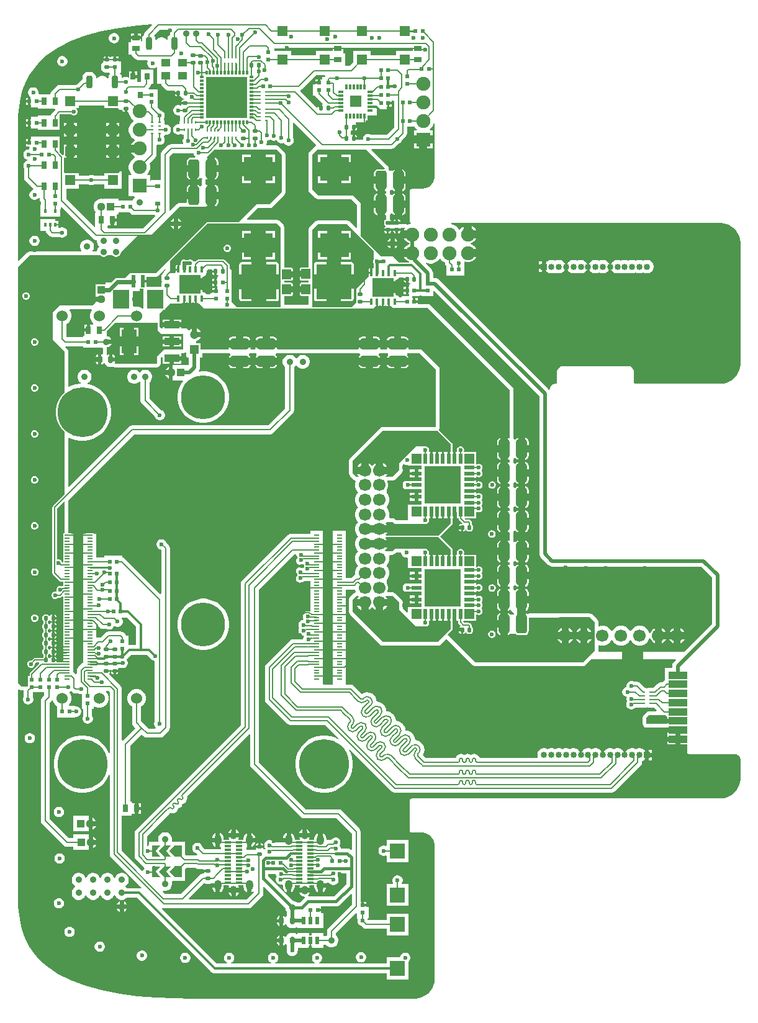
<source format=gtl>
G04*
<<<<<<< HEAD
G04 #@! TF.GenerationSoftware,Altium Limited,Altium Designer,24.2.2 (26)*
=======
G04 #@! TF.GenerationSoftware,Altium Limited,Altium Designer,25.1.2 (22)*
>>>>>>> 613e14270cc375eb23a491e7e857863a29f37ea3
G04*
G04 Layer_Physical_Order=1*
G04 Layer_Color=255*
%FSLAX43Y43*%
%MOMM*%
G71*
G04*
<<<<<<< HEAD
G04 #@! TF.SameCoordinates,ED9163A0-6DB0-4723-8498-66EEF6ED2332*
=======
G04 #@! TF.SameCoordinates,67307762-3149-45A4-8697-BBC3368EA460*
>>>>>>> 613e14270cc375eb23a491e7e857863a29f37ea3
G04*
G04*
G04 #@! TF.FilePolarity,Positive*
G04*
G01*
G75*
%ADD10C,0.200*%
%ADD12C,0.250*%
%ADD14C,0.400*%
%ADD15C,0.300*%
%ADD58R,0.600X1.400*%
%ADD59R,1.400X1.400*%
%ADD60R,1.400X0.600*%
%ADD61R,1.400X1.400*%
%ADD62R,5.000X5.200*%
%ADD94C,0.184*%
%ADD95C,0.184*%
%ADD96R,0.711X0.229*%
G04:AMPARAMS|DCode=97|XSize=0.5mm|YSize=0.6mm|CornerRadius=0.125mm|HoleSize=0mm|Usage=FLASHONLY|Rotation=180.000|XOffset=0mm|YOffset=0mm|HoleType=Round|Shape=RoundedRectangle|*
%AMROUNDEDRECTD97*
21,1,0.500,0.350,0,0,180.0*
21,1,0.250,0.600,0,0,180.0*
1,1,0.250,-0.125,0.175*
1,1,0.250,0.125,0.175*
1,1,0.250,0.125,-0.175*
1,1,0.250,-0.125,-0.175*
%
%ADD97ROUNDEDRECTD97*%
G04:AMPARAMS|DCode=98|XSize=1.5mm|YSize=2.6mm|CornerRadius=0.375mm|HoleSize=0mm|Usage=FLASHONLY|Rotation=180.000|XOffset=0mm|YOffset=0mm|HoleType=Round|Shape=RoundedRectangle|*
%AMROUNDEDRECTD98*
21,1,1.500,1.850,0,0,180.0*
21,1,0.750,2.600,0,0,180.0*
1,1,0.750,-0.375,0.925*
1,1,0.750,0.375,0.925*
1,1,0.750,0.375,-0.925*
1,1,0.750,-0.375,-0.925*
%
%ADD98ROUNDEDRECTD98*%
G04:AMPARAMS|DCode=99|XSize=0.5mm|YSize=0.6mm|CornerRadius=0.125mm|HoleSize=0mm|Usage=FLASHONLY|Rotation=90.000|XOffset=0mm|YOffset=0mm|HoleType=Round|Shape=RoundedRectangle|*
%AMROUNDEDRECTD99*
21,1,0.500,0.350,0,0,90.0*
21,1,0.250,0.600,0,0,90.0*
1,1,0.250,0.175,0.125*
1,1,0.250,0.175,-0.125*
1,1,0.250,-0.175,-0.125*
1,1,0.250,-0.175,0.125*
%
%ADD99ROUNDEDRECTD99*%
G04:AMPARAMS|DCode=100|XSize=0.7mm|YSize=1mm|CornerRadius=0.175mm|HoleSize=0mm|Usage=FLASHONLY|Rotation=0.000|XOffset=0mm|YOffset=0mm|HoleType=Round|Shape=RoundedRectangle|*
%AMROUNDEDRECTD100*
21,1,0.700,0.650,0,0,0.0*
21,1,0.350,1.000,0,0,0.0*
1,1,0.350,0.175,-0.325*
1,1,0.350,-0.175,-0.325*
1,1,0.350,-0.175,0.325*
1,1,0.350,0.175,0.325*
%
%ADD100ROUNDEDRECTD100*%
G04:AMPARAMS|DCode=101|XSize=1.5mm|YSize=2.6mm|CornerRadius=0.375mm|HoleSize=0mm|Usage=FLASHONLY|Rotation=90.000|XOffset=0mm|YOffset=0mm|HoleType=Round|Shape=RoundedRectangle|*
%AMROUNDEDRECTD101*
21,1,1.500,1.850,0,0,90.0*
21,1,0.750,2.600,0,0,90.0*
1,1,0.750,0.925,0.375*
1,1,0.750,0.925,-0.375*
1,1,0.750,-0.925,-0.375*
1,1,0.750,-0.925,0.375*
%
%ADD101ROUNDEDRECTD101*%
%ADD102R,1.300X1.100*%
%ADD103R,2.500X1.000*%
%ADD104R,2.200X2.500*%
%ADD105R,0.600X1.700*%
%ADD106R,0.950X0.300*%
%ADD107R,1.000X1.500*%
%ADD108R,0.250X1.500*%
%ADD109R,0.450X1.500*%
%ADD110R,0.650X0.950*%
%ADD111R,0.700X1.000*%
%ADD112R,1.000X0.700*%
%ADD113R,0.800X0.600*%
G04:AMPARAMS|DCode=114|XSize=1.7mm|YSize=0.8mm|CornerRadius=0.2mm|HoleSize=0mm|Usage=FLASHONLY|Rotation=90.000|XOffset=0mm|YOffset=0mm|HoleType=Round|Shape=RoundedRectangle|*
%AMROUNDEDRECTD114*
21,1,1.700,0.400,0,0,90.0*
21,1,1.300,0.800,0,0,90.0*
1,1,0.400,0.200,0.650*
1,1,0.400,0.200,-0.650*
1,1,0.400,-0.200,-0.650*
1,1,0.400,-0.200,0.650*
%
%ADD114ROUNDEDRECTD114*%
%ADD115R,2.000X2.000*%
%ADD116R,0.500X0.600*%
%ADD117R,0.600X0.500*%
G04:AMPARAMS|DCode=118|XSize=0.25mm|YSize=0.4mm|CornerRadius=0.063mm|HoleSize=0mm|Usage=FLASHONLY|Rotation=90.000|XOffset=0mm|YOffset=0mm|HoleType=Round|Shape=RoundedRectangle|*
%AMROUNDEDRECTD118*
21,1,0.250,0.275,0,0,90.0*
21,1,0.125,0.400,0,0,90.0*
1,1,0.125,0.138,0.063*
1,1,0.125,0.138,-0.063*
1,1,0.125,-0.138,-0.063*
1,1,0.125,-0.138,0.063*
%
%ADD118ROUNDEDRECTD118*%
G04:AMPARAMS|DCode=119|XSize=0.25mm|YSize=0.4mm|CornerRadius=0.063mm|HoleSize=0mm|Usage=FLASHONLY|Rotation=0.000|XOffset=0mm|YOffset=0mm|HoleType=Round|Shape=RoundedRectangle|*
%AMROUNDEDRECTD119*
21,1,0.250,0.275,0,0,0.0*
21,1,0.125,0.400,0,0,0.0*
1,1,0.125,0.063,-0.138*
1,1,0.125,-0.063,-0.138*
1,1,0.125,-0.063,0.138*
1,1,0.125,0.063,0.138*
%
%ADD119ROUNDEDRECTD119*%
%ADD120R,3.900X3.300*%
%ADD121R,1.500X1.500*%
%ADD122R,0.800X0.300*%
%ADD123R,0.300X0.800*%
%ADD124R,2.150X3.300*%
%ADD125R,2.150X1.000*%
%ADD126R,5.600X5.600*%
G04:AMPARAMS|DCode=127|XSize=0.3mm|YSize=0.55mm|CornerRadius=0.075mm|HoleSize=0mm|Usage=FLASHONLY|Rotation=90.000|XOffset=0mm|YOffset=0mm|HoleType=Round|Shape=RoundedRectangle|*
%AMROUNDEDRECTD127*
21,1,0.300,0.400,0,0,90.0*
21,1,0.150,0.550,0,0,90.0*
1,1,0.150,0.200,0.075*
1,1,0.150,0.200,-0.075*
1,1,0.150,-0.200,-0.075*
1,1,0.150,-0.200,0.075*
%
%ADD127ROUNDEDRECTD127*%
%ADD128R,0.300X0.550*%
%ADD129R,0.550X0.300*%
%ADD130R,0.600X1.000*%
G04:AMPARAMS|DCode=131|XSize=4.8mm|YSize=4.72mm|CornerRadius=0.024mm|HoleSize=0mm|Usage=FLASHONLY|Rotation=0.000|XOffset=0mm|YOffset=0mm|HoleType=Round|Shape=RoundedRectangle|*
%AMROUNDEDRECTD131*
21,1,4.800,4.673,0,0,0.0*
21,1,4.753,4.720,0,0,0.0*
1,1,0.047,2.376,-2.336*
1,1,0.047,-2.376,-2.336*
1,1,0.047,-2.376,2.336*
1,1,0.047,2.376,2.336*
%
%ADD131ROUNDEDRECTD131*%
G04:AMPARAMS|DCode=132|XSize=1.4mm|YSize=1.27mm|CornerRadius=0.006mm|HoleSize=0mm|Usage=FLASHONLY|Rotation=90.000|XOffset=0mm|YOffset=0mm|HoleType=Round|Shape=RoundedRectangle|*
%AMROUNDEDRECTD132*
21,1,1.400,1.257,0,0,90.0*
21,1,1.387,1.270,0,0,90.0*
1,1,0.013,0.629,0.694*
1,1,0.013,0.629,-0.694*
1,1,0.013,-0.629,-0.694*
1,1,0.013,-0.629,0.694*
%
%ADD132ROUNDEDRECTD132*%
G04:AMPARAMS|DCode=133|XSize=0.35mm|YSize=0.85mm|CornerRadius=0.044mm|HoleSize=0mm|Usage=FLASHONLY|Rotation=180.000|XOffset=0mm|YOffset=0mm|HoleType=Round|Shape=RoundedRectangle|*
%AMROUNDEDRECTD133*
21,1,0.350,0.763,0,0,180.0*
21,1,0.263,0.850,0,0,180.0*
1,1,0.088,-0.131,0.381*
1,1,0.088,0.131,0.381*
1,1,0.088,0.131,-0.381*
1,1,0.088,-0.131,-0.381*
%
%ADD133ROUNDEDRECTD133*%
%ADD134R,0.350X0.850*%
%ADD135R,3.000X2.600*%
%ADD136R,0.420X0.600*%
%ADD137C,0.500*%
%ADD138C,0.600*%
%ADD139C,0.700*%
%ADD140C,1.200*%
%ADD141C,1.000*%
%ADD142C,6.800*%
%ADD143C,1.900*%
%ADD144R,1.900X1.900*%
%ADD145C,1.700*%
%ADD146C,0.850*%
%ADD147R,0.850X0.850*%
%ADD148C,1.200*%
%ADD149R,1.200X1.200*%
%ADD150O,0.900X1.150*%
%ADD151O,1.000X1.400*%
%ADD152C,0.900*%
%ADD153C,1.120*%
%ADD154R,1.120X1.120*%
%ADD155C,1.524*%
%ADD156R,1.120X1.120*%
%ADD157C,6.000*%
%ADD158C,0.600*%
G36*
X21061Y132311D02*
X21010Y132234D01*
X20963Y132000D01*
Y131741D01*
X20876Y131674D01*
X20764Y131528D01*
X20693Y131358D01*
X20669Y131175D01*
Y131067D01*
X20542Y131033D01*
X20525Y131062D01*
X20362Y131225D01*
X20163Y131340D01*
X19940Y131400D01*
X19710D01*
X19487Y131340D01*
X19288Y131225D01*
X19125Y131062D01*
X19108Y131033D01*
X18981Y131067D01*
Y131175D01*
X18957Y131358D01*
X18886Y131528D01*
X18824Y131609D01*
X19653Y132438D01*
X20993D01*
X21061Y132311D01*
D02*
G37*
G36*
X18531Y133046D02*
X17642Y132158D01*
X17510Y131959D01*
X17467Y131744D01*
X17376Y131674D01*
X17264Y131528D01*
X17193Y131358D01*
X17169Y131175D01*
Y130787D01*
X17152Y130782D01*
X17025Y130876D01*
Y131095D01*
X16325D01*
X15625D01*
Y130775D01*
X15560Y130675D01*
X15325D01*
Y128975D01*
X15758D01*
X15760Y128966D01*
X15892Y128767D01*
X16217Y128442D01*
X16416Y128310D01*
X16650Y128263D01*
X17898D01*
X17971Y128136D01*
X17948Y128095D01*
X17900Y127917D01*
Y127733D01*
X17948Y127555D01*
X18040Y127395D01*
X18170Y127265D01*
X18330Y127173D01*
X18508Y127125D01*
X18692D01*
X18870Y127173D01*
X19030Y127265D01*
X19123Y127358D01*
X19250Y127306D01*
Y126850D01*
Y125050D01*
X19793D01*
X19835Y124841D01*
X19967Y124642D01*
X20292Y124317D01*
X20491Y124185D01*
X20725Y124138D01*
X21577D01*
X21676Y124011D01*
X21669Y123975D01*
Y123965D01*
X22125D01*
Y123800D01*
X22290D01*
Y123302D01*
X22377Y123319D01*
X22429Y123354D01*
X22549Y123174D01*
X22756Y123036D01*
X22896Y123008D01*
X22884Y122881D01*
X22830D01*
X22703Y122856D01*
X22596Y122784D01*
X22524Y122677D01*
X22507Y122590D01*
X23005D01*
Y122290D01*
X22975Y122260D01*
X22507D01*
X22524Y122173D01*
X22559Y122121D01*
X22448Y122047D01*
X22395Y122077D01*
X22217Y122125D01*
X22033D01*
X21855Y122077D01*
X21695Y121985D01*
X21565Y121855D01*
X21473Y121695D01*
X21425Y121517D01*
Y121333D01*
X21473Y121155D01*
X21565Y120995D01*
X21695Y120865D01*
X21855Y120773D01*
X22033Y120725D01*
X22217D01*
X22258Y120736D01*
X22297Y120706D01*
X22354Y120630D01*
X22313Y120425D01*
Y120059D01*
X22289Y119938D01*
Y119662D01*
X22306Y119579D01*
X22213Y119493D01*
X22192Y119498D01*
X22008D01*
X21830Y119450D01*
X21670Y119358D01*
X21540Y119228D01*
X21448Y119068D01*
X21400Y118890D01*
Y118706D01*
X21448Y118528D01*
X21540Y118368D01*
X21670Y118238D01*
X21830Y118146D01*
X22008Y118098D01*
X22192D01*
X22370Y118146D01*
X22440Y118186D01*
X22560D01*
X22643Y118131D01*
X22813Y118097D01*
Y117590D01*
X22773Y117520D01*
X22725Y117342D01*
Y117158D01*
X22773Y116980D01*
X22796Y116939D01*
X22723Y116812D01*
X21125D01*
X20891Y116765D01*
X20692Y116633D01*
X19867Y115808D01*
X19735Y115609D01*
X19688Y115375D01*
Y111875D01*
X18400D01*
Y111712D01*
X18250D01*
Y112570D01*
X17927D01*
X17878Y112687D01*
X17960Y112770D01*
X18151Y113100D01*
X18250Y113469D01*
Y113851D01*
X18167Y114162D01*
X18981Y114976D01*
X19113Y115174D01*
X19160Y115408D01*
Y116678D01*
X19263Y116749D01*
X19287Y116746D01*
X19458Y116700D01*
X19642D01*
X19820Y116748D01*
X19980Y116840D01*
X20110Y116970D01*
X20202Y117130D01*
X20250Y117308D01*
Y117492D01*
X20202Y117670D01*
X20162Y117740D01*
Y117910D01*
X20217Y117993D01*
X20221Y118010D01*
X20314Y118068D01*
X20499D01*
X20677Y118116D01*
X20836Y118208D01*
X20967Y118339D01*
X21059Y118498D01*
X21107Y118676D01*
Y118861D01*
X21059Y119039D01*
X20967Y119198D01*
X20836Y119329D01*
X20677Y119421D01*
X20499Y119468D01*
X20327D01*
X20285Y119509D01*
X20234Y119578D01*
X20261Y119713D01*
Y119838D01*
X20217Y120057D01*
X20162Y120140D01*
Y120360D01*
X20202Y120430D01*
X20250Y120608D01*
Y120792D01*
X20202Y120970D01*
X20110Y121130D01*
X19980Y121260D01*
X19820Y121352D01*
X19742Y121373D01*
X19275Y121840D01*
Y122800D01*
Y124300D01*
X18081D01*
X18032Y124417D01*
X18245Y124630D01*
X18377Y124828D01*
X18420Y125045D01*
X18675D01*
Y126995D01*
X17025D01*
Y125262D01*
X16568D01*
X16475Y125345D01*
Y125790D01*
X15950D01*
Y126020D01*
X15720D01*
Y126695D01*
X15425D01*
Y125956D01*
X15298Y125882D01*
X15220Y125927D01*
X15042Y125975D01*
X14858D01*
X14680Y125927D01*
X14610Y125887D01*
X14381D01*
Y125925D01*
X14357Y126108D01*
X14286Y126278D01*
X14174Y126424D01*
X14143Y126448D01*
X14186Y126575D01*
X14275D01*
Y128075D01*
X13975D01*
Y128160D01*
X13475D01*
Y128325D01*
X13310D01*
Y128775D01*
X12975D01*
Y128675D01*
X12954Y128659D01*
X12784Y128684D01*
X12677Y128756D01*
X12550Y128781D01*
X12540D01*
Y128325D01*
X12375D01*
Y128160D01*
X11877D01*
X11894Y128073D01*
X11929Y128021D01*
X11749Y127901D01*
X11611Y127694D01*
X11563Y127450D01*
Y127200D01*
X11611Y126956D01*
X11749Y126749D01*
X11956Y126611D01*
X12200Y126563D01*
X12550D01*
X12557Y126564D01*
X12675Y126575D01*
X12729Y126549D01*
X12752Y126489D01*
X12763Y126408D01*
X12664Y126278D01*
X12593Y126108D01*
X12569Y125925D01*
Y125817D01*
X12442Y125783D01*
X12425Y125812D01*
X12262Y125975D01*
X12063Y126090D01*
X11840Y126150D01*
X11610D01*
X11387Y126090D01*
X11188Y125975D01*
X11025Y125812D01*
X11008Y125783D01*
X10881Y125817D01*
Y125925D01*
X10857Y126108D01*
X10786Y126278D01*
X10674Y126424D01*
X10528Y126536D01*
X10358Y126607D01*
X10175Y126631D01*
X9775D01*
X9592Y126607D01*
X9422Y126536D01*
X9276Y126424D01*
X9164Y126278D01*
X9093Y126108D01*
X9069Y125925D01*
Y125691D01*
X9067Y125691D01*
X8868Y125558D01*
X8258Y124948D01*
X8180Y124927D01*
X8110Y124887D01*
X5925D01*
X5691Y124840D01*
X5492Y124708D01*
X4867Y124083D01*
X4735Y123884D01*
X4688Y123650D01*
Y123625D01*
X3094D01*
X3016Y123726D01*
X3025Y123758D01*
Y123942D01*
X2977Y124120D01*
X2885Y124280D01*
X2755Y124410D01*
X2595Y124502D01*
X2417Y124550D01*
X2233D01*
X2055Y124502D01*
X1895Y124410D01*
X1765Y124280D01*
X1673Y124120D01*
X1625Y123942D01*
Y123758D01*
X1673Y123580D01*
X1765Y123420D01*
X1895Y123290D01*
X1961Y123252D01*
X1940Y123174D01*
Y122625D01*
X1775D01*
D01*
X1940D01*
Y122125D01*
X2025D01*
Y121825D01*
X2950D01*
Y121625D01*
X5244D01*
X5293Y121508D01*
X4867Y121083D01*
X4735Y120884D01*
X4703Y120725D01*
X2950D01*
Y120525D01*
X2025D01*
Y120225D01*
X1940D01*
Y119725D01*
Y119225D01*
X2025D01*
Y118925D01*
X2950D01*
Y118725D01*
X5962D01*
Y120879D01*
X6002Y120919D01*
X7474D01*
X7592Y120801D01*
X7776Y120725D01*
X7974D01*
X8158Y120801D01*
X8299Y120942D01*
X8375Y121126D01*
Y121324D01*
X8299Y121508D01*
X8169Y121638D01*
X8174Y121687D01*
X8207Y121763D01*
X8575D01*
Y122063D01*
X11975D01*
Y121763D01*
X13862D01*
X14150Y121475D01*
X14375D01*
X14375Y121475D01*
Y121475D01*
X14375Y121475D01*
X14490Y121445D01*
X14494Y121423D01*
X14566Y121316D01*
X14673Y121244D01*
X14800Y121219D01*
X14810D01*
Y121675D01*
X15140D01*
Y121219D01*
X15150D01*
X15223Y121233D01*
X15350Y121152D01*
Y121089D01*
X15449Y120720D01*
X15640Y120390D01*
X15910Y120120D01*
X15990Y120074D01*
Y119947D01*
X15910Y119900D01*
X15640Y119630D01*
X15449Y119300D01*
X15350Y118931D01*
Y118549D01*
X15449Y118180D01*
X15640Y117850D01*
X15910Y117580D01*
X16173Y117428D01*
Y117281D01*
X16032Y117200D01*
X15800Y116968D01*
X15674Y116750D01*
X16800D01*
Y115650D01*
X15674D01*
X15800Y115432D01*
X16032Y115200D01*
X16173Y115119D01*
Y114972D01*
X15910Y114820D01*
X15640Y114550D01*
X15449Y114220D01*
X15350Y113851D01*
Y113469D01*
X15449Y113100D01*
X15640Y112770D01*
X15722Y112687D01*
X15673Y112570D01*
X15350D01*
Y109670D01*
X16097D01*
X16150Y109543D01*
X16040Y109433D01*
X15915Y109217D01*
X15877Y109075D01*
X13960D01*
Y109335D01*
X11840D01*
Y109335D01*
X11822Y109321D01*
X11770Y109335D01*
X11490D01*
X11221Y109263D01*
X10979Y109123D01*
X10782Y108926D01*
X10642Y108684D01*
X10570Y108415D01*
Y108135D01*
X10642Y107866D01*
X10782Y107624D01*
X10839Y107567D01*
X10790Y107450D01*
X10775D01*
Y105545D01*
X10648Y105492D01*
X6812Y109328D01*
Y110725D01*
X8575D01*
Y111313D01*
X9935D01*
X10005Y111273D01*
X10183Y111225D01*
X10367D01*
X10545Y111273D01*
X10615Y111313D01*
X11975D01*
Y110725D01*
X14375D01*
Y113125D01*
X14175D01*
X13875Y112825D01*
X11975D01*
Y112537D01*
X10615D01*
X10545Y112577D01*
X10367Y112625D01*
X10183D01*
X10005Y112577D01*
X9935Y112537D01*
X8575D01*
Y112825D01*
X6675D01*
X6506Y112994D01*
Y114925D01*
X6875D01*
Y115825D01*
Y116725D01*
X6475D01*
Y115384D01*
X6350Y115333D01*
X5962Y115721D01*
Y117825D01*
X2950D01*
Y117800D01*
X2025D01*
Y117500D01*
X1940D01*
Y117000D01*
X1775D01*
Y116835D01*
X1325D01*
Y116500D01*
X1740D01*
X1828Y116373D01*
X1800Y116270D01*
Y116198D01*
X1769Y116083D01*
X1680Y116075D01*
X1583D01*
X1405Y116027D01*
X1245Y115935D01*
X1115Y115805D01*
X1023Y115645D01*
X975Y115467D01*
Y115283D01*
X1023Y115105D01*
X1115Y114945D01*
X1245Y114815D01*
X1405Y114723D01*
X1524Y114691D01*
Y114559D01*
X1405Y114527D01*
X1245Y114435D01*
X1115Y114305D01*
X1023Y114145D01*
X975Y113967D01*
Y113783D01*
X1023Y113605D01*
X1063Y113535D01*
Y112250D01*
X1110Y112016D01*
X1242Y111817D01*
X2344Y110716D01*
X2306Y110575D01*
X2230Y110554D01*
X2070Y110462D01*
X1940Y110332D01*
X1848Y110172D01*
X1800Y109994D01*
Y109810D01*
X1848Y109632D01*
X1940Y109472D01*
X2070Y109342D01*
X2230Y109250D01*
X2408Y109202D01*
X2592D01*
X2770Y109250D01*
X2930Y109342D01*
X3060Y109472D01*
X3061Y109474D01*
X3188Y109440D01*
Y109375D01*
X3235Y109141D01*
X3367Y108942D01*
X3388Y108922D01*
Y108500D01*
X3290D01*
Y106900D01*
X6010D01*
Y107950D01*
X6100D01*
Y108144D01*
X6217Y108193D01*
X10492Y103917D01*
X10691Y103785D01*
X10925Y103738D01*
X10929D01*
X11000Y103725D01*
Y103475D01*
X11065Y103233D01*
X11190Y103017D01*
X11285Y102921D01*
X11364Y102837D01*
X11285Y102754D01*
X11190Y102658D01*
X11065Y102442D01*
X11000Y102200D01*
Y102135D01*
X10457D01*
X10432Y102195D01*
X10415Y102262D01*
X10535Y102471D01*
X10600Y102712D01*
Y102963D01*
X10535Y103204D01*
X10410Y103421D01*
X10233Y103598D01*
X10017Y103723D01*
X9775Y103787D01*
X9525D01*
X9283Y103723D01*
X9067Y103598D01*
X8890Y103421D01*
X8765Y103204D01*
X8700Y102963D01*
Y102712D01*
X8765Y102471D01*
X8885Y102262D01*
X8868Y102195D01*
X8843Y102135D01*
X1850D01*
X1655Y102096D01*
X1490Y101985D01*
X372Y100868D01*
X255Y100916D01*
Y119562D01*
X285Y120745D01*
X387Y121913D01*
X577Y123055D01*
X869Y124162D01*
X1274Y125226D01*
X1797Y126232D01*
X3246Y128094D01*
X4161Y128916D01*
X5689Y129965D01*
X7472Y130867D01*
X9491Y131620D01*
X11713Y132224D01*
X14096Y132683D01*
X16585Y133008D01*
X18478Y133162D01*
X18531Y133046D01*
D02*
G37*
G36*
X54075Y129535D02*
X51775D01*
Y128947D01*
X48375D01*
Y129535D01*
X45975D01*
Y128000D01*
X45437Y127462D01*
X44992D01*
X44875Y127485D01*
Y129185D01*
X44640D01*
X44575Y129285D01*
Y129888D01*
X54075D01*
Y129535D01*
D02*
G37*
G36*
X43175D02*
X40875D01*
Y128947D01*
X37475D01*
Y129535D01*
X35200D01*
Y129847D01*
X35250Y129888D01*
X43175D01*
Y129535D01*
D02*
G37*
G36*
X42163Y126111D02*
X42142Y126090D01*
X42049Y125950D01*
X41775D01*
Y125650D01*
X41465D01*
Y125200D01*
X41300D01*
Y125035D01*
X40800D01*
Y124950D01*
X40500D01*
Y123450D01*
X40745D01*
X40867Y123267D01*
X41792Y122342D01*
X41740Y122244D01*
Y121725D01*
X41410D01*
Y122223D01*
X41323Y122206D01*
X41216Y122134D01*
X41144Y122027D01*
X41119Y121900D01*
Y121837D01*
X41001Y121789D01*
X38766Y124024D01*
X38790Y124180D01*
X38920Y124267D01*
X40891Y126238D01*
X42111D01*
X42163Y126111D01*
D02*
G37*
G36*
X51500Y122725D02*
X51513Y122603D01*
Y119078D01*
X50547Y118112D01*
X48340D01*
X48270Y118152D01*
X48092Y118200D01*
X47908D01*
X47730Y118152D01*
X47570Y118060D01*
X47440Y117930D01*
X47348Y117770D01*
X47300Y117592D01*
Y117408D01*
X47284Y117387D01*
X46513D01*
X46481Y117425D01*
Y117435D01*
X46025D01*
Y117600D01*
X45860D01*
Y118098D01*
X45773Y118081D01*
X45751Y118066D01*
X45656Y118155D01*
Y118590D01*
X45751Y118679D01*
X45773Y118664D01*
X45860Y118647D01*
Y119145D01*
X46025D01*
Y119310D01*
X46481D01*
Y119320D01*
X46456Y119447D01*
X46384Y119554D01*
X46282Y119623D01*
X46280Y119633D01*
X46307Y119750D01*
X47675D01*
Y120050D01*
X47875D01*
Y120750D01*
X49175D01*
Y121600D01*
X50500D01*
Y121900D01*
X50585D01*
Y122400D01*
X50750D01*
Y122565D01*
X51200D01*
Y122725D01*
X51500D01*
D02*
G37*
G36*
X57068Y119646D02*
Y112451D01*
Y112279D01*
X57001Y111940D01*
X56869Y111621D01*
X56677Y111334D01*
X56433Y111090D01*
X56146Y110899D01*
X55827Y110767D01*
X55489Y110699D01*
X53918D01*
X53821Y110680D01*
X53738Y110625D01*
X53683Y110542D01*
X53663Y110444D01*
Y106308D01*
X53683Y106210D01*
X53738Y106128D01*
X53814Y106077D01*
X53818Y106048D01*
X53809Y105950D01*
X53440Y105851D01*
X53308Y105775D01*
X53164Y105871D01*
X52969Y105910D01*
X52548D01*
X52503Y105935D01*
X51925D01*
X51416D01*
X51412Y105924D01*
X51397Y105897D01*
X51368Y105869D01*
X51317Y105837D01*
X51278D01*
X51227Y105869D01*
X51198Y105897D01*
X51183Y105924D01*
X51173Y105956D01*
X51176Y105975D01*
Y106225D01*
X51151Y106352D01*
X51079Y106459D01*
X50980Y106526D01*
X50985Y106552D01*
Y107085D01*
X50970Y107158D01*
X50969Y107173D01*
X51051Y107288D01*
X51070Y107299D01*
X51071Y107300D01*
X51334D01*
X51360Y107260D01*
X51551Y107133D01*
X51650Y107114D01*
Y108600D01*
Y110086D01*
X51551Y110067D01*
X51360Y109940D01*
X51334Y109900D01*
X51071D01*
X51070Y109901D01*
X51051Y109912D01*
X50969Y110027D01*
X50970Y110042D01*
X50985Y110115D01*
Y110360D01*
X50970Y110433D01*
X50969Y110448D01*
X51051Y110563D01*
X51070Y110574D01*
X51071Y110575D01*
X51334D01*
X51360Y110535D01*
X51551Y110408D01*
X51650Y110389D01*
Y111875D01*
Y113361D01*
X51551Y113342D01*
X51360Y113215D01*
X51334Y113175D01*
X50917D01*
X50889Y113241D01*
X50786Y113376D01*
X50802Y113430D01*
X50800Y113455D01*
X50805Y113480D01*
X50790Y113553D01*
X50783Y113628D01*
X50771Y113650D01*
X50766Y113675D01*
X50724Y113737D01*
X50689Y113803D01*
X50670Y113819D01*
X50656Y113840D01*
X48450Y116046D01*
X48499Y116163D01*
X51175D01*
X51409Y116210D01*
X51608Y116342D01*
X52129Y116864D01*
X52208Y116885D01*
X52367Y116977D01*
X52498Y117108D01*
X52590Y117267D01*
X52611Y117346D01*
X53133Y117867D01*
X53265Y118066D01*
X53312Y118300D01*
Y119180D01*
X54313D01*
X54365Y119090D01*
X54635Y118820D01*
X54647Y118813D01*
X54614Y118690D01*
X54275D01*
Y117990D01*
X55525D01*
X56775D01*
Y118690D01*
X56436D01*
X56403Y118813D01*
X56415Y118820D01*
X56685Y119090D01*
X56876Y119420D01*
X56941Y119663D01*
X57068Y119646D01*
D02*
G37*
G36*
X40913Y116697D02*
X40886Y116595D01*
X40868Y116563D01*
X40715Y116460D01*
X39990Y115735D01*
X39879Y115570D01*
X39840Y115375D01*
Y110600D01*
X39879Y110405D01*
X39990Y110240D01*
X40790Y109440D01*
X40955Y109329D01*
X41150Y109290D01*
X45714D01*
X46490Y108514D01*
Y105422D01*
X46373Y105373D01*
X45510Y106235D01*
X45345Y106346D01*
X45150Y106385D01*
X41100D01*
X40905Y106346D01*
X40740Y106235D01*
X40040Y105535D01*
X39929Y105370D01*
X39890Y105175D01*
Y100475D01*
Y100004D01*
X38921D01*
X38841Y99988D01*
X38773Y99942D01*
X38727Y99874D01*
X38711Y99794D01*
Y99530D01*
X39550D01*
Y98670D01*
X38711D01*
Y98406D01*
X38727Y98326D01*
X38773Y98258D01*
X38841Y98212D01*
X38921Y98196D01*
X39890D01*
Y97924D01*
X38921D01*
X38841Y97908D01*
X38773Y97862D01*
X38727Y97794D01*
X38711Y97714D01*
Y97450D01*
X39550D01*
Y96590D01*
X38711D01*
Y96326D01*
X38727Y96246D01*
X38773Y96178D01*
X38841Y96132D01*
X38921Y96116D01*
X39890D01*
Y94860D01*
X36535D01*
Y96091D01*
X37504D01*
X37584Y96107D01*
X37652Y96153D01*
X37698Y96221D01*
X37714Y96301D01*
Y96565D01*
X36875D01*
Y97425D01*
X37714D01*
Y97689D01*
X37698Y97769D01*
X37652Y97837D01*
X37584Y97883D01*
X37504Y97899D01*
X36535D01*
Y98171D01*
X37504D01*
X37584Y98187D01*
X37652Y98233D01*
X37698Y98301D01*
X37714Y98381D01*
Y98645D01*
X36875D01*
Y99505D01*
X37714D01*
Y99769D01*
X37698Y99849D01*
X37652Y99917D01*
X37584Y99963D01*
X37504Y99979D01*
X36535D01*
Y105500D01*
X36496Y105695D01*
X36385Y105860D01*
X35935Y106310D01*
X35770Y106421D01*
X35575Y106460D01*
X31497D01*
X31448Y106577D01*
X32961Y108090D01*
X34575D01*
X34770Y108129D01*
X34935Y108240D01*
X36560Y109865D01*
X36671Y110030D01*
X36710Y110225D01*
X36710Y115375D01*
X36671Y115570D01*
X36560Y115735D01*
X35835Y116460D01*
X35670Y116571D01*
X35475Y116610D01*
X34147D01*
X34074Y116737D01*
X34127Y116830D01*
X34175Y117008D01*
Y117192D01*
X34173Y117199D01*
X34250Y117300D01*
X34292D01*
X34470Y117348D01*
X34630Y117440D01*
X34638Y117448D01*
X34695Y117390D01*
X34855Y117298D01*
X35033Y117250D01*
X35217D01*
X35395Y117298D01*
X35506Y117362D01*
X35523Y117355D01*
X35615Y117195D01*
X35745Y117065D01*
X35905Y116973D01*
X36083Y116925D01*
X36267D01*
X36445Y116973D01*
X36509Y117010D01*
X36590Y116870D01*
X36720Y116740D01*
X36880Y116648D01*
X37058Y116600D01*
X37242D01*
X37420Y116648D01*
X37580Y116740D01*
X37710Y116870D01*
X37802Y117030D01*
X37850Y117208D01*
Y117392D01*
X37802Y117570D01*
X37762Y117640D01*
Y119682D01*
X37879Y119731D01*
X40913Y116697D01*
D02*
G37*
G36*
X50295Y113480D02*
X50234Y113365D01*
X50125Y113386D01*
X49375D01*
X49151Y113342D01*
X48960Y113215D01*
X48833Y113024D01*
X48789Y112800D01*
Y112375D01*
X49750D01*
Y111875D01*
X50250D01*
Y110389D01*
X50349Y110408D01*
X50365Y110419D01*
X50475Y110360D01*
Y110115D01*
X50365Y110056D01*
X50349Y110067D01*
X50250Y110086D01*
Y108600D01*
Y107114D01*
X50349Y107133D01*
X50365Y107144D01*
X50475Y107085D01*
Y106552D01*
X50368Y106531D01*
X50261Y106459D01*
X50189Y106352D01*
X50164Y106225D01*
Y105975D01*
X50189Y105848D01*
X50261Y105741D01*
X50368Y105669D01*
X50394Y105664D01*
Y105536D01*
X50368Y105531D01*
X50261Y105459D01*
X50189Y105352D01*
X50172Y105265D01*
X50670D01*
X51209D01*
X51260Y105327D01*
X51335D01*
X51386Y105265D01*
X51925D01*
X52423D01*
X52421Y105275D01*
X52512Y105399D01*
X52514Y105400D01*
X52969D01*
X53017Y105285D01*
X53000Y105268D01*
X52874Y105050D01*
X54000D01*
Y103950D01*
X52874D01*
X53000Y103732D01*
X53232Y103500D01*
X53518Y103335D01*
X53669Y103295D01*
Y103165D01*
X53518Y103125D01*
X53232Y102960D01*
X53000Y102728D01*
X52874Y102510D01*
X54000D01*
Y101410D01*
X52874D01*
X53000Y101192D01*
X53232Y100960D01*
X53518Y100795D01*
X53567Y100782D01*
X53551Y100657D01*
X52268D01*
X51400Y101525D01*
X49775D01*
X47000Y104300D01*
Y108725D01*
X45925Y109800D01*
X41150D01*
X40350Y110600D01*
Y115375D01*
X41075Y116100D01*
X47675Y116100D01*
X50295Y113480D01*
D02*
G37*
G36*
X35475Y116100D02*
X36200Y115375D01*
X36200Y110225D01*
X34575Y108600D01*
X32750D01*
X30304Y106154D01*
X26050D01*
X26030Y106150D01*
X25950D01*
X19050Y99250D01*
X18975Y99175D01*
X15525D01*
X14910Y98560D01*
X13799D01*
X13604Y98521D01*
X13438Y98410D01*
X12957Y97929D01*
X12184D01*
Y97700D01*
X10840D01*
Y96180D01*
X10840D01*
X10871Y96127D01*
X10799Y96002D01*
X10798Y96000D01*
X11600D01*
Y95340D01*
X10798D01*
X10799Y95338D01*
X10868Y95218D01*
X10425Y94775D01*
X5925D01*
X5000Y93850D01*
X5000Y90100D01*
X6600Y88500D01*
Y82923D01*
X6272Y82595D01*
X5939Y82137D01*
X5682Y81632D01*
X5507Y81093D01*
X5418Y80533D01*
Y79967D01*
X5507Y79407D01*
X5682Y78868D01*
X5939Y78363D01*
X6272Y77905D01*
X6600Y77577D01*
Y69044D01*
X5034Y67478D01*
X4967Y67379D01*
X4944Y67262D01*
X4944Y67262D01*
Y58300D01*
X4944Y58300D01*
X4967Y58183D01*
X5034Y58084D01*
X5891Y57226D01*
X5891Y57226D01*
X5990Y57160D01*
X6108Y57137D01*
X6395D01*
Y56534D01*
X6314D01*
X6197Y56511D01*
X6139Y56472D01*
X6076Y56499D01*
X5877D01*
X5693Y56423D01*
X5552Y56282D01*
X5476Y56098D01*
Y55899D01*
X5487Y55874D01*
X5399Y55775D01*
X5201D01*
X5017Y55699D01*
X4876Y55558D01*
X4800Y55374D01*
Y55176D01*
X4876Y54992D01*
X5017Y54851D01*
X5201Y54775D01*
X5399D01*
X5583Y54851D01*
X5701Y54969D01*
X5995D01*
X5995Y54969D01*
X6112Y54992D01*
X6211Y55059D01*
X6270Y55117D01*
X6395Y55066D01*
Y54328D01*
Y53128D01*
Y51928D01*
Y50728D01*
Y49528D01*
Y48328D01*
Y48328D01*
X6950D01*
Y48143D01*
X6395D01*
Y47943D01*
X6950D01*
Y47743D01*
X6395D01*
Y47543D01*
X6950D01*
Y47343D01*
X6395D01*
Y47143D01*
X6950D01*
Y46943D01*
X6395D01*
Y46743D01*
X6950D01*
Y46543D01*
X6395D01*
Y46148D01*
X5574D01*
X5494Y46245D01*
Y46255D01*
X5038D01*
Y46420D01*
X4873D01*
Y46918D01*
X4786Y46901D01*
X4679Y46829D01*
X4607Y46722D01*
X4602Y46696D01*
X4474D01*
X4469Y46722D01*
X4397Y46829D01*
X4344Y46865D01*
Y47125D01*
X4397Y47161D01*
X4469Y47268D01*
X4474Y47294D01*
X4602D01*
X4607Y47268D01*
X4679Y47161D01*
X4786Y47089D01*
X4873Y47071D01*
Y47570D01*
Y48068D01*
X4786Y48051D01*
X4679Y47979D01*
X4607Y47872D01*
X4602Y47846D01*
X4474D01*
X4469Y47872D01*
X4397Y47979D01*
X4344Y48015D01*
Y48275D01*
X4397Y48311D01*
X4469Y48418D01*
X4474Y48444D01*
X4602D01*
X4607Y48418D01*
X4679Y48311D01*
X4786Y48239D01*
X4873Y48221D01*
Y48720D01*
Y49218D01*
X4786Y49201D01*
X4679Y49129D01*
X4607Y49022D01*
X4602Y48996D01*
X4474D01*
X4469Y49022D01*
X4397Y49129D01*
X4344Y49165D01*
Y49425D01*
X4397Y49461D01*
X4469Y49568D01*
X4474Y49594D01*
X4602D01*
X4607Y49568D01*
X4679Y49461D01*
X4786Y49389D01*
X4873Y49371D01*
Y49870D01*
Y50368D01*
X4786Y50351D01*
X4679Y50279D01*
X4607Y50172D01*
X4602Y50146D01*
X4474D01*
X4469Y50172D01*
X4397Y50279D01*
X4344Y50315D01*
Y50575D01*
X4397Y50611D01*
X4469Y50718D01*
X4474Y50744D01*
X4602D01*
X4607Y50718D01*
X4679Y50611D01*
X4786Y50539D01*
X4873Y50521D01*
Y51020D01*
Y51518D01*
X4786Y51501D01*
X4679Y51429D01*
X4607Y51322D01*
X4602Y51296D01*
X4474D01*
X4469Y51322D01*
X4397Y51429D01*
X4344Y51465D01*
Y51725D01*
X4397Y51761D01*
X4469Y51868D01*
X4474Y51894D01*
X4602D01*
X4607Y51868D01*
X4679Y51761D01*
X4786Y51689D01*
X4873Y51671D01*
Y52170D01*
Y52668D01*
X4786Y52651D01*
X4679Y52579D01*
X4607Y52472D01*
X4602Y52446D01*
X4474D01*
X4469Y52472D01*
X4397Y52579D01*
X4290Y52651D01*
X4163Y52676D01*
X3913D01*
X3786Y52651D01*
X3679Y52579D01*
X3607Y52472D01*
X3582Y52345D01*
Y51995D01*
X3607Y51868D01*
X3679Y51761D01*
X3732Y51725D01*
Y51465D01*
X3679Y51429D01*
X3607Y51322D01*
X3582Y51195D01*
Y50845D01*
X3607Y50718D01*
X3679Y50611D01*
X3732Y50575D01*
Y50315D01*
X3679Y50279D01*
X3607Y50172D01*
X3582Y50045D01*
Y49695D01*
X3607Y49568D01*
X3679Y49461D01*
X3732Y49425D01*
Y49165D01*
X3679Y49129D01*
X3607Y49022D01*
X3582Y48895D01*
Y48545D01*
X3607Y48418D01*
X3679Y48311D01*
X3732Y48275D01*
Y48015D01*
X3679Y47979D01*
X3607Y47872D01*
X3582Y47745D01*
Y47395D01*
X3607Y47268D01*
X3679Y47161D01*
X3732Y47125D01*
Y46865D01*
X3679Y46829D01*
X3610Y46726D01*
X2570D01*
X2453Y46702D01*
X2354Y46636D01*
X2354Y46636D01*
X2117Y46400D01*
X1951D01*
X1767Y46324D01*
X1626Y46183D01*
X1550Y45999D01*
Y45801D01*
X1626Y45617D01*
X1767Y45476D01*
X1951Y45400D01*
X2149D01*
X2333Y45476D01*
X2474Y45617D01*
X2550Y45801D01*
Y45967D01*
X2697Y46114D01*
X3105D01*
X3156Y45989D01*
X1909Y44741D01*
X1842Y44642D01*
X1819Y44525D01*
X1819Y44525D01*
Y44225D01*
X1625D01*
Y43325D01*
X1625D01*
Y43225D01*
X1625D01*
Y42800D01*
X775D01*
X255Y43320D01*
X255Y100030D01*
X1850Y101625D01*
X11481D01*
X11551Y101555D01*
X11699Y101469D01*
X11864Y101425D01*
X12036D01*
X12201Y101469D01*
X12349Y101555D01*
X12419Y101625D01*
X13156D01*
X13226Y101555D01*
X13374Y101469D01*
X13539Y101425D01*
X13711D01*
X13876Y101469D01*
X14024Y101555D01*
X14145Y101676D01*
X14231Y101824D01*
X14275Y101989D01*
Y102000D01*
X16694Y104419D01*
X17500D01*
X17500Y104419D01*
X17586Y104436D01*
X18411D01*
X22250Y108275D01*
X25850Y108275D01*
Y108301D01*
X25960Y108360D01*
X26001Y108333D01*
X26100Y108314D01*
Y109800D01*
Y111286D01*
X26001Y111267D01*
X25960Y111240D01*
X25850Y111299D01*
Y111976D01*
X25960Y112035D01*
X26001Y112008D01*
X26100Y111989D01*
Y113475D01*
Y114961D01*
X26085Y114958D01*
X26024Y115074D01*
X27050Y116100D01*
X35475Y116100D01*
D02*
G37*
G36*
X24175Y115558D02*
X24223Y115380D01*
X24315Y115220D01*
X24422Y115113D01*
X24396Y115016D01*
X24377Y114986D01*
X23825D01*
X23601Y114942D01*
X23410Y114815D01*
X23283Y114624D01*
X23239Y114400D01*
Y113975D01*
X24200D01*
Y113475D01*
X24700D01*
Y111989D01*
X24799Y112008D01*
X24990Y112135D01*
X25016Y112175D01*
X25249D01*
X25260Y112170D01*
X25355Y112050D01*
X25340Y111976D01*
Y111299D01*
X25355Y111225D01*
X25260Y111105D01*
X25249Y111100D01*
X25016D01*
X24990Y111140D01*
X24799Y111267D01*
X24700Y111286D01*
Y109800D01*
X24200D01*
Y109300D01*
X23239D01*
Y108912D01*
X23150Y108785D01*
X22250Y108785D01*
X22055Y108746D01*
X21890Y108635D01*
X21029Y107775D01*
X20912Y107824D01*
Y115122D01*
X21378Y115588D01*
X24175D01*
Y115558D01*
D02*
G37*
G36*
X15622Y107342D02*
X15821Y107210D01*
X16055Y107163D01*
X18893D01*
X18941Y107047D01*
X18939Y107029D01*
X17247Y105337D01*
X12508D01*
X12475Y105450D01*
X12475D01*
Y105685D01*
X12575Y105750D01*
X12895D01*
Y106450D01*
X13125D01*
Y106680D01*
X13675D01*
Y107150D01*
X13775Y107215D01*
X13960D01*
Y107475D01*
X15490D01*
X15622Y107342D01*
D02*
G37*
G36*
X96006Y106053D02*
X96187Y106053D01*
X96544Y106006D01*
X96893Y105912D01*
X97226Y105774D01*
X97538Y105594D01*
X97825Y105374D01*
X98080Y105119D01*
X98299Y104833D01*
X98480Y104521D01*
X98618Y104188D01*
X98711Y103839D01*
X98758Y103481D01*
X98758Y103301D01*
X98758Y86870D01*
Y86689D01*
X98711Y86332D01*
X98618Y85983D01*
X98480Y85650D01*
X98299Y85338D01*
X98080Y85051D01*
X97825Y84796D01*
X97538Y84577D01*
X97226Y84396D01*
X96893Y84258D01*
X96544Y84165D01*
X96187Y84118D01*
X96006D01*
X84506Y84118D01*
X84456D01*
X84364Y84156D01*
X84293Y84227D01*
X84255Y84320D01*
X84255Y85752D01*
X84252Y85765D01*
X84253Y85777D01*
X84244Y85874D01*
X84233Y85910D01*
X84226Y85946D01*
X84152Y86124D01*
X84097Y86207D01*
X83961Y86343D01*
X83878Y86398D01*
X83700Y86472D01*
X83663Y86479D01*
X83628Y86490D01*
X83531Y86499D01*
X83519Y86498D01*
X83506Y86501D01*
X74506Y86501D01*
X74494Y86498D01*
X74481Y86499D01*
X74385Y86490D01*
X74349Y86479D01*
X74313Y86472D01*
X74135Y86398D01*
X74052Y86343D01*
X73916Y86207D01*
X73916Y86207D01*
X73861Y86124D01*
X73787Y85946D01*
X73780Y85910D01*
X73769Y85874D01*
X73759Y85777D01*
X73761Y85765D01*
X73758Y85752D01*
X73758Y84320D01*
X73720Y84227D01*
X73649Y84156D01*
X73556Y84118D01*
X73506Y84118D01*
X73494Y84115D01*
X73481Y84117D01*
X73385Y84107D01*
X73349Y84096D01*
X73313Y84089D01*
X73135Y84015D01*
X73052Y83960D01*
X72916Y83824D01*
X72916Y83824D01*
X72861Y83741D01*
X72787Y83564D01*
X72780Y83527D01*
X72769Y83491D01*
X72759Y83395D01*
X72761Y83382D01*
X72758Y83370D01*
Y83358D01*
X72646Y83314D01*
X72631Y83314D01*
X57612Y98332D01*
X57456Y98453D01*
X57273Y98528D01*
X57077Y98554D01*
X56856D01*
Y99223D01*
X56856Y99223D01*
X56831Y99419D01*
X56755Y99601D01*
X56635Y99758D01*
X56635Y99758D01*
X55863Y100530D01*
X55941Y100631D01*
X55980Y100609D01*
X56349Y100510D01*
X56731D01*
X57100Y100609D01*
X57430Y100800D01*
X57700Y101070D01*
X57746Y101150D01*
X57874D01*
X57920Y101070D01*
X58190Y100800D01*
X58470Y100638D01*
X58515Y100411D01*
X58647Y100212D01*
X58650Y100210D01*
Y98875D01*
X61150D01*
Y100475D01*
X61106D01*
X61100Y100483D01*
Y100667D01*
X61097Y100678D01*
X61202Y100778D01*
X61455Y100710D01*
X61785D01*
X62102Y100795D01*
X62388Y100960D01*
X62620Y101192D01*
X62746Y101410D01*
X61620D01*
Y102510D01*
X62746D01*
X62620Y102728D01*
X62388Y102960D01*
X62102Y103125D01*
X61955Y103164D01*
Y103296D01*
X62102Y103335D01*
X62388Y103500D01*
X62620Y103732D01*
X62746Y103950D01*
X61620D01*
Y104500D01*
X61070D01*
Y105626D01*
X60852Y105500D01*
X60620Y105268D01*
X60539Y105127D01*
X60392D01*
X60240Y105390D01*
X59970Y105660D01*
X59640Y105851D01*
X59361Y105926D01*
X59377Y106053D01*
X96006Y106053D01*
D02*
G37*
G36*
X46829Y104196D02*
X46856Y104156D01*
X48775Y102237D01*
Y101081D01*
X48700Y100899D01*
Y100701D01*
X48775Y100519D01*
X48775Y99929D01*
X48651Y99861D01*
X48556Y99880D01*
X48555D01*
Y99250D01*
X48425D01*
Y99120D01*
X48045D01*
Y98869D01*
X48054Y98825D01*
X48050Y98700D01*
X46425Y97075D01*
Y96457D01*
X46419Y96425D01*
Y96175D01*
X46425Y96143D01*
Y95457D01*
X46419Y95425D01*
Y95194D01*
X45775Y94550D01*
X40400D01*
Y100475D01*
Y105175D01*
X41100Y105875D01*
X45150D01*
X46829Y104196D01*
D02*
G37*
G36*
X20421Y99721D02*
X20427Y99692D01*
X20142Y99408D01*
X20010Y99209D01*
X19994Y99131D01*
X19949Y99101D01*
X19811Y98894D01*
X19763Y98650D01*
Y98400D01*
X19811Y98156D01*
X19899Y98025D01*
X19811Y97894D01*
X19763Y97650D01*
Y97400D01*
X19742Y97375D01*
X17775D01*
Y97960D01*
X17275D01*
Y98290D01*
X17775D01*
Y98665D01*
X18975D01*
X19170Y98704D01*
X19335Y98815D01*
X20283Y99762D01*
X20421Y99721D01*
D02*
G37*
G36*
X26744Y99600D02*
Y99590D01*
X27200D01*
Y99425D01*
X27365D01*
Y98927D01*
X27452Y98944D01*
X27504Y98979D01*
X27589Y98852D01*
X27525Y98725D01*
X27450D01*
Y98425D01*
X27365D01*
Y97925D01*
Y97425D01*
X27450D01*
Y97175D01*
X27430D01*
Y96725D01*
X27265D01*
Y96560D01*
X26765D01*
Y96475D01*
X26465D01*
Y96337D01*
X25931D01*
X25823Y96498D01*
X25643Y96618D01*
X25431Y96661D01*
X25400D01*
Y96900D01*
X23700D01*
Y98500D01*
X25400D01*
Y98739D01*
X25431D01*
X25643Y98782D01*
X25823Y98902D01*
X25943Y99082D01*
X25986Y99294D01*
Y99495D01*
X26178Y99688D01*
X26671D01*
X26744Y99600D01*
D02*
G37*
G36*
X71344Y82462D02*
Y60958D01*
X71369Y60763D01*
X71445Y60580D01*
X71565Y60424D01*
X72565Y59424D01*
X72565Y59424D01*
X72722Y59303D01*
X72904Y59228D01*
X73100Y59202D01*
X93428D01*
X94894Y57737D01*
Y51363D01*
X91060Y47530D01*
X85500D01*
Y46540D01*
X89904D01*
X89953Y46423D01*
X89715Y46185D01*
X89595Y46028D01*
X89519Y45846D01*
X89494Y45650D01*
Y45375D01*
X88500D01*
Y44125D01*
Y43689D01*
X88469Y43683D01*
X88273Y43552D01*
X88273Y43552D01*
X88100Y43379D01*
X87842D01*
X87611Y43333D01*
X87416Y43202D01*
X86867Y42654D01*
X86852D01*
X86689Y42686D01*
X86414D01*
X86195Y42642D01*
X86051Y42546D01*
X85907Y42642D01*
X85708Y42682D01*
X85083Y43308D01*
X84884Y43440D01*
X84650Y43487D01*
X84280D01*
X84209Y43527D01*
X84031Y43575D01*
X83847D01*
X83669Y43527D01*
X83509Y43435D01*
X83379Y43305D01*
X83287Y43145D01*
X83239Y42967D01*
Y42783D01*
X83241Y42774D01*
X83097Y42735D01*
X82937Y42643D01*
X82807Y42513D01*
X82715Y42353D01*
X82667Y42175D01*
Y41991D01*
X82715Y41813D01*
X82807Y41653D01*
X82937Y41523D01*
X83097Y41431D01*
X83275Y41383D01*
X83276Y41381D01*
X83232Y41216D01*
Y41032D01*
X83280Y40854D01*
X83323Y40779D01*
X83258Y40667D01*
X83211Y40488D01*
Y40304D01*
X83258Y40126D01*
X83350Y39966D01*
X83481Y39836D01*
X83640Y39744D01*
X83818Y39696D01*
X84003D01*
X84181Y39744D01*
X84340Y39836D01*
X84450Y39946D01*
X85250D01*
X85412Y39914D01*
X85688D01*
X85907Y39958D01*
X86051Y40054D01*
X86195Y39958D01*
X86414Y39914D01*
X86689D01*
X86811Y39938D01*
X86997D01*
X87362Y39573D01*
X87313Y39456D01*
X86321D01*
X86126Y39417D01*
X85961Y39307D01*
X85590Y38935D01*
X85479Y38770D01*
X85440Y38575D01*
Y37725D01*
X85479Y37530D01*
X85590Y37365D01*
X85755Y37254D01*
X85950Y37215D01*
X88500D01*
Y37125D01*
X88800D01*
Y36175D01*
Y35925D01*
X90250D01*
Y35625D01*
X90550D01*
Y34925D01*
X91508D01*
Y33888D01*
X91528Y33791D01*
X91583Y33708D01*
X91666Y33653D01*
X91763Y33633D01*
X98006Y33633D01*
X98080D01*
X98226Y33604D01*
X98362Y33548D01*
X98486Y33465D01*
X98590Y33361D01*
X98673Y33237D01*
X98729Y33101D01*
X98758Y32955D01*
X98758Y32881D01*
X98758Y30301D01*
Y30121D01*
X98711Y29763D01*
X98618Y29415D01*
X98480Y29081D01*
X98299Y28769D01*
X98080Y28483D01*
X97825Y28228D01*
X97538Y28008D01*
X97226Y27828D01*
X96893Y27690D01*
X96544Y27596D01*
X96187Y27549D01*
X96006Y27549D01*
X53918Y27549D01*
X53821Y27530D01*
X53738Y27475D01*
X53683Y27392D01*
X53663Y27294D01*
Y23158D01*
X53683Y23060D01*
X53738Y22978D01*
X53821Y22922D01*
X53918Y22903D01*
X55317Y22903D01*
X55489Y22903D01*
X55827Y22836D01*
X56146Y22704D01*
X56433Y22512D01*
X56677Y22268D01*
X56869Y21981D01*
X57001Y21662D01*
X57068Y21324D01*
X57068Y21151D01*
X57068Y3006D01*
Y2826D01*
X57021Y2468D01*
X56928Y2120D01*
X56790Y1787D01*
X56609Y1474D01*
X56390Y1188D01*
X56135Y933D01*
X55848Y713D01*
X55536Y533D01*
X55203Y395D01*
X54854Y302D01*
X54497Y255D01*
X24008D01*
X21619Y283D01*
X19117Y389D01*
X16585Y594D01*
X14095Y919D01*
X11712Y1379D01*
X9490Y1982D01*
X7471Y2735D01*
X5688Y3638D01*
X4160Y4687D01*
X3240Y5514D01*
X2453Y6409D01*
X1800Y7365D01*
X1274Y8377D01*
X869Y9441D01*
X577Y10548D01*
X387Y11690D01*
X285Y12858D01*
X255Y14040D01*
X255Y42434D01*
X372Y42482D01*
X415Y42440D01*
X580Y42329D01*
X775Y42290D01*
X1001D01*
X1013Y42275D01*
Y41415D01*
X973Y41345D01*
X925Y41167D01*
Y40983D01*
X973Y40805D01*
X1065Y40645D01*
X1195Y40515D01*
X1355Y40423D01*
X1533Y40375D01*
X1717D01*
X1895Y40423D01*
X2055Y40515D01*
X2185Y40645D01*
X2277Y40805D01*
X2325Y40983D01*
Y41167D01*
X2277Y41345D01*
X2237Y41415D01*
Y42022D01*
X2240Y42025D01*
X2925D01*
Y42025D01*
X3642D01*
Y42025D01*
X3830D01*
Y41645D01*
X3517Y41333D01*
X3385Y41134D01*
X3338Y40900D01*
Y24550D01*
X3385Y24316D01*
X3517Y24117D01*
X6492Y21142D01*
X6691Y21010D01*
X6925Y20963D01*
X7795D01*
Y20515D01*
X9915D01*
Y20641D01*
X9915Y20641D01*
Y21575D01*
Y22509D01*
X9915Y22509D01*
Y22635D01*
X7795D01*
Y22187D01*
X7178D01*
X4562Y24803D01*
Y40647D01*
X4874Y40959D01*
X4889Y40981D01*
X5027Y40959D01*
X5094Y40708D01*
X5260Y40420D01*
X5495Y40185D01*
X5550Y40153D01*
Y38600D01*
X8050D01*
Y38675D01*
X8083Y38700D01*
X8267D01*
X8445Y38748D01*
X8605Y38840D01*
X8735Y38970D01*
X8827Y39130D01*
X8875Y39308D01*
Y39492D01*
X8827Y39670D01*
X8735Y39830D01*
X8605Y39960D01*
X8445Y40052D01*
X8267Y40100D01*
X8083D01*
X8050Y40125D01*
Y40200D01*
X7226D01*
X7177Y40317D01*
X7280Y40420D01*
X7446Y40708D01*
X7532Y41029D01*
Y41361D01*
X7446Y41682D01*
X7280Y41970D01*
X7320Y42109D01*
X7370Y42123D01*
X7507Y42201D01*
X7666Y42042D01*
X7864Y41910D01*
X8098Y41863D01*
X8510D01*
X8580Y41823D01*
X8758Y41775D01*
X8942D01*
X8950Y41769D01*
Y40775D01*
Y39775D01*
X9138D01*
Y38790D01*
X9098Y38720D01*
X9050Y38542D01*
Y38358D01*
X9098Y38180D01*
X9190Y38020D01*
X9320Y37890D01*
X9480Y37798D01*
X9658Y37750D01*
X9842D01*
X10020Y37798D01*
X10180Y37890D01*
X10310Y38020D01*
X10402Y38180D01*
X10450Y38358D01*
Y38542D01*
X10402Y38720D01*
X10362Y38790D01*
Y39775D01*
X10550D01*
Y40053D01*
X10677Y40126D01*
X10863Y40019D01*
X11184Y39933D01*
X11516D01*
X11837Y40019D01*
X12125Y40185D01*
X12360Y40420D01*
X12526Y40708D01*
X12612Y41029D01*
Y41361D01*
X12526Y41682D01*
X12360Y41970D01*
X12243Y42086D01*
X12296Y42213D01*
X12572D01*
X12763Y42022D01*
Y33750D01*
X12638Y33730D01*
X12632Y33747D01*
X12354Y34294D01*
X11993Y34791D01*
X11559Y35225D01*
X11062Y35586D01*
X10515Y35864D01*
X9931Y36054D01*
X9325Y36150D01*
X8711D01*
X8105Y36054D01*
X7521Y35864D01*
X6974Y35586D01*
X6477Y35225D01*
X6043Y34791D01*
X5682Y34294D01*
X5404Y33747D01*
X5214Y33163D01*
X5118Y32557D01*
Y31943D01*
X5214Y31337D01*
X5404Y30753D01*
X5682Y30206D01*
X6043Y29709D01*
X6477Y29275D01*
X6974Y28914D01*
X7521Y28636D01*
X8105Y28446D01*
X8711Y28350D01*
X9325D01*
X9931Y28446D01*
X10515Y28636D01*
X11062Y28914D01*
X11559Y29275D01*
X11993Y29709D01*
X12354Y30206D01*
X12632Y30753D01*
X12638Y30770D01*
X12763Y30750D01*
Y19975D01*
X12810Y19741D01*
X12942Y19542D01*
X17106Y15379D01*
X17034Y15271D01*
X16945Y15308D01*
X16775Y15331D01*
X15088D01*
X14983Y15435D01*
X14890Y15489D01*
Y15636D01*
X14983Y15690D01*
X15160Y15867D01*
X15285Y16083D01*
X15350Y16325D01*
Y16575D01*
X15285Y16817D01*
X15160Y17033D01*
X14983Y17210D01*
X14767Y17335D01*
X14525Y17400D01*
X14275D01*
X14033Y17335D01*
X13817Y17210D01*
X13640Y17033D01*
X13515Y16817D01*
X13487Y16712D01*
X13355D01*
X13327Y16817D01*
X13202Y17033D01*
X13025Y17210D01*
X12808Y17335D01*
X12567Y17400D01*
X12317D01*
X12075Y17335D01*
X11858Y17210D01*
X11681Y17033D01*
X11556Y16817D01*
X11528Y16712D01*
X11397D01*
X11369Y16817D01*
X11244Y17033D01*
X11067Y17210D01*
X10850Y17335D01*
X10608Y17400D01*
X10358D01*
X10117Y17335D01*
X9900Y17210D01*
X9723Y17033D01*
X9598Y16817D01*
X9570Y16712D01*
X9438D01*
X9410Y16817D01*
X9285Y17033D01*
X9108Y17210D01*
X8892Y17335D01*
X8650Y17400D01*
X8400D01*
X8158Y17335D01*
X7942Y17210D01*
X7765Y17033D01*
X7640Y16817D01*
X7575Y16575D01*
Y16325D01*
X7640Y16083D01*
X7765Y15867D01*
X7942Y15690D01*
X8035Y15636D01*
Y15489D01*
X7942Y15435D01*
X7765Y15258D01*
X7640Y15042D01*
X7575Y14800D01*
Y14550D01*
X7640Y14308D01*
X7765Y14092D01*
X7942Y13915D01*
X8158Y13790D01*
X8400Y13725D01*
X8650D01*
X8892Y13790D01*
X9108Y13915D01*
X9285Y14092D01*
X9410Y14308D01*
X9438Y14413D01*
X9570D01*
X9598Y14308D01*
X9723Y14092D01*
X9900Y13915D01*
X10117Y13790D01*
X10358Y13725D01*
X10608D01*
X10850Y13790D01*
X11067Y13915D01*
X11244Y14092D01*
X11369Y14308D01*
X11397Y14413D01*
X11528D01*
X11556Y14308D01*
X11681Y14092D01*
X11858Y13915D01*
X12075Y13790D01*
X12317Y13725D01*
X12567D01*
X12808Y13790D01*
X13025Y13915D01*
X13202Y14092D01*
X13327Y14308D01*
X13355Y14413D01*
X13487D01*
X13515Y14308D01*
X13640Y14092D01*
X13817Y13915D01*
X14033Y13790D01*
X14275Y13725D01*
X14525D01*
X14767Y13790D01*
X14983Y13915D01*
X15088Y14019D01*
X16503D01*
X26611Y3911D01*
X26747Y3807D01*
X26905Y3742D01*
X27075Y3719D01*
X50500D01*
Y2875D01*
X53500D01*
Y5285D01*
X53610Y5395D01*
X53702Y5555D01*
X53750Y5733D01*
Y5917D01*
X53702Y6095D01*
X53610Y6255D01*
X53480Y6385D01*
X53320Y6477D01*
X53142Y6525D01*
X52958D01*
X52780Y6477D01*
X52620Y6385D01*
X52490Y6255D01*
X52398Y6095D01*
X52350Y5917D01*
Y5875D01*
X50500D01*
Y5031D01*
X41380D01*
X41346Y5158D01*
X41469Y5228D01*
X41599Y5358D01*
X41691Y5518D01*
X41739Y5696D01*
Y5880D01*
X41691Y6058D01*
X41599Y6218D01*
X41469Y6348D01*
X41309Y6441D01*
X41131Y6488D01*
X40947D01*
X40769Y6441D01*
X40609Y6348D01*
X40479Y6218D01*
X40386Y6058D01*
X40339Y5880D01*
Y5696D01*
X40386Y5518D01*
X40479Y5358D01*
X40609Y5228D01*
X40731Y5158D01*
X40697Y5031D01*
X35291D01*
X35274Y5158D01*
X35316Y5169D01*
X35476Y5261D01*
X35606Y5391D01*
X35699Y5551D01*
X35746Y5729D01*
Y5913D01*
X35699Y6091D01*
X35606Y6251D01*
X35476Y6381D01*
X35316Y6474D01*
X35138Y6521D01*
X34954D01*
X34776Y6474D01*
X34616Y6381D01*
X34486Y6251D01*
X34394Y6091D01*
X34346Y5913D01*
Y5729D01*
X34394Y5551D01*
X34486Y5391D01*
X34616Y5261D01*
X34776Y5169D01*
X34818Y5158D01*
X34802Y5031D01*
X29291D01*
X29274Y5158D01*
X29316Y5169D01*
X29476Y5261D01*
X29606Y5391D01*
X29699Y5551D01*
X29746Y5729D01*
Y5913D01*
X29699Y6091D01*
X29606Y6251D01*
X29476Y6381D01*
X29316Y6474D01*
X29138Y6521D01*
X28954D01*
X28776Y6474D01*
X28616Y6381D01*
X28486Y6251D01*
X28394Y6091D01*
X28346Y5913D01*
Y5729D01*
X28394Y5551D01*
X28486Y5391D01*
X28616Y5261D01*
X28776Y5169D01*
X28818Y5158D01*
X28802Y5031D01*
X27347D01*
X19869Y12509D01*
X19916Y12628D01*
X19923Y12633D01*
X20150Y12588D01*
X31675D01*
X31909Y12635D01*
X32108Y12767D01*
X33533Y14192D01*
X33665Y14391D01*
X33712Y14625D01*
Y15449D01*
X33829Y15497D01*
X36700Y12627D01*
Y12550D01*
X36765Y12308D01*
X36890Y12092D01*
X36894Y12088D01*
Y11551D01*
X36885Y11540D01*
X36817Y11376D01*
X36817Y11375D01*
X36659D01*
X36595Y11470D01*
X36471Y11553D01*
X36380Y11571D01*
Y10875D01*
Y10179D01*
X36471Y10197D01*
X36595Y10280D01*
X36659Y10375D01*
X36817D01*
X36817Y10374D01*
X36885Y10210D01*
X36994Y10069D01*
X37135Y9960D01*
X37299Y9892D01*
X37475Y9869D01*
X37825D01*
X38001Y9892D01*
X38165Y9960D01*
X38248Y10024D01*
X38375Y9961D01*
Y9900D01*
X41875D01*
Y11900D01*
X41575D01*
Y12160D01*
X41125D01*
Y12490D01*
X41575D01*
Y12819D01*
X43625D01*
X43808Y12843D01*
X43978Y12914D01*
X44124Y13026D01*
X45646Y14547D01*
X45763Y14499D01*
Y13078D01*
X42567Y9883D01*
X42435Y9684D01*
X42388Y9450D01*
Y8957D01*
X42243Y8812D01*
X41875D01*
Y9200D01*
X40275D01*
Y8900D01*
X39975D01*
Y9200D01*
X38375D01*
Y9114D01*
X38248Y9051D01*
X38165Y9115D01*
X38001Y9183D01*
X37825Y9206D01*
X37475D01*
X37299Y9183D01*
X37135Y9115D01*
X36994Y9006D01*
X36885Y8865D01*
X36817Y8701D01*
X36817Y8700D01*
X36659D01*
X36595Y8795D01*
X36471Y8878D01*
X36380Y8896D01*
Y8200D01*
Y7504D01*
X36471Y7522D01*
X36595Y7605D01*
X36659Y7700D01*
X36817D01*
X36817Y7699D01*
X36885Y7535D01*
X36894Y7524D01*
Y6825D01*
X36894Y6825D01*
X36919Y6629D01*
X36995Y6447D01*
X37115Y6290D01*
X37272Y6170D01*
X37454Y6094D01*
X37650Y6069D01*
X37846Y6094D01*
X38028Y6170D01*
X38185Y6290D01*
X38305Y6447D01*
X38381Y6629D01*
X38406Y6825D01*
Y7200D01*
X39975D01*
Y7500D01*
X40275D01*
Y7200D01*
X41875D01*
Y7588D01*
X42243D01*
X42392Y7440D01*
X42608Y7315D01*
X42850Y7250D01*
X43100D01*
X43342Y7315D01*
X43558Y7440D01*
X43735Y7617D01*
X43860Y7833D01*
X43925Y8075D01*
Y8325D01*
X43860Y8567D01*
X43735Y8783D01*
X43612Y8907D01*
Y9197D01*
X46333Y11918D01*
X46450Y11869D01*
Y11236D01*
X46467D01*
X46553Y11109D01*
X46525Y11003D01*
Y10819D01*
X46573Y10641D01*
X46665Y10481D01*
X46795Y10351D01*
X46955Y10259D01*
X47033Y10238D01*
X47328Y9942D01*
X47527Y9810D01*
X47761Y9763D01*
X50500D01*
Y8875D01*
X53500D01*
Y11875D01*
X50500D01*
Y10987D01*
X48014D01*
X47898Y11103D01*
X47897Y11109D01*
X47983Y11236D01*
X48050D01*
Y12736D01*
X47750D01*
Y12821D01*
X47250D01*
Y12986D01*
X47085D01*
Y13436D01*
X46987D01*
Y23050D01*
X46940Y23284D01*
X46808Y23483D01*
X44408Y25883D01*
X44209Y26015D01*
X43975Y26062D01*
X39528D01*
X33112Y32478D01*
Y56047D01*
X37896Y60831D01*
X38150D01*
Y60708D01*
X38198Y60530D01*
X38251Y60438D01*
X38198Y60345D01*
X38150Y60167D01*
Y59983D01*
X38198Y59805D01*
X38290Y59645D01*
X38420Y59515D01*
X38580Y59423D01*
X38758Y59375D01*
X38942D01*
X39006Y59392D01*
X39023Y59330D01*
X39076Y59237D01*
X39023Y59145D01*
X38999Y59058D01*
X38842Y59100D01*
X38658D01*
X38480Y59052D01*
X38320Y58960D01*
X38190Y58830D01*
X38098Y58670D01*
X38050Y58492D01*
Y58308D01*
X38098Y58130D01*
X38162Y58018D01*
X38120Y57945D01*
X38073Y57767D01*
Y57583D01*
X38120Y57405D01*
X38212Y57245D01*
X38343Y57115D01*
X38502Y57023D01*
X38680Y56975D01*
X38865D01*
X39043Y57023D01*
X39202Y57115D01*
X39326Y57239D01*
X40132D01*
Y56028D01*
Y54828D01*
Y53657D01*
Y53138D01*
X40005Y53068D01*
X39867Y53105D01*
X39683D01*
X39505Y53057D01*
X39345Y52965D01*
X39215Y52834D01*
X39123Y52675D01*
X39075Y52497D01*
Y52312D01*
X39123Y52134D01*
X39176Y52042D01*
X39123Y51950D01*
X39111Y51905D01*
X39083D01*
X38905Y51857D01*
X38745Y51765D01*
X38615Y51634D01*
X38523Y51475D01*
X38475Y51297D01*
Y51112D01*
X38523Y50934D01*
X38576Y50842D01*
X38523Y50750D01*
X38475Y50572D01*
Y50387D01*
X38523Y50209D01*
X38615Y50050D01*
X38745Y49919D01*
X38905Y49827D01*
X39083Y49780D01*
X39186D01*
X39198Y49734D01*
X39251Y49642D01*
X39198Y49550D01*
X39150Y49372D01*
Y49296D01*
X37783D01*
X37783Y49296D01*
X37552Y49250D01*
X37356Y49119D01*
X37356Y49119D01*
X34089Y45852D01*
X33958Y45657D01*
X33912Y45426D01*
Y41059D01*
X33958Y40828D01*
X34089Y40632D01*
X36973Y37748D01*
X37169Y37617D01*
X37400Y37571D01*
X42165D01*
X43971Y35765D01*
X43896Y35661D01*
X43497Y35864D01*
X42913Y36054D01*
X42307Y36150D01*
X41693D01*
X41087Y36054D01*
X40503Y35864D01*
X39956Y35586D01*
X39459Y35225D01*
X39025Y34791D01*
X38664Y34294D01*
X38386Y33747D01*
X38196Y33163D01*
X38100Y32557D01*
Y31943D01*
X38196Y31337D01*
X38386Y30753D01*
X38664Y30206D01*
X39025Y29709D01*
X39459Y29275D01*
X39956Y28914D01*
X40503Y28636D01*
X41087Y28446D01*
X41693Y28350D01*
X42307D01*
X42913Y28446D01*
X43497Y28636D01*
X44044Y28914D01*
X44541Y29275D01*
X44975Y29709D01*
X45336Y30206D01*
X45614Y30753D01*
X45804Y31337D01*
X45900Y31943D01*
Y32557D01*
X45804Y33163D01*
X45614Y33747D01*
X45411Y34146D01*
X45515Y34221D01*
X51198Y28539D01*
X51393Y28408D01*
X51624Y28362D01*
X51624Y28362D01*
X81201D01*
X81432Y28408D01*
X81627Y28539D01*
X85169Y32081D01*
X85300Y32276D01*
X85346Y32507D01*
Y32635D01*
X85357Y32638D01*
X85568Y32760D01*
X85583Y32775D01*
X85700D01*
Y32892D01*
X85740Y32932D01*
X85862Y33143D01*
X85925Y33378D01*
Y33500D01*
Y33622D01*
X85862Y33857D01*
X85740Y34068D01*
X85700Y34108D01*
Y34225D01*
X85583D01*
X85568Y34240D01*
X85357Y34362D01*
X85122Y34425D01*
X84878D01*
X84643Y34362D01*
X84500Y34279D01*
X84357Y34362D01*
X84122Y34425D01*
X83878D01*
X83643Y34362D01*
X83432Y34240D01*
X83335Y34144D01*
X83300Y34164D01*
Y34108D01*
X83260Y34068D01*
X83138Y33857D01*
X83075Y33622D01*
Y33500D01*
X82925D01*
Y33622D01*
X82862Y33857D01*
X82740Y34068D01*
X82700Y34108D01*
Y34164D01*
X82665Y34144D01*
X82568Y34240D01*
X82357Y34362D01*
X82122Y34425D01*
X81878D01*
X81643Y34362D01*
X81500Y34279D01*
X81357Y34362D01*
X81122Y34425D01*
X80878D01*
X80643Y34362D01*
X80432Y34240D01*
X80335Y34144D01*
X80300Y34164D01*
Y34108D01*
X80260Y34068D01*
X80138Y33857D01*
X80075Y33622D01*
Y33500D01*
X79925D01*
Y33622D01*
X79862Y33857D01*
X79740Y34068D01*
X79700Y34108D01*
Y34164D01*
X79665Y34144D01*
X79568Y34240D01*
X79357Y34362D01*
X79122Y34425D01*
X78878D01*
X78643Y34362D01*
X78500Y34279D01*
X78357Y34362D01*
X78122Y34425D01*
X77878D01*
X77643Y34362D01*
X77432Y34240D01*
X77335Y34144D01*
X77300Y34164D01*
Y34108D01*
X77260Y34068D01*
X77138Y33857D01*
X77075Y33622D01*
Y33500D01*
X76925D01*
Y33622D01*
X76862Y33857D01*
X76740Y34068D01*
X76700Y34108D01*
Y34164D01*
X76665Y34144D01*
X76568Y34240D01*
X76357Y34362D01*
X76122Y34425D01*
X75878D01*
X75643Y34362D01*
X75500Y34279D01*
X75357Y34362D01*
X75122Y34425D01*
X74878D01*
X74643Y34362D01*
X74500Y34279D01*
X74357Y34362D01*
X74122Y34425D01*
X73878D01*
X73643Y34362D01*
X73500Y34279D01*
X73357Y34362D01*
X73122Y34425D01*
X72878D01*
X72643Y34362D01*
X72500Y34279D01*
X72357Y34362D01*
X72122Y34425D01*
X71878D01*
X71643Y34362D01*
X71432Y34240D01*
X71260Y34068D01*
X71138Y33857D01*
X71075Y33622D01*
Y33378D01*
X71121Y33206D01*
X71039Y33079D01*
X63223D01*
X63152Y33248D01*
X63022Y33418D01*
X62853Y33548D01*
X62656Y33629D01*
X62444Y33657D01*
X62232Y33629D01*
X62035Y33548D01*
X62006Y33525D01*
X61977Y33548D01*
X61779Y33629D01*
X61567Y33657D01*
X61356Y33629D01*
X61158Y33548D01*
X61129Y33525D01*
X61100Y33548D01*
X60903Y33629D01*
X60691Y33657D01*
X60479Y33629D01*
X60282Y33548D01*
X60113Y33418D01*
X59983Y33248D01*
X59912Y33079D01*
X55910D01*
X55796Y33193D01*
X55796Y33193D01*
X55478Y33511D01*
X55524Y33572D01*
X55655Y33887D01*
X55699Y34225D01*
X55655Y34563D01*
X55524Y34878D01*
X55391Y35052D01*
X55320Y35144D01*
X55317Y35149D01*
X55312Y35153D01*
X55220Y35223D01*
X55046Y35356D01*
X54731Y35487D01*
X54395Y35531D01*
X54350Y35867D01*
X54220Y36182D01*
X54086Y36357D01*
X54016Y36448D01*
X54012Y36453D01*
X54007Y36457D01*
X53916Y36527D01*
X53742Y36661D01*
X53426Y36791D01*
X53090Y36835D01*
X53046Y37172D01*
X52915Y37487D01*
X52782Y37661D01*
X52712Y37752D01*
X52708Y37758D01*
X52703Y37761D01*
X52611Y37831D01*
X52437Y37965D01*
X52122Y38096D01*
X51786Y38140D01*
X51742Y38476D01*
X51611Y38791D01*
X51589Y38819D01*
X51475Y38991D01*
X51475Y38991D01*
X51404Y39061D01*
X51404Y39062D01*
X51403Y39063D01*
X51333Y39133D01*
X51161Y39248D01*
X51133Y39269D01*
X50818Y39400D01*
X50481Y39444D01*
X50437Y39780D01*
X50307Y40096D01*
X50285Y40124D01*
X50170Y40296D01*
X50170Y40296D01*
X50100Y40366D01*
X50099Y40366D01*
X50099Y40367D01*
X50028Y40437D01*
X49857Y40552D01*
X49828Y40574D01*
X49513Y40704D01*
X49177Y40749D01*
X49133Y41085D01*
X49002Y41400D01*
X48981Y41428D01*
X48866Y41600D01*
X48866Y41600D01*
X48796Y41670D01*
X48795Y41671D01*
X48794Y41671D01*
X48724Y41742D01*
X48552Y41856D01*
X48524Y41878D01*
X48209Y42009D01*
X47871Y42053D01*
X47533Y42009D01*
X47218Y41878D01*
X47157Y41832D01*
X46052Y42937D01*
X45856Y43067D01*
X45625Y43113D01*
X44953D01*
X44923Y43228D01*
X44923D01*
Y44428D01*
Y45628D01*
Y46857D01*
Y48028D01*
Y49228D01*
Y50428D01*
Y51628D01*
Y52828D01*
Y54028D01*
Y54828D01*
Y56039D01*
X46113D01*
X46219Y56060D01*
X46285Y55812D01*
X46255Y55726D01*
X46211Y55668D01*
X46205Y55667D01*
X46040Y55556D01*
X45540Y55056D01*
X45429Y54891D01*
X45390Y54696D01*
Y52996D01*
X45429Y52801D01*
X45540Y52636D01*
X49640Y48536D01*
X49805Y48425D01*
X50000Y48386D01*
X57500Y48386D01*
X57695Y48425D01*
X57860Y48536D01*
X58677Y49352D01*
X62290Y45740D01*
X62455Y45629D01*
X62650Y45590D01*
X77275D01*
X77470Y45629D01*
X77635Y45740D01*
X78436Y46540D01*
X82600D01*
Y47530D01*
X79471D01*
X79391Y47628D01*
X79410Y47725D01*
Y48393D01*
X79537Y48491D01*
X79782Y48425D01*
X80138D01*
X80481Y48517D01*
X80789Y48695D01*
X81040Y48946D01*
X81157Y49148D01*
X81303D01*
X81420Y48946D01*
X81671Y48695D01*
X81979Y48517D01*
X82322Y48425D01*
X82678D01*
X83021Y48517D01*
X83329Y48695D01*
X83580Y48946D01*
X83697Y49148D01*
X83843D01*
X83960Y48946D01*
X84211Y48695D01*
X84519Y48517D01*
X84862Y48425D01*
X85218D01*
X85561Y48517D01*
X85869Y48695D01*
X86120Y48946D01*
X86298Y49254D01*
X86348Y49440D01*
X86479D01*
X86508Y49331D01*
X86660Y49069D01*
X86874Y48855D01*
X87080Y48736D01*
Y49775D01*
Y50814D01*
X86874Y50695D01*
X86660Y50481D01*
X86508Y50219D01*
X86479Y50110D01*
X86348D01*
X86298Y50296D01*
X86120Y50604D01*
X85869Y50855D01*
X85561Y51033D01*
X85218Y51125D01*
X84862D01*
X84519Y51033D01*
X84211Y50855D01*
X83960Y50604D01*
X83843Y50402D01*
X83697D01*
X83580Y50604D01*
X83329Y50855D01*
X83021Y51033D01*
X82678Y51125D01*
X82322D01*
X81979Y51033D01*
X81671Y50855D01*
X81420Y50604D01*
X81303Y50402D01*
X81157D01*
X81040Y50604D01*
X80789Y50855D01*
X80481Y51033D01*
X80138Y51125D01*
X79782D01*
X79537Y51059D01*
X79410Y51157D01*
Y51625D01*
X79371Y51820D01*
X79260Y51985D01*
X78610Y52636D01*
X78609Y52637D01*
X78609Y52637D01*
X78527Y52692D01*
X78444Y52747D01*
X78444Y52747D01*
X78443Y52747D01*
X78346Y52766D01*
X78249Y52786D01*
X78249Y52786D01*
X78248Y52786D01*
X69910Y52771D01*
X69813Y52752D01*
X69716Y52732D01*
X69716Y52732D01*
X69715Y52732D01*
X69696Y52719D01*
X69549Y52817D01*
X69325Y52861D01*
X68575D01*
X68497Y52846D01*
X68382Y52952D01*
X68381Y52961D01*
X68306Y53072D01*
X68390Y53176D01*
X68450Y53164D01*
Y54650D01*
Y56136D01*
X68351Y56117D01*
X68160Y55990D01*
X68134Y55950D01*
X67901D01*
X67890Y55955D01*
X67795Y56075D01*
X67810Y56149D01*
Y56451D01*
X67795Y56525D01*
X67890Y56645D01*
X67901Y56650D01*
X68134D01*
X68160Y56610D01*
X68351Y56483D01*
X68450Y56464D01*
Y57950D01*
Y59436D01*
X68351Y59417D01*
X68160Y59290D01*
X68134Y59250D01*
X67901D01*
X67890Y59255D01*
X67795Y59375D01*
X67810Y59449D01*
Y59751D01*
X67795Y59825D01*
X67890Y59945D01*
X67901Y59950D01*
X68134D01*
X68160Y59910D01*
X68351Y59783D01*
X68450Y59764D01*
Y61250D01*
Y62736D01*
X68351Y62717D01*
X68160Y62590D01*
X68134Y62550D01*
X67901D01*
X67890Y62555D01*
X67795Y62675D01*
X67810Y62749D01*
Y63851D01*
X67795Y63925D01*
X67890Y64045D01*
X67901Y64050D01*
X68134D01*
X68160Y64010D01*
X68351Y63883D01*
X68450Y63864D01*
Y65350D01*
Y66836D01*
X68351Y66817D01*
X68160Y66690D01*
X68134Y66650D01*
X67901D01*
X67890Y66655D01*
X67795Y66775D01*
X67810Y66849D01*
Y67151D01*
X67795Y67225D01*
X67890Y67345D01*
X67901Y67350D01*
X68134D01*
X68160Y67310D01*
X68351Y67183D01*
X68450Y67164D01*
Y68650D01*
Y70136D01*
X68351Y70117D01*
X68160Y69990D01*
X68134Y69950D01*
X67901D01*
X67890Y69955D01*
X67795Y70075D01*
X67810Y70149D01*
Y70451D01*
X67795Y70525D01*
X67890Y70645D01*
X67901Y70650D01*
X68134D01*
X68160Y70610D01*
X68351Y70483D01*
X68450Y70464D01*
Y71950D01*
Y73436D01*
X68351Y73417D01*
X68160Y73290D01*
X68134Y73250D01*
X67901D01*
X67890Y73255D01*
X67795Y73375D01*
X67810Y73449D01*
Y73751D01*
X67795Y73825D01*
X67890Y73945D01*
X67901Y73950D01*
X68134D01*
X68160Y73910D01*
X68351Y73783D01*
X68450Y73764D01*
Y75250D01*
Y76736D01*
X68351Y76717D01*
X68160Y76590D01*
X68134Y76550D01*
X67901D01*
X67890Y76555D01*
X67795Y76675D01*
X67810Y76749D01*
Y83325D01*
X67771Y83520D01*
X67660Y83685D01*
X64985Y86360D01*
X56510Y94835D01*
X56345Y94946D01*
X56150Y94985D01*
X54750D01*
Y95135D01*
X54300D01*
Y95300D01*
X54135D01*
Y95800D01*
X54050D01*
Y96048D01*
X55050D01*
Y96167D01*
X55300D01*
Y96048D01*
X56900D01*
Y96739D01*
X57017Y96788D01*
X71344Y82462D01*
D02*
G37*
G36*
X52844Y98575D02*
Y98565D01*
X53300D01*
Y98400D01*
X53465D01*
Y97902D01*
X53552Y97919D01*
X53604Y97954D01*
X53724Y97774D01*
X53732Y97769D01*
X53696Y97647D01*
X53550D01*
Y97347D01*
X53465D01*
Y96847D01*
Y96348D01*
X53550D01*
Y96100D01*
X52550D01*
Y95912D01*
X52256D01*
X52148Y96073D01*
X51968Y96193D01*
X51756Y96236D01*
X51725D01*
Y96475D01*
X50025D01*
Y98075D01*
X51725D01*
Y98314D01*
X51756D01*
X51968Y98357D01*
X52148Y98477D01*
X52256Y98638D01*
X52792D01*
X52844Y98575D01*
D02*
G37*
G36*
X23030Y95095D02*
X23031D01*
X23126Y95114D01*
X23207Y95168D01*
X23230Y95203D01*
X23370D01*
X23393Y95168D01*
X23474Y95114D01*
X23569Y95095D01*
X23570D01*
Y95725D01*
X23830D01*
Y95095D01*
X23831D01*
X23926Y95114D01*
X24007Y95168D01*
X24030Y95203D01*
X24170D01*
X24193Y95168D01*
X24274Y95114D01*
X24369Y95095D01*
X24370D01*
Y95725D01*
X24630D01*
Y95095D01*
X24631D01*
X24726Y95114D01*
X24775Y95147D01*
X24896Y95101D01*
X24905Y95095D01*
X25650Y94350D01*
X30080D01*
X30100Y94346D01*
X36025D01*
X36045Y94350D01*
X40380D01*
X40400Y94346D01*
X45775D01*
X45795Y94350D01*
X48675D01*
X49000Y94675D01*
X49014Y94686D01*
X49094Y94670D01*
X49095D01*
Y95300D01*
X49355D01*
Y94670D01*
X49356D01*
X49451Y94689D01*
X49532Y94743D01*
X49555Y94778D01*
X49695D01*
X49718Y94743D01*
X49799Y94689D01*
X49894Y94670D01*
X49895D01*
Y95300D01*
X50155D01*
Y94670D01*
X50156D01*
X50251Y94689D01*
X50332Y94743D01*
X50355Y94778D01*
X50495D01*
X50518Y94743D01*
X50599Y94689D01*
X50694Y94670D01*
X50695D01*
Y95300D01*
X50955D01*
Y94670D01*
X50956D01*
X51051Y94689D01*
X51132Y94743D01*
X51155Y94745D01*
X51425Y94475D01*
X56150D01*
X64625Y86000D01*
X67300Y83325D01*
Y76749D01*
X67190Y76690D01*
X67149Y76717D01*
X67050Y76736D01*
Y75250D01*
Y73764D01*
X67149Y73783D01*
X67190Y73810D01*
X67300Y73751D01*
Y73449D01*
X67190Y73390D01*
X67149Y73417D01*
X67050Y73436D01*
Y71950D01*
Y70464D01*
X67149Y70483D01*
X67190Y70510D01*
X67300Y70451D01*
Y70149D01*
X67190Y70090D01*
X67149Y70117D01*
X67050Y70136D01*
Y68650D01*
Y67164D01*
X67149Y67183D01*
X67190Y67210D01*
X67300Y67151D01*
Y66849D01*
X67190Y66790D01*
X67149Y66817D01*
X67050Y66836D01*
Y65350D01*
Y63864D01*
X67149Y63883D01*
X67190Y63910D01*
X67300Y63851D01*
Y62749D01*
X67190Y62690D01*
X67149Y62717D01*
X67050Y62736D01*
Y61250D01*
Y59764D01*
X67149Y59783D01*
X67190Y59810D01*
X67300Y59751D01*
Y59449D01*
X67190Y59390D01*
X67149Y59417D01*
X67050Y59436D01*
Y57950D01*
Y56464D01*
X67149Y56483D01*
X67190Y56510D01*
X67300Y56451D01*
Y56149D01*
X67190Y56090D01*
X67149Y56117D01*
X67050Y56136D01*
Y54650D01*
Y53164D01*
X67149Y53183D01*
X67340Y53310D01*
X67362Y53313D01*
X67910Y52765D01*
X67862Y52650D01*
X67366D01*
X67340Y52690D01*
X67149Y52817D01*
X67050Y52836D01*
Y51350D01*
Y49864D01*
X67149Y49883D01*
X67340Y50010D01*
X67366Y50050D01*
X68134D01*
X68160Y50010D01*
X68351Y49883D01*
X68575Y49839D01*
X69325D01*
X69549Y49883D01*
X69740Y50010D01*
X69867Y50201D01*
X69911Y50425D01*
Y52261D01*
X78249Y52276D01*
X78900Y51625D01*
X78900Y47725D01*
X77275Y46100D01*
X62650D01*
X58821Y49929D01*
X59444Y50552D01*
X59444Y50552D01*
X59488Y50618D01*
X59504Y50696D01*
Y51798D01*
X59635D01*
Y52698D01*
X59965D01*
Y51798D01*
X60294D01*
Y51600D01*
X60294Y51600D01*
X60317Y51483D01*
X60384Y51384D01*
X60622Y51146D01*
X60581Y51010D01*
X60576Y51009D01*
X60468Y50937D01*
X60396Y50830D01*
X60371Y50703D01*
Y50693D01*
X60827D01*
Y50528D01*
X60992D01*
Y50030D01*
X61079Y50047D01*
X61187Y50119D01*
X61259Y50226D01*
X61264Y50252D01*
X61391D01*
X61396Y50226D01*
X61468Y50119D01*
X61576Y50047D01*
X61702Y50022D01*
X61952D01*
X62079Y50047D01*
X62187Y50119D01*
X62259Y50226D01*
X62284Y50353D01*
Y50703D01*
X62259Y50830D01*
X62187Y50937D01*
X62133Y50973D01*
Y51092D01*
X62133Y51092D01*
X62110Y51209D01*
X62044Y51308D01*
X62044Y51308D01*
X61927Y51425D01*
X61827Y51491D01*
X61710Y51515D01*
X61710Y51515D01*
X61118D01*
X60960Y51673D01*
X61011Y51798D01*
X62700D01*
Y52616D01*
X62825Y52682D01*
X62905Y52629D01*
X63100Y52590D01*
X63295Y52629D01*
X63460Y52740D01*
X63571Y52905D01*
X63610Y53100D01*
X63571Y53295D01*
X63493Y53411D01*
X63471Y53500D01*
X63493Y53589D01*
X63571Y53705D01*
X63610Y53900D01*
X63571Y54095D01*
X63493Y54211D01*
X63471Y54300D01*
X63493Y54389D01*
X63571Y54505D01*
X63610Y54700D01*
X63571Y54895D01*
X63460Y55060D01*
X63295Y55171D01*
X63100Y55210D01*
X62905Y55171D01*
X62825Y55118D01*
X62700Y55184D01*
Y55333D01*
X61800D01*
Y55663D01*
X62700D01*
Y55816D01*
X62825Y55882D01*
X62905Y55829D01*
X63100Y55790D01*
X63295Y55829D01*
X63460Y55940D01*
X63571Y56105D01*
X63610Y56300D01*
X63571Y56495D01*
X63460Y56660D01*
X63295Y56771D01*
X63100Y56810D01*
X62905Y56771D01*
X62825Y56718D01*
X62700Y56784D01*
Y56933D01*
X61800D01*
Y57263D01*
X62700D01*
Y57416D01*
X62825Y57482D01*
X62905Y57429D01*
X63100Y57390D01*
X63295Y57429D01*
X63460Y57540D01*
X63571Y57705D01*
X63610Y57900D01*
X63571Y58095D01*
X63493Y58211D01*
X63471Y58300D01*
X63493Y58389D01*
X63571Y58505D01*
X63610Y58700D01*
X63571Y58895D01*
X63460Y59060D01*
X63295Y59171D01*
X63100Y59210D01*
X62905Y59171D01*
X62825Y59118D01*
X62700Y59184D01*
Y60798D01*
X61128D01*
X61117Y60819D01*
X61075Y60923D01*
X61110Y61100D01*
X61071Y61295D01*
X60960Y61460D01*
X60795Y61571D01*
X60600Y61610D01*
X60405Y61571D01*
X60240Y61460D01*
X60129Y61295D01*
X60090Y61100D01*
X60125Y60923D01*
X60083Y60819D01*
X60072Y60798D01*
X59965D01*
Y59898D01*
X59635D01*
Y60798D01*
X59504D01*
Y61500D01*
X59504Y61500D01*
X59488Y61578D01*
X59444Y61644D01*
X57790Y63298D01*
X59444Y64952D01*
X59488Y65018D01*
X59504Y65096D01*
Y65798D01*
X59635D01*
Y66698D01*
X59965D01*
Y65798D01*
X60237D01*
X60344Y65750D01*
X60367Y65633D01*
X60434Y65534D01*
X60842Y65125D01*
X60791Y65000D01*
X60702D01*
X60576Y64975D01*
X60468Y64903D01*
X60396Y64795D01*
X60371Y64669D01*
Y64659D01*
X60827D01*
Y64494D01*
X60992D01*
Y63995D01*
X61079Y64012D01*
X61187Y64084D01*
X61259Y64192D01*
X61264Y64218D01*
X61391D01*
X61396Y64192D01*
X61468Y64084D01*
X61576Y64012D01*
X61702Y63987D01*
X61952D01*
X62079Y64012D01*
X62187Y64084D01*
X62259Y64192D01*
X62284Y64319D01*
Y64669D01*
X62259Y64795D01*
X62187Y64903D01*
X62133Y64939D01*
Y65183D01*
X62133Y65183D01*
X62110Y65300D01*
X62044Y65399D01*
X62044Y65399D01*
X61927Y65516D01*
X61827Y65583D01*
X61710Y65606D01*
X61710Y65606D01*
X61237D01*
X61174Y65683D01*
X61225Y65798D01*
X62700D01*
Y66616D01*
X62825Y66682D01*
X62905Y66629D01*
X63100Y66590D01*
X63295Y66629D01*
X63460Y66740D01*
X63571Y66905D01*
X63610Y67100D01*
X63571Y67295D01*
X63493Y67411D01*
X63471Y67500D01*
X63493Y67589D01*
X63571Y67705D01*
X63610Y67900D01*
X63571Y68095D01*
X63493Y68211D01*
X63471Y68300D01*
X63493Y68389D01*
X63571Y68505D01*
X63610Y68700D01*
X63571Y68895D01*
X63460Y69060D01*
X63295Y69171D01*
X63100Y69210D01*
X62905Y69171D01*
X62825Y69118D01*
X62700Y69184D01*
Y69333D01*
X61800D01*
Y69663D01*
X62700D01*
Y69816D01*
X62825Y69882D01*
X62905Y69829D01*
X63100Y69790D01*
X63295Y69829D01*
X63460Y69940D01*
X63571Y70105D01*
X63610Y70300D01*
X63571Y70495D01*
X63460Y70660D01*
X63295Y70771D01*
X63100Y70810D01*
X62905Y70771D01*
X62825Y70718D01*
X62700Y70784D01*
Y70933D01*
X61800D01*
Y71263D01*
X62700D01*
Y71416D01*
X62825Y71482D01*
X62905Y71429D01*
X63100Y71390D01*
X63295Y71429D01*
X63460Y71540D01*
X63571Y71705D01*
X63610Y71900D01*
X63571Y72095D01*
X63493Y72211D01*
X63471Y72300D01*
X63493Y72389D01*
X63571Y72505D01*
X63610Y72700D01*
X63571Y72895D01*
X63460Y73060D01*
X63295Y73171D01*
X63100Y73210D01*
X62905Y73171D01*
X62825Y73118D01*
X62700Y73184D01*
Y74798D01*
X61128D01*
X61117Y74819D01*
X61075Y74923D01*
X61110Y75100D01*
X61071Y75295D01*
X60960Y75460D01*
X60795Y75571D01*
X60600Y75610D01*
X60405Y75571D01*
X60240Y75460D01*
X60129Y75295D01*
X60090Y75100D01*
X60125Y74923D01*
X60083Y74819D01*
X60072Y74798D01*
X59965D01*
Y73898D01*
X59635D01*
Y74798D01*
X59504D01*
Y75900D01*
X59504Y75900D01*
X59488Y75978D01*
X59444Y76044D01*
X57683Y77806D01*
X57662Y77962D01*
X57725Y78025D01*
X57725Y86300D01*
X55200Y88825D01*
X53524D01*
X53465Y88935D01*
X53492Y88976D01*
X53511Y89075D01*
X52025D01*
X50539D01*
X50558Y88976D01*
X50585Y88935D01*
X50526Y88825D01*
X49674Y88825D01*
X49615Y88935D01*
X49642Y88976D01*
X49661Y89075D01*
X48175D01*
X46689D01*
X46708Y88976D01*
X46735Y88935D01*
X46676Y88825D01*
X37663Y88825D01*
X35599D01*
X35540Y88935D01*
X35567Y88976D01*
X35586Y89075D01*
X34100D01*
X32614D01*
X32633Y88976D01*
X32651Y88950D01*
X32584Y88825D01*
X31974D01*
X31915Y88935D01*
X31942Y88976D01*
X31961Y89075D01*
X30475D01*
X28989D01*
X29008Y88976D01*
X29035Y88935D01*
X28976Y88825D01*
X25125D01*
Y89625D01*
X24575D01*
Y89954D01*
X24779Y90039D01*
X24967Y90183D01*
X25111Y90371D01*
X25162Y90495D01*
X24325D01*
Y90825D01*
X23995D01*
Y91662D01*
X23871Y91611D01*
X23683Y91467D01*
X23665Y91443D01*
X23540Y91435D01*
X23300Y91675D01*
X22500D01*
Y91885D01*
X21225D01*
X19950D01*
Y91675D01*
X19775D01*
X19550Y91900D01*
Y93675D01*
X20050Y94175D01*
X20275D01*
Y94400D01*
X20975Y95100D01*
X22525D01*
X22525Y95100D01*
X22650Y95130D01*
X22674Y95114D01*
X22769Y95095D01*
X22770D01*
Y95725D01*
X23030D01*
Y95095D01*
D02*
G37*
G36*
X36025Y105500D02*
Y94550D01*
X30100D01*
X29400Y95250D01*
Y99625D01*
X29106Y99919D01*
Y100225D01*
X29083Y100342D01*
X29016Y100441D01*
X28441Y101016D01*
X28342Y101083D01*
X28225Y101106D01*
X28225Y101106D01*
X24900D01*
X24783Y101083D01*
X24684Y101016D01*
X24684Y101016D01*
X24467Y100800D01*
X24158D01*
X24124Y100883D01*
X23983Y101024D01*
X23799Y101100D01*
X23601D01*
X23427Y101028D01*
X23053D01*
X22999Y101050D01*
X22801D01*
X22617Y100974D01*
X22476Y100833D01*
X22400Y100649D01*
Y100451D01*
X22436Y100363D01*
X22425Y100342D01*
X22333Y100290D01*
X22316Y100288D01*
X22231Y100305D01*
X22230D01*
Y99675D01*
X22100D01*
Y99545D01*
X21720D01*
Y99294D01*
X21616Y99175D01*
X21000D01*
X21000Y100900D01*
X26050Y105950D01*
X35575D01*
X36025Y105500D01*
D02*
G37*
G36*
X17375Y94401D02*
X17258Y94352D01*
X17205Y94405D01*
X16917Y94571D01*
X16596Y94657D01*
X16264D01*
X16052Y94600D01*
X15925Y94698D01*
Y96775D01*
X16825D01*
Y97075D01*
X17375D01*
Y94401D01*
D02*
G37*
G36*
X10284Y94233D02*
X10322Y94138D01*
X10174Y93882D01*
X10088Y93561D01*
Y93229D01*
X10174Y92908D01*
X10340Y92620D01*
X10422Y92539D01*
X10500Y92450D01*
X10500D01*
X10500Y92450D01*
Y92215D01*
X10400Y92150D01*
X10080D01*
Y91450D01*
X9850D01*
Y91220D01*
X9300D01*
Y90750D01*
X9235Y90650D01*
X9100D01*
Y90462D01*
X6903D01*
X6882Y90483D01*
Y92291D01*
X7045Y92385D01*
X7280Y92620D01*
X7446Y92908D01*
X7532Y93229D01*
Y93561D01*
X7446Y93882D01*
X7298Y94138D01*
X7348Y94265D01*
X10256D01*
X10284Y94233D01*
D02*
G37*
G36*
X19325Y91450D02*
X19825Y90950D01*
X22800D01*
Y88825D01*
X20175D01*
X19175Y87825D01*
Y86870D01*
X13508D01*
X13429Y86974D01*
X13431Y86976D01*
X13460Y87122D01*
Y87217D01*
X12903D01*
Y87447D01*
X12673D01*
Y88144D01*
X12581Y88126D01*
X12457Y88043D01*
X12452Y88035D01*
X12443Y88034D01*
X12325Y88070D01*
Y89100D01*
X12399D01*
X12589Y89151D01*
X12760Y89250D01*
X12900Y89389D01*
X12993Y89550D01*
X12300D01*
Y90150D01*
X12993D01*
X12900Y90311D01*
X12760Y90450D01*
X12589Y90549D01*
X12399Y90600D01*
X12325D01*
Y91300D01*
X13450Y92425D01*
X19325D01*
Y91450D01*
D02*
G37*
G36*
X9100Y89050D02*
X11600D01*
X11600Y89050D01*
X11707Y89079D01*
X11815Y89004D01*
Y88217D01*
X11788Y88190D01*
X11688Y88133D01*
X11633Y88144D01*
Y87447D01*
Y86751D01*
X11724Y86769D01*
X11848Y86852D01*
X11912Y86947D01*
X12070D01*
X12070Y86946D01*
X12138Y86782D01*
X12246Y86641D01*
X12387Y86533D01*
X12551Y86465D01*
X12728Y86442D01*
X13078D01*
X13217Y86460D01*
X13250Y86430D01*
X13284Y86418D01*
X13313Y86399D01*
X13377Y86386D01*
X13438Y86365D01*
X13473Y86367D01*
X13508Y86360D01*
X19175D01*
X19370Y86399D01*
X19535Y86509D01*
X19646Y86675D01*
X19685Y86870D01*
Y87614D01*
X19833Y87762D01*
X19950Y87713D01*
Y86885D01*
X20925D01*
Y87585D01*
X21225D01*
Y87885D01*
X22500D01*
Y88285D01*
X22614Y88315D01*
X22800D01*
X22995Y88354D01*
X23098Y88423D01*
X23225Y88355D01*
Y87725D01*
X23569D01*
Y86802D01*
X23485Y86710D01*
X21365D01*
Y86584D01*
X21365Y86584D01*
Y85650D01*
Y84716D01*
X21365Y84716D01*
Y84590D01*
X22689D01*
X22753Y84463D01*
X22516Y84136D01*
X22266Y83645D01*
X22096Y83121D01*
X22009Y82577D01*
Y82026D01*
X22096Y81482D01*
X22266Y80958D01*
X22516Y80467D01*
X22840Y80022D01*
X23229Y79632D01*
X23675Y79308D01*
X24166Y79058D01*
X24690Y78888D01*
X25234Y78802D01*
X25785D01*
X26329Y78888D01*
X26853Y79058D01*
X27344Y79308D01*
X27789Y79632D01*
X28179Y80022D01*
X28503Y80467D01*
X28753Y80958D01*
X28923Y81482D01*
X29009Y82026D01*
Y82577D01*
X28923Y83121D01*
X28753Y83645D01*
X28503Y84136D01*
X28179Y84582D01*
X27789Y84971D01*
X27344Y85295D01*
X26853Y85545D01*
X26329Y85715D01*
X25785Y85802D01*
X25234D01*
X24950Y85757D01*
X24887Y85875D01*
X24980Y85997D01*
X25056Y86179D01*
X25081Y86375D01*
Y87725D01*
X25425D01*
Y88315D01*
X28976D01*
X29050Y88330D01*
X29170Y88235D01*
X29175Y88224D01*
Y87991D01*
X29135Y87965D01*
X29008Y87774D01*
X28989Y87675D01*
X30475D01*
X31961D01*
X31942Y87774D01*
X31815Y87965D01*
X31775Y87991D01*
Y88224D01*
X31780Y88235D01*
X31900Y88330D01*
X31974Y88315D01*
X32584D01*
X32657Y88330D01*
X32673Y88331D01*
X32787Y88250D01*
X32799Y88231D01*
X32800Y88229D01*
Y87991D01*
X32760Y87965D01*
X32633Y87774D01*
X32614Y87675D01*
X34100D01*
X35586D01*
X35567Y87774D01*
X35440Y87965D01*
X35400Y87991D01*
Y88224D01*
X35405Y88235D01*
X35525Y88330D01*
X35599Y88315D01*
X37663D01*
X46676Y88315D01*
X46750Y88330D01*
X46870Y88235D01*
X46875Y88224D01*
Y87991D01*
X46835Y87965D01*
X46708Y87774D01*
X46689Y87675D01*
X48175D01*
X49661D01*
X49642Y87774D01*
X49515Y87965D01*
X49475Y87991D01*
Y88224D01*
X49480Y88235D01*
X49600Y88330D01*
X49674Y88315D01*
X50526Y88315D01*
X50600Y88330D01*
X50720Y88235D01*
X50725Y88224D01*
Y87991D01*
X50685Y87965D01*
X50558Y87774D01*
X50539Y87675D01*
X52025D01*
X53511D01*
X53492Y87774D01*
X53365Y87965D01*
X53325Y87991D01*
Y88224D01*
X53330Y88235D01*
X53450Y88330D01*
X53524Y88315D01*
X54989D01*
X57215Y86089D01*
X57215Y78210D01*
X50000Y78210D01*
X49805Y78171D01*
X49640Y78060D01*
X45540Y73960D01*
X45429Y73795D01*
X45390Y73600D01*
Y71900D01*
X45429Y71705D01*
X45540Y71540D01*
X46040Y71040D01*
X46205Y70929D01*
X46228Y70924D01*
X46285Y70783D01*
X46203Y70476D01*
Y70120D01*
X46295Y69777D01*
X46473Y69469D01*
X46644Y69298D01*
X46473Y69127D01*
X46295Y68819D01*
X46203Y68476D01*
Y68120D01*
X46295Y67777D01*
X46473Y67469D01*
X46644Y67298D01*
X46473Y67127D01*
X46295Y66819D01*
X46203Y66476D01*
Y66120D01*
X46295Y65777D01*
X46473Y65469D01*
X46644Y65298D01*
X46473Y65127D01*
X46295Y64819D01*
X46203Y64476D01*
Y64120D01*
X46295Y63777D01*
X46473Y63469D01*
X46644Y63298D01*
X46473Y63127D01*
X46295Y62819D01*
X46203Y62476D01*
Y62120D01*
X46295Y61777D01*
X46473Y61469D01*
X46644Y61298D01*
X46473Y61127D01*
X46295Y60819D01*
X46203Y60476D01*
Y60120D01*
X46295Y59777D01*
X46473Y59469D01*
X46644Y59298D01*
X46473Y59127D01*
X46295Y58819D01*
X46203Y58476D01*
Y58120D01*
X46139Y58017D01*
X46129Y58015D01*
X45933Y57884D01*
X45695Y57646D01*
X44923D01*
Y58828D01*
Y59628D01*
Y60828D01*
Y62028D01*
Y62828D01*
Y64057D01*
X43212D01*
Y62828D01*
Y62428D01*
Y61228D01*
Y60028D01*
Y58828D01*
Y57628D01*
Y56428D01*
Y55228D01*
Y54028D01*
Y52828D01*
Y51628D01*
Y50428D01*
Y49228D01*
Y48028D01*
Y46857D01*
Y45628D01*
Y44428D01*
Y43228D01*
X43212D01*
X43182Y43113D01*
X41873D01*
X41843Y43228D01*
X41843D01*
Y44428D01*
Y45657D01*
Y46428D01*
Y47628D01*
Y48828D01*
Y50057D01*
Y51228D01*
Y52428D01*
Y53228D01*
Y54457D01*
Y54828D01*
Y56028D01*
Y57228D01*
Y58428D01*
Y59657D01*
Y60828D01*
Y62028D01*
Y62828D01*
Y64057D01*
X40132D01*
Y63755D01*
X40050Y63688D01*
X37484D01*
X37253Y63642D01*
X37057Y63511D01*
X30814Y57268D01*
X30683Y57072D01*
X30637Y56841D01*
Y37601D01*
X16314Y23277D01*
X16183Y23082D01*
X16137Y22851D01*
Y19674D01*
X16183Y19443D01*
X16314Y19248D01*
X17268Y18294D01*
X17444Y18176D01*
X17472Y18085D01*
X17478Y18030D01*
X17402Y17955D01*
X17310Y17795D01*
X17297Y17747D01*
X17156Y17709D01*
X14412Y20453D01*
Y25200D01*
X15775D01*
Y25435D01*
X15875Y25500D01*
X16195D01*
Y26200D01*
Y26900D01*
X15875D01*
X15775Y26965D01*
Y27200D01*
X15537D01*
Y34717D01*
X17128Y36307D01*
X17392Y36042D01*
X17591Y35910D01*
X17825Y35863D01*
X19625D01*
X19859Y35910D01*
X20058Y36042D01*
X20808Y36792D01*
X20940Y36991D01*
X20987Y37225D01*
Y61677D01*
X20940Y61912D01*
X20808Y62110D01*
X20506Y62412D01*
X20485Y62490D01*
X20393Y62650D01*
X20263Y62780D01*
X20103Y62872D01*
X19925Y62920D01*
X19741D01*
X19562Y62872D01*
X19403Y62780D01*
X19273Y62650D01*
X19180Y62490D01*
X19133Y62312D01*
Y62128D01*
X19180Y61950D01*
X19273Y61790D01*
X19403Y61660D01*
X19562Y61567D01*
X19641Y61547D01*
X19763Y61424D01*
Y55493D01*
X19646Y55444D01*
X14808Y60283D01*
X14609Y60415D01*
X14500Y60437D01*
Y60650D01*
X12000D01*
Y60454D01*
X10886D01*
Y61228D01*
Y62428D01*
Y63657D01*
X10586D01*
Y63757D01*
X9475D01*
Y63657D01*
X9175D01*
Y62428D01*
Y62028D01*
Y60857D01*
Y59628D01*
Y59228D01*
Y58028D01*
Y57628D01*
Y56428D01*
Y55628D01*
Y54428D01*
Y53228D01*
Y52028D01*
Y50828D01*
Y49628D01*
Y49228D01*
Y48028D01*
Y47228D01*
Y46036D01*
X9033Y46008D01*
X8835Y45875D01*
X8442Y45483D01*
X8310Y45284D01*
X8263Y45050D01*
Y44568D01*
X8146Y44519D01*
X7990Y44675D01*
X7806Y44798D01*
Y45628D01*
Y46828D01*
Y48028D01*
Y49257D01*
Y50428D01*
Y51628D01*
Y52828D01*
Y53628D01*
Y54828D01*
Y56028D01*
Y56828D01*
Y57628D01*
Y58828D01*
Y60028D01*
Y61228D01*
Y62428D01*
Y63657D01*
X7506D01*
Y63757D01*
X7110D01*
Y68016D01*
X7071Y68211D01*
X7068Y68215D01*
X16092Y77238D01*
X34650D01*
X34884Y77285D01*
X35083Y77417D01*
X37733Y80067D01*
X37865Y80266D01*
X37912Y80500D01*
Y86393D01*
X38060Y86542D01*
X38114Y86635D01*
X38261D01*
X38315Y86542D01*
X38492Y86365D01*
X38708Y86240D01*
X38950Y86175D01*
X39200D01*
X39442Y86240D01*
X39658Y86365D01*
X39835Y86542D01*
X39960Y86758D01*
X40025Y87000D01*
Y87250D01*
X39960Y87492D01*
X39835Y87708D01*
X39658Y87885D01*
X39442Y88010D01*
X39200Y88075D01*
X38950D01*
X38708Y88010D01*
X38492Y87885D01*
X38315Y87708D01*
X38261Y87615D01*
X38114D01*
X38060Y87708D01*
X37883Y87885D01*
X37667Y88010D01*
X37425Y88075D01*
X37175D01*
X36933Y88010D01*
X36717Y87885D01*
X36540Y87708D01*
X36415Y87492D01*
X36350Y87250D01*
Y87000D01*
X36415Y86758D01*
X36540Y86542D01*
X36688Y86393D01*
Y80753D01*
X34397Y78462D01*
X15838D01*
X15604Y78415D01*
X15406Y78283D01*
X7227Y70104D01*
X7110Y70153D01*
Y76724D01*
X7218Y76790D01*
X7521Y76636D01*
X8105Y76446D01*
X8711Y76350D01*
X9325D01*
X9931Y76446D01*
X10515Y76636D01*
X11062Y76915D01*
X11559Y77275D01*
X11993Y77709D01*
X12354Y78206D01*
X12632Y78753D01*
X12822Y79337D01*
X12918Y79943D01*
Y80557D01*
X12822Y81163D01*
X12632Y81747D01*
X12354Y82294D01*
X11993Y82791D01*
X11559Y83225D01*
X11062Y83586D01*
X10515Y83864D01*
X9931Y84054D01*
X9758Y84081D01*
X9734Y84214D01*
X9908Y84315D01*
X10085Y84492D01*
X10210Y84708D01*
X10275Y84950D01*
Y85200D01*
X10210Y85442D01*
X10085Y85658D01*
X9908Y85835D01*
X9692Y85960D01*
X9450Y86025D01*
X9200D01*
X8958Y85960D01*
X8742Y85835D01*
X8565Y85658D01*
X8440Y85442D01*
X8375Y85200D01*
Y84950D01*
X8440Y84708D01*
X8565Y84492D01*
X8742Y84315D01*
X8807Y84277D01*
X8773Y84150D01*
X8711D01*
X8105Y84054D01*
X7521Y83864D01*
X7218Y83710D01*
X7110Y83776D01*
Y88500D01*
X7071Y88695D01*
X6960Y88860D01*
X6710Y89111D01*
X6762Y89238D01*
X9100D01*
Y89050D01*
D02*
G37*
G36*
X59300Y75900D02*
Y74798D01*
X59165D01*
Y73898D01*
X58835D01*
Y74798D01*
X58365D01*
Y73898D01*
X58035D01*
Y74798D01*
X57565D01*
Y73898D01*
X57235D01*
Y74798D01*
X56765D01*
Y73898D01*
X56435D01*
Y74798D01*
X56300D01*
Y75300D01*
X56229Y75371D01*
X56224Y75383D01*
X56083Y75524D01*
X56071Y75529D01*
X56000Y75600D01*
X54500Y75600D01*
X52200Y73300D01*
Y72300D01*
X51300Y71400D01*
X50445D01*
X50397Y71515D01*
X50473Y71592D01*
X50592Y71798D01*
X49553D01*
Y72298D01*
X49053D01*
Y73337D01*
X48847Y73218D01*
X48633Y73004D01*
X48616Y72974D01*
X48491D01*
X48473Y73004D01*
X48259Y73218D01*
X48053Y73337D01*
Y72298D01*
X47553D01*
Y71798D01*
X46514D01*
X46633Y71592D01*
X46709Y71515D01*
X46661Y71400D01*
X46400D01*
X45900Y71900D01*
Y73600D01*
X50000Y77700D01*
X57500Y77700D01*
X59300Y75900D01*
D02*
G37*
G36*
X59165Y65798D02*
X59300D01*
Y65096D01*
X57607Y63403D01*
X57600Y63404D01*
X50462D01*
X50426Y63455D01*
X50406Y63524D01*
X50473Y63592D01*
X50592Y63798D01*
X49553D01*
Y64798D01*
X50592D01*
X50473Y65004D01*
X50393Y65085D01*
X50441Y65200D01*
X50500D01*
Y65296D01*
X51300D01*
X51300Y65296D01*
X51600Y64996D01*
X56000D01*
X56078Y65074D01*
X56083Y65076D01*
X56224Y65217D01*
X56226Y65222D01*
X56300Y65296D01*
Y65798D01*
X56435D01*
Y66698D01*
X56765D01*
Y65798D01*
X57235D01*
Y66698D01*
X57565D01*
Y65798D01*
X58035D01*
Y66698D01*
X58365D01*
Y65798D01*
X58835D01*
Y66698D01*
X59165D01*
Y65798D01*
D02*
G37*
G36*
X52945Y73165D02*
X53105Y73073D01*
X53283Y73025D01*
X53400D01*
Y72698D01*
X53700D01*
Y72198D01*
Y72063D01*
X54600D01*
Y71733D01*
X53700D01*
Y71098D01*
X53400D01*
Y71000D01*
X53308D01*
X53130Y70952D01*
X52970Y70860D01*
X52840Y70730D01*
X52748Y70570D01*
X52700Y70392D01*
Y70208D01*
X52748Y70030D01*
X52840Y69870D01*
X52970Y69740D01*
X53130Y69648D01*
X53308Y69600D01*
X53400D01*
Y69498D01*
X53700D01*
Y68998D01*
Y68863D01*
X54600D01*
Y68533D01*
X53700D01*
Y67898D01*
X53400D01*
Y65506D01*
X51811D01*
X51660Y65656D01*
X51593Y65702D01*
X51528Y65752D01*
X51510Y65757D01*
X51495Y65767D01*
X51415Y65783D01*
X51336Y65805D01*
X51318Y65802D01*
X51300Y65806D01*
X50923D01*
X50846Y65907D01*
X50903Y66120D01*
Y66476D01*
X50811Y66819D01*
X50633Y67127D01*
X50500Y67260D01*
Y67336D01*
X50633Y67469D01*
X50811Y67777D01*
X50903Y68120D01*
Y68476D01*
X50811Y68819D01*
X50633Y69127D01*
X50500Y69260D01*
Y69638D01*
X50625Y69854D01*
X50703Y70147D01*
Y70449D01*
X50625Y70742D01*
X50602Y70780D01*
X50666Y70890D01*
X51300D01*
X51495Y70929D01*
X51660Y71040D01*
X52560Y71940D01*
X52671Y72105D01*
X52710Y72300D01*
Y73089D01*
X52866Y73245D01*
X52945Y73165D01*
D02*
G37*
G36*
X59300Y61500D02*
Y60798D01*
X59165D01*
Y59898D01*
X58835D01*
Y60798D01*
X58365D01*
Y59898D01*
X58035D01*
Y60798D01*
X57565D01*
Y59898D01*
X57235D01*
Y60798D01*
X56765D01*
Y59898D01*
X56435D01*
Y60798D01*
X56300D01*
Y61300D01*
X56229Y61371D01*
X56224Y61383D01*
X56083Y61524D01*
X56071Y61529D01*
X56000Y61600D01*
X51600D01*
X51300Y61300D01*
X50358D01*
X50306Y61425D01*
X50473Y61592D01*
X50592Y61798D01*
X49553D01*
Y62798D01*
X50592D01*
X50473Y63004D01*
X50393Y63085D01*
X50441Y63200D01*
X57600D01*
X59300Y61500D01*
D02*
G37*
G36*
X6600Y68016D02*
Y63757D01*
X6395D01*
Y63128D01*
Y61928D01*
Y60728D01*
Y59762D01*
X6275Y59749D01*
X6199Y59933D01*
X6058Y60074D01*
X5874Y60150D01*
X5676D01*
X5660Y60143D01*
X5556Y60213D01*
Y67135D01*
X6485Y68064D01*
X6600Y68016D01*
D02*
G37*
G36*
X52200Y54296D02*
Y53296D01*
X54500Y50996D01*
X56000Y50996D01*
X56078Y51074D01*
X56083Y51076D01*
X56224Y51217D01*
X56226Y51222D01*
X56300Y51296D01*
Y51798D01*
X56435D01*
Y52698D01*
X56765D01*
Y51798D01*
X57235D01*
Y52698D01*
X57565D01*
Y51798D01*
X58035D01*
Y52698D01*
X58365D01*
Y51798D01*
X58835D01*
Y52698D01*
X59165D01*
Y51798D01*
X59300D01*
Y50696D01*
X57500Y48896D01*
X50000Y48896D01*
X45900Y52996D01*
Y54696D01*
X46400Y55196D01*
X46661D01*
X46709Y55081D01*
X46633Y55004D01*
X46514Y54798D01*
X47553D01*
Y54298D01*
X48053D01*
Y53259D01*
X48259Y53378D01*
X48473Y53592D01*
X48491Y53622D01*
X48616D01*
X48633Y53592D01*
X48847Y53378D01*
X49053Y53259D01*
Y54298D01*
X49553D01*
Y54798D01*
X50592D01*
X50473Y55004D01*
X50397Y55081D01*
X50445Y55196D01*
X51300D01*
X52200Y54296D01*
D02*
G37*
G36*
X52525Y61008D02*
X52573Y60830D01*
X52665Y60670D01*
X52795Y60540D01*
X52955Y60448D01*
X53133Y60400D01*
X53317D01*
X53400Y60336D01*
Y58698D01*
X53700D01*
Y58198D01*
Y58063D01*
X54600D01*
Y57733D01*
X53700D01*
Y57098D01*
X53400D01*
Y57000D01*
X53308D01*
X53130Y56952D01*
X52970Y56860D01*
X52840Y56730D01*
X52748Y56570D01*
X52700Y56392D01*
Y56208D01*
X52748Y56030D01*
X52840Y55870D01*
X52970Y55740D01*
X53130Y55648D01*
X53308Y55600D01*
X53400D01*
Y55498D01*
X53700D01*
Y54998D01*
Y54863D01*
X54600D01*
Y54533D01*
X53700D01*
Y53898D01*
X53400D01*
Y52983D01*
X53283Y52934D01*
X52710Y53507D01*
Y54296D01*
X52671Y54491D01*
X52560Y54656D01*
X51660Y55556D01*
X51495Y55667D01*
X51300Y55706D01*
X50666D01*
X50603Y55816D01*
X50625Y55854D01*
X50703Y56147D01*
Y56449D01*
X50625Y56742D01*
X50500Y56958D01*
Y57336D01*
X50633Y57469D01*
X50811Y57777D01*
X50903Y58120D01*
Y58476D01*
X50811Y58819D01*
X50633Y59127D01*
X50500Y59260D01*
Y59336D01*
X50633Y59469D01*
X50811Y59777D01*
X50903Y60120D01*
Y60476D01*
X50846Y60689D01*
X50923Y60790D01*
X51300D01*
X51495Y60829D01*
X51660Y60940D01*
X51811Y61090D01*
X52525D01*
Y61008D01*
D02*
G37*
G36*
X16369Y51003D02*
Y48456D01*
X15400D01*
X15395Y48455D01*
X15300Y48539D01*
Y49750D01*
X15038D01*
X14933Y49908D01*
X14683Y50158D01*
X14484Y50290D01*
X14250Y50337D01*
X12625D01*
X12391Y50290D01*
X12192Y50158D01*
X11547Y49512D01*
X11200D01*
X11013Y49475D01*
X10886Y49553D01*
Y50828D01*
Y51183D01*
X11003Y51231D01*
X11392Y50842D01*
X11591Y50710D01*
X11825Y50663D01*
X12335D01*
X12405Y50623D01*
X12583Y50575D01*
X12767D01*
X12945Y50623D01*
X13105Y50715D01*
X13235Y50845D01*
X13327Y51005D01*
X13328Y51009D01*
X13476Y51068D01*
X13555Y51023D01*
X13733Y50975D01*
X13917D01*
X14095Y51023D01*
X14255Y51115D01*
X14385Y51245D01*
X14477Y51405D01*
X14525Y51583D01*
Y51767D01*
X14477Y51945D01*
X14385Y52105D01*
X14367Y52123D01*
X14420Y52250D01*
X15000D01*
Y52250D01*
X15087Y52286D01*
X16369Y51003D01*
D02*
G37*
G36*
X18304Y46719D02*
X18390Y46570D01*
X18520Y46440D01*
X18680Y46348D01*
X18858Y46300D01*
X18913D01*
Y38065D01*
X18873Y37995D01*
X18825Y37817D01*
Y37633D01*
X18873Y37455D01*
X18965Y37295D01*
X19046Y37214D01*
X18994Y37087D01*
X18078D01*
X17560Y37605D01*
X17042Y38123D01*
Y40091D01*
X17205Y40185D01*
X17440Y40420D01*
X17606Y40708D01*
X17692Y41029D01*
Y41361D01*
X17606Y41682D01*
X17440Y41970D01*
X17205Y42205D01*
X16917Y42371D01*
X16596Y42457D01*
X16264D01*
X15943Y42371D01*
X15655Y42205D01*
X15420Y41970D01*
X15254Y41682D01*
X15168Y41361D01*
Y41029D01*
X15254Y40708D01*
X15420Y40420D01*
X15655Y40185D01*
X15818Y40091D01*
Y37870D01*
X15865Y37636D01*
X15997Y37437D01*
X16262Y37173D01*
X14539Y35449D01*
X14412Y35502D01*
Y42500D01*
X14365Y42734D01*
X14233Y42933D01*
X12672Y44493D01*
X12684Y44616D01*
X12756Y44723D01*
X12781Y44850D01*
Y45100D01*
X12776Y45126D01*
X12847Y45213D01*
X12919Y45126D01*
X12914Y45100D01*
Y44850D01*
X12939Y44723D01*
X13011Y44616D01*
X13118Y44544D01*
X13245Y44519D01*
X13255D01*
Y44975D01*
X13420D01*
Y45140D01*
X13918D01*
X13901Y45227D01*
X13866Y45279D01*
X13991Y45363D01*
X14292D01*
X14433Y45325D01*
X14617D01*
X14795Y45373D01*
X14955Y45465D01*
X15085Y45595D01*
X15177Y45755D01*
X15225Y45933D01*
Y46117D01*
X15177Y46295D01*
X15085Y46455D01*
X15065Y46475D01*
X15073Y46483D01*
X15158Y46631D01*
X15672Y47144D01*
X17878D01*
X18304Y46719D01*
D02*
G37*
G36*
X88800Y38650D02*
Y38425D01*
X90250D01*
Y37825D01*
X88800D01*
Y37725D01*
X85950D01*
Y38575D01*
X86321Y38946D01*
X88504D01*
X88800Y38650D01*
D02*
G37*
G36*
X31888Y36294D02*
Y32225D01*
X31935Y31991D01*
X32067Y31792D01*
X38842Y25017D01*
X39041Y24885D01*
X39275Y24838D01*
X43722D01*
X45763Y22797D01*
Y20596D01*
X45713Y20576D01*
X45636Y20559D01*
X45503Y20661D01*
X45333Y20732D01*
X45150Y20756D01*
X44275D01*
Y20792D01*
X44227Y20970D01*
X44138Y21125D01*
X44227Y21280D01*
X44275Y21458D01*
Y21642D01*
X44227Y21820D01*
X44135Y21980D01*
X44005Y22110D01*
X43845Y22202D01*
X43667Y22250D01*
X43483D01*
X43305Y22202D01*
X43145Y22110D01*
X43015Y21980D01*
X42983Y21924D01*
X42980Y21921D01*
X42617D01*
X42414Y21880D01*
X42287Y21950D01*
Y22100D01*
X42259Y22309D01*
X42179Y22503D01*
X42051Y22671D01*
X41883Y22799D01*
X41780Y22842D01*
Y21900D01*
X41180D01*
Y22842D01*
X41077Y22799D01*
X40909Y22671D01*
X40781Y22503D01*
X40701Y22309D01*
X40673Y22100D01*
Y21900D01*
X40016D01*
X39960Y22014D01*
X39985Y22047D01*
X40061Y22229D01*
X40063Y22250D01*
X39330D01*
X38597D01*
X38599Y22229D01*
X38675Y22047D01*
X38700Y22014D01*
X38644Y21900D01*
X37987D01*
Y22100D01*
X37959Y22309D01*
X37879Y22503D01*
X37751Y22671D01*
X37583Y22799D01*
X37480Y22842D01*
Y21900D01*
X37180D01*
Y21600D01*
X36312D01*
X36293Y21578D01*
X35126D01*
X35110Y21605D01*
X34980Y21735D01*
X34820Y21827D01*
X34642Y21875D01*
X34458D01*
X34280Y21827D01*
X34120Y21735D01*
X33990Y21605D01*
X33898Y21445D01*
X33850Y21267D01*
Y21083D01*
X33898Y20905D01*
X33987Y20750D01*
X33920Y20633D01*
X33891Y20619D01*
X33805Y20599D01*
X33768Y20601D01*
X33626Y20696D01*
X33661Y20748D01*
X33678Y20835D01*
X33180D01*
X32682D01*
X32699Y20748D01*
X32734Y20696D01*
X32554Y20576D01*
X32512Y20512D01*
X31385D01*
Y20871D01*
X31505Y20951D01*
Y21900D01*
Y22842D01*
X31402Y22799D01*
X31234Y22671D01*
X31106Y22503D01*
X31026Y22309D01*
X30998Y22100D01*
Y21900D01*
X30341D01*
X30285Y22014D01*
X30310Y22047D01*
X30386Y22229D01*
X30388Y22250D01*
X29655D01*
X28922D01*
X28924Y22229D01*
X29000Y22047D01*
X29025Y22014D01*
X28969Y21900D01*
X28312D01*
Y22100D01*
X28284Y22309D01*
X28204Y22503D01*
X28076Y22671D01*
X27908Y22799D01*
X27805Y22842D01*
Y21900D01*
Y20951D01*
X27925Y20871D01*
Y20662D01*
X25703D01*
X25373Y20992D01*
X25352Y21070D01*
X25260Y21230D01*
X25130Y21360D01*
X24970Y21452D01*
X24792Y21500D01*
X24608D01*
X24430Y21452D01*
X24270Y21360D01*
X24140Y21230D01*
X24048Y21070D01*
X24000Y20892D01*
Y20708D01*
X24048Y20530D01*
X24140Y20370D01*
X24270Y20240D01*
X24430Y20148D01*
X24508Y20127D01*
X24700Y19935D01*
X24647Y19808D01*
X23195D01*
X23062Y19942D01*
Y19967D01*
X23060Y19976D01*
Y21125D01*
X23050Y21174D01*
Y21625D01*
X22599D01*
X22550Y21635D01*
X21550D01*
X21527Y21630D01*
X21504Y21633D01*
X21478Y21625D01*
X21315D01*
X21217Y21752D01*
X21250Y21875D01*
Y22125D01*
X21185Y22367D01*
X21060Y22583D01*
X20883Y22760D01*
X20667Y22885D01*
X20425Y22950D01*
X20175D01*
X19933Y22885D01*
X19717Y22760D01*
X19540Y22583D01*
X19415Y22367D01*
X19350Y22125D01*
Y21875D01*
X19387Y21736D01*
X19310Y21635D01*
X18550D01*
X18501Y21625D01*
X18075D01*
Y21300D01*
X18040Y21125D01*
Y21075D01*
X17870D01*
X17829Y21107D01*
Y22400D01*
X20864Y25436D01*
X20864Y25436D01*
X21028Y25600D01*
X21096Y25572D01*
X21308Y25544D01*
X21519Y25572D01*
X21717Y25653D01*
X21790Y25709D01*
X21831Y25741D01*
X21889Y25780D01*
X21889Y25780D01*
X21928Y25838D01*
X21960Y25880D01*
X22016Y25953D01*
X22098Y26150D01*
X22105Y26204D01*
X22124Y26207D01*
X22321Y26289D01*
X22397Y26347D01*
X22468Y26397D01*
X22494Y26415D01*
X22566Y26518D01*
X22620Y26588D01*
X22702Y26785D01*
X22709Y26839D01*
X22728Y26841D01*
X22926Y26923D01*
X23002Y26982D01*
X23073Y27032D01*
X23098Y27050D01*
X23171Y27152D01*
X23225Y27223D01*
X23307Y27420D01*
X23335Y27632D01*
X23307Y27843D01*
X23297Y27868D01*
X28614Y33186D01*
X31771Y36342D01*
X31888Y36294D01*
D02*
G37*
G36*
X22550Y19625D02*
X21550D01*
X20925Y20375D01*
X21550Y21125D01*
X22550D01*
Y19625D01*
D02*
G37*
G36*
X20450Y20375D02*
X21050Y19625D01*
X20175D01*
X19450Y20375D01*
X20175Y21125D01*
X21050D01*
X20450Y20375D01*
D02*
G37*
G36*
X19025D02*
X19675Y19625D01*
X18550D01*
Y21125D01*
X19675D01*
X19025Y20375D01*
D02*
G37*
G36*
X22550Y16800D02*
X21550D01*
X20925Y17550D01*
X21550Y18300D01*
X22550D01*
Y16800D01*
D02*
G37*
G36*
X20450Y17550D02*
X21050Y16800D01*
X20175D01*
X19450Y17550D01*
X20175Y18300D01*
X21050D01*
X20450Y17550D01*
D02*
G37*
G36*
X19025D02*
X19675Y16800D01*
X18550D01*
Y18300D01*
X19675D01*
X19025Y17550D01*
D02*
G37*
G36*
X24531Y18013D02*
X24762Y17967D01*
X24762Y17967D01*
X25517D01*
X25601Y17865D01*
X26125D01*
Y17535D01*
X25627D01*
X25644Y17448D01*
X25679Y17396D01*
X25554Y17312D01*
X25450D01*
X25216Y17265D01*
X25017Y17133D01*
X22397Y14512D01*
X20353D01*
X20000Y14865D01*
X20065Y14979D01*
X20175Y14950D01*
X20425D01*
X20667Y15015D01*
X20883Y15140D01*
X21060Y15317D01*
X21185Y15533D01*
X21250Y15775D01*
Y16025D01*
X21210Y16173D01*
X21308Y16300D01*
X21478D01*
X21504Y16292D01*
X21527Y16295D01*
X21550Y16290D01*
X22550D01*
X22599Y16300D01*
X23050D01*
Y16751D01*
X23060Y16800D01*
Y17956D01*
X23220Y18117D01*
X24375D01*
X24531Y18013D01*
D02*
G37*
G36*
X44994Y15892D02*
X43333Y14231D01*
X39866D01*
X39821Y14356D01*
X39865Y14390D01*
X39985Y14547D01*
X40061Y14729D01*
X40063Y14750D01*
X39330D01*
X38597D01*
X38599Y14729D01*
X38675Y14547D01*
X38795Y14390D01*
X38952Y14270D01*
X39134Y14194D01*
X39309Y14171D01*
X39339Y14115D01*
X39350Y14043D01*
X39326Y14024D01*
X38683Y13381D01*
X38287D01*
X38233Y13435D01*
X38017Y13560D01*
X37775Y13625D01*
X37698D01*
X34356Y16967D01*
Y17269D01*
X35424D01*
Y17157D01*
X35472Y16979D01*
X35513Y16908D01*
X35448Y16795D01*
X35400Y16617D01*
Y16433D01*
X35448Y16255D01*
X35540Y16095D01*
X35670Y15965D01*
X35830Y15873D01*
X36008Y15825D01*
X36192D01*
X36246Y15839D01*
X36373Y15742D01*
Y15500D01*
X36401Y15291D01*
X36481Y15097D01*
X36609Y14929D01*
X36777Y14801D01*
X36880Y14758D01*
Y15700D01*
X37480D01*
Y14758D01*
X37583Y14801D01*
X37751Y14929D01*
X37879Y15097D01*
X37959Y15291D01*
X37987Y15500D01*
Y15700D01*
X38644D01*
X38700Y15586D01*
X38675Y15553D01*
X38599Y15371D01*
X38597Y15350D01*
X39330D01*
X40063D01*
X40061Y15371D01*
X39985Y15553D01*
X39960Y15586D01*
X40016Y15700D01*
X40673D01*
Y15500D01*
X40701Y15291D01*
X40781Y15097D01*
X40909Y14929D01*
X41077Y14801D01*
X41180Y14758D01*
Y15700D01*
X41480D01*
Y16000D01*
X42341D01*
X42366Y16029D01*
X42693D01*
X42698Y16020D01*
X42828Y15890D01*
X42988Y15798D01*
X43166Y15750D01*
X43350D01*
X43528Y15798D01*
X43688Y15890D01*
X43818Y16020D01*
X43910Y16180D01*
X43958Y16358D01*
Y16542D01*
X43910Y16720D01*
X43818Y16880D01*
X43801Y16897D01*
X43877Y17030D01*
X43925Y17208D01*
Y17319D01*
X44994D01*
Y15892D01*
D02*
G37*
G36*
X25706Y15986D02*
X25950Y15938D01*
X26300D01*
X26544Y15986D01*
X26585Y16014D01*
X26607Y16000D01*
X27505D01*
Y15700D01*
X27805D01*
Y14758D01*
X27908Y14801D01*
X28076Y14929D01*
X28204Y15097D01*
X28284Y15291D01*
X28312Y15500D01*
Y15700D01*
X28969D01*
X29025Y15586D01*
X29000Y15553D01*
X28924Y15371D01*
X28922Y15350D01*
X29655D01*
X30388D01*
X30386Y15371D01*
X30310Y15553D01*
X30285Y15586D01*
X30341Y15700D01*
X30998D01*
Y15500D01*
X31026Y15291D01*
X31106Y15097D01*
X31234Y14929D01*
X31402Y14801D01*
X31505Y14758D01*
Y15700D01*
X32105D01*
Y14758D01*
X32208Y14801D01*
X32307Y14877D01*
X32391Y14781D01*
X31422Y13812D01*
X23593D01*
X23544Y13929D01*
X25643Y16028D01*
X25706Y15986D01*
D02*
G37*
%LPC*%
G36*
X17025Y131875D02*
X16555D01*
Y131555D01*
X17025D01*
Y131875D01*
D02*
G37*
G36*
X16095D02*
X15625D01*
Y131555D01*
X16095D01*
Y131875D01*
D02*
G37*
G36*
X13442Y131950D02*
X13258D01*
X13080Y131902D01*
X12920Y131810D01*
X12790Y131680D01*
X12698Y131520D01*
X12650Y131342D01*
Y131158D01*
X12698Y130980D01*
X12790Y130820D01*
X12920Y130690D01*
X13080Y130598D01*
X13258Y130550D01*
X13442D01*
X13620Y130598D01*
X13780Y130690D01*
X13910Y130820D01*
X14002Y130980D01*
X14050Y131158D01*
Y131342D01*
X14002Y131520D01*
X13910Y131680D01*
X13780Y131810D01*
X13620Y131902D01*
X13442Y131950D01*
D02*
G37*
G36*
X13975Y128775D02*
X13640D01*
Y128490D01*
X13975D01*
Y128775D01*
D02*
G37*
G36*
X12210Y128781D02*
X12200D01*
X12073Y128756D01*
X11966Y128684D01*
X11894Y128577D01*
X11877Y128490D01*
X12210D01*
Y128781D01*
D02*
G37*
G36*
X6380Y128805D02*
X6196D01*
X6018Y128758D01*
X5858Y128665D01*
X5728Y128535D01*
X5635Y128376D01*
X5588Y128198D01*
Y128013D01*
X5635Y127835D01*
X5728Y127676D01*
X5858Y127545D01*
X6018Y127453D01*
X6196Y127405D01*
X6380D01*
X6558Y127453D01*
X6718Y127545D01*
X6848Y127676D01*
X6940Y127835D01*
X6988Y128013D01*
Y128198D01*
X6940Y128376D01*
X6848Y128535D01*
X6718Y128665D01*
X6558Y128758D01*
X6380Y128805D01*
D02*
G37*
G36*
X16475Y126695D02*
X16180D01*
Y126250D01*
X16475D01*
Y126695D01*
D02*
G37*
G36*
X21960Y123635D02*
X21669D01*
Y123625D01*
X21694Y123498D01*
X21766Y123391D01*
X21873Y123319D01*
X21960Y123302D01*
Y123635D01*
D02*
G37*
G36*
X1610Y123125D02*
X1325D01*
Y122790D01*
X1610D01*
Y123125D01*
D02*
G37*
G36*
Y122460D02*
X1325D01*
Y122125D01*
X1610D01*
Y122460D01*
D02*
G37*
G36*
Y120225D02*
X1325D01*
Y119890D01*
X1610D01*
Y120225D01*
D02*
G37*
G36*
X8275Y119675D02*
X7875D01*
Y119275D01*
X8275D01*
Y119675D01*
D02*
G37*
G36*
X14075D02*
X13675D01*
Y119275D01*
X14075D01*
Y119675D01*
D02*
G37*
G36*
X6875D02*
X6475D01*
Y119275D01*
X6875D01*
Y119675D01*
D02*
G37*
G36*
X12675D02*
X12275D01*
Y119275D01*
X12675D01*
Y119675D01*
D02*
G37*
G36*
X1610Y119560D02*
X1325D01*
Y119225D01*
X1610D01*
Y119560D01*
D02*
G37*
G36*
X14075Y118275D02*
X13675D01*
Y117875D01*
X14075D01*
Y118275D01*
D02*
G37*
G36*
X12675D02*
X12275D01*
Y117875D01*
X12675D01*
Y118275D01*
D02*
G37*
G36*
X8275D02*
X7875D01*
Y117875D01*
X8275D01*
Y118275D01*
D02*
G37*
G36*
X6875D02*
X6475D01*
Y117875D01*
X6875D01*
Y118275D01*
D02*
G37*
G36*
X1610Y117500D02*
X1325D01*
Y117165D01*
X1610D01*
Y117500D01*
D02*
G37*
G36*
X8275Y116725D02*
X7875D01*
Y116325D01*
X8275D01*
Y116725D01*
D02*
G37*
G36*
X14075D02*
X13675D01*
Y116325D01*
X14075D01*
Y116725D01*
D02*
G37*
G36*
X12675D02*
X12275D01*
Y116325D01*
X12675D01*
Y116725D01*
D02*
G37*
G36*
X14075Y115325D02*
X13675D01*
Y114925D01*
X14075D01*
Y115325D01*
D02*
G37*
G36*
X12675D02*
X12275D01*
Y114925D01*
X12675D01*
Y115325D01*
D02*
G37*
G36*
X8275D02*
X7875D01*
Y114925D01*
X8275D01*
Y115325D01*
D02*
G37*
G36*
X5360Y106600D02*
X3290D01*
Y105000D01*
X4047D01*
X4085Y104808D01*
X4217Y104610D01*
X4510Y104317D01*
X4708Y104185D01*
X4942Y104138D01*
X5935D01*
X6005Y104098D01*
X6183Y104050D01*
X6367D01*
X6545Y104098D01*
X6705Y104190D01*
X6835Y104320D01*
X6927Y104480D01*
X6975Y104658D01*
Y104842D01*
X6927Y105020D01*
X6835Y105180D01*
X6705Y105310D01*
X6545Y105402D01*
X6367Y105450D01*
X6183D01*
X6005Y105402D01*
X5935Y105362D01*
X5710D01*
Y106300D01*
X5360D01*
Y106600D01*
D02*
G37*
G36*
X2592Y104326D02*
X2408D01*
X2230Y104278D01*
X2070Y104186D01*
X1940Y104056D01*
X1848Y103896D01*
X1800Y103718D01*
Y103534D01*
X1848Y103356D01*
X1940Y103196D01*
X2070Y103066D01*
X2230Y102974D01*
X2408Y102926D01*
X2592D01*
X2770Y102974D01*
X2930Y103066D01*
X3060Y103196D01*
X3152Y103356D01*
X3200Y103534D01*
Y103718D01*
X3152Y103896D01*
X3060Y104056D01*
X2930Y104186D01*
X2770Y104278D01*
X2592Y104326D01*
D02*
G37*
G36*
X41135Y125650D02*
X40800D01*
Y125365D01*
X41135D01*
Y125650D01*
D02*
G37*
G36*
X51200Y122235D02*
X50915D01*
Y121900D01*
X51200D01*
Y122235D01*
D02*
G37*
G36*
X46481Y118980D02*
X46190D01*
Y118647D01*
X46277Y118664D01*
X46384Y118736D01*
X46456Y118843D01*
X46481Y118970D01*
Y118980D01*
D02*
G37*
G36*
X46190Y118098D02*
Y117765D01*
X46481D01*
Y117775D01*
X46456Y117902D01*
X46384Y118009D01*
X46277Y118081D01*
X46190Y118098D01*
D02*
G37*
G36*
X56775Y116890D02*
X56075D01*
Y116190D01*
X56775D01*
Y116890D01*
D02*
G37*
G36*
X54975D02*
X54275D01*
Y116190D01*
X54975D01*
Y116890D01*
D02*
G37*
G36*
X52650Y113361D02*
Y112375D01*
X53111D01*
Y112800D01*
X53067Y113024D01*
X52940Y113215D01*
X52749Y113342D01*
X52650Y113361D01*
D02*
G37*
G36*
X53111Y111375D02*
X52650D01*
Y110389D01*
X52749Y110408D01*
X52940Y110535D01*
X53067Y110726D01*
X53111Y110950D01*
Y111375D01*
D02*
G37*
G36*
X52650Y110086D02*
Y109100D01*
X53111D01*
Y109525D01*
X53067Y109749D01*
X52940Y109940D01*
X52749Y110067D01*
X52650Y110086D01*
D02*
G37*
G36*
X53111Y108100D02*
X52650D01*
Y107114D01*
X52749Y107133D01*
X52940Y107260D01*
X53067Y107451D01*
X53111Y107675D01*
Y108100D01*
D02*
G37*
G36*
X52100Y106556D02*
X52090D01*
Y106265D01*
X52423D01*
X52406Y106352D01*
X52334Y106459D01*
X52227Y106531D01*
X52100Y106556D01*
D02*
G37*
G36*
X51760D02*
X51750D01*
X51623Y106531D01*
X51516Y106459D01*
X51444Y106352D01*
X51427Y106265D01*
X51760D01*
Y106556D01*
D02*
G37*
G36*
X45650Y115350D02*
X44400D01*
Y114400D01*
X45650D01*
Y115350D01*
D02*
G37*
G36*
X42400D02*
X41150D01*
Y114400D01*
X42400D01*
Y115350D01*
D02*
G37*
G36*
X45650Y112400D02*
X44400D01*
Y111450D01*
X45650D01*
Y112400D01*
D02*
G37*
G36*
X42400D02*
X41150D01*
Y111450D01*
X42400D01*
Y112400D01*
D02*
G37*
G36*
X49250Y111375D02*
X48789D01*
Y110950D01*
X48833Y110726D01*
X48960Y110535D01*
X49151Y110408D01*
X49250Y110389D01*
Y111375D01*
D02*
G37*
G36*
Y110086D02*
X49151Y110067D01*
X48960Y109940D01*
X48833Y109749D01*
X48789Y109525D01*
Y109100D01*
X49250D01*
Y110086D01*
D02*
G37*
G36*
Y108100D02*
X48789D01*
Y107675D01*
X48833Y107451D01*
X48960Y107260D01*
X49151Y107133D01*
X49250Y107114D01*
Y108100D01*
D02*
G37*
G36*
X52423Y104935D02*
X52090D01*
Y104644D01*
X52100D01*
X52227Y104669D01*
X52334Y104741D01*
X52406Y104848D01*
X52423Y104935D01*
D02*
G37*
G36*
X51760D02*
X51427D01*
X51444Y104848D01*
X51516Y104741D01*
X51623Y104669D01*
X51750Y104644D01*
X51760D01*
Y104935D01*
D02*
G37*
G36*
X51168Y104935D02*
X50835D01*
Y104644D01*
X50845D01*
X50972Y104669D01*
X51079Y104741D01*
X51151Y104848D01*
X51168Y104935D01*
D02*
G37*
G36*
X50505D02*
X50172D01*
X50189Y104848D01*
X50261Y104741D01*
X50368Y104669D01*
X50495Y104644D01*
X50505D01*
Y104935D01*
D02*
G37*
G36*
X51625Y103943D02*
Y103550D01*
X52018D01*
X51925Y103711D01*
X51786Y103850D01*
X51625Y103943D01*
D02*
G37*
G36*
X51025Y103943D02*
X50864Y103850D01*
X50725Y103711D01*
X50632Y103550D01*
X51025D01*
Y103943D01*
D02*
G37*
G36*
X52018Y102950D02*
X51625D01*
Y102557D01*
X51786Y102650D01*
X51925Y102789D01*
X52018Y102950D01*
D02*
G37*
G36*
X51025D02*
X50632D01*
X50725Y102789D01*
X50864Y102650D01*
X51025Y102557D01*
Y102950D01*
D02*
G37*
G36*
X35275Y115350D02*
X34025D01*
Y114400D01*
X35275D01*
Y115350D01*
D02*
G37*
G36*
X32025D02*
X30775D01*
Y114400D01*
X32025D01*
Y115350D01*
D02*
G37*
G36*
X27100Y114961D02*
Y113975D01*
X27561D01*
Y114400D01*
X27517Y114624D01*
X27390Y114815D01*
X27199Y114942D01*
X27100Y114961D01*
D02*
G37*
G36*
X27561Y112975D02*
X27100D01*
Y111989D01*
X27199Y112008D01*
X27390Y112135D01*
X27517Y112326D01*
X27561Y112550D01*
Y112975D01*
D02*
G37*
G36*
X35275Y112400D02*
X34025D01*
Y111450D01*
X35275D01*
Y112400D01*
D02*
G37*
G36*
X32025D02*
X30775D01*
Y111450D01*
X32025D01*
Y112400D01*
D02*
G37*
G36*
X27100Y111286D02*
Y110300D01*
X27561D01*
Y110725D01*
X27517Y110949D01*
X27390Y111140D01*
X27199Y111267D01*
X27100Y111286D01*
D02*
G37*
G36*
X27561Y109300D02*
X27100D01*
Y108314D01*
X27199Y108333D01*
X27390Y108460D01*
X27517Y108651D01*
X27561Y108875D01*
Y109300D01*
D02*
G37*
G36*
X22100Y106643D02*
Y106250D01*
X22493D01*
X22400Y106411D01*
X22261Y106550D01*
X22100Y106643D01*
D02*
G37*
G36*
X21500Y106643D02*
X21339Y106550D01*
X21200Y106411D01*
X21107Y106250D01*
X21500D01*
Y106643D01*
D02*
G37*
G36*
X22493Y105650D02*
X22100D01*
Y105257D01*
X22261Y105350D01*
X22400Y105489D01*
X22493Y105650D01*
D02*
G37*
G36*
X21500D02*
X21107D01*
X21200Y105489D01*
X21339Y105350D01*
X21500Y105257D01*
Y105650D01*
D02*
G37*
G36*
X1449Y96600D02*
X1251D01*
X1067Y96524D01*
X926Y96383D01*
X850Y96199D01*
Y96001D01*
X926Y95817D01*
X1067Y95676D01*
X1251Y95600D01*
X1449D01*
X1633Y95676D01*
X1774Y95817D01*
X1850Y96001D01*
Y96199D01*
X1774Y96383D01*
X1633Y96524D01*
X1449Y96600D01*
D02*
G37*
G36*
X2599Y90322D02*
X2401D01*
X2217Y90246D01*
X2076Y90105D01*
X2000Y89921D01*
Y89723D01*
X2076Y89539D01*
X2217Y89398D01*
X2401Y89322D01*
X2599D01*
X2783Y89398D01*
X2924Y89539D01*
X3000Y89723D01*
Y89921D01*
X2924Y90105D01*
X2783Y90246D01*
X2599Y90322D01*
D02*
G37*
G36*
Y84046D02*
X2401D01*
X2217Y83970D01*
X2076Y83829D01*
X2000Y83645D01*
Y83447D01*
X2076Y83263D01*
X2217Y83122D01*
X2401Y83046D01*
X2599D01*
X2783Y83122D01*
X2924Y83263D01*
X3000Y83447D01*
Y83645D01*
X2924Y83829D01*
X2783Y83970D01*
X2599Y84046D01*
D02*
G37*
G36*
Y77770D02*
X2401D01*
X2217Y77694D01*
X2076Y77553D01*
X2000Y77369D01*
Y77171D01*
X2076Y76987D01*
X2217Y76846D01*
X2401Y76770D01*
X2599D01*
X2783Y76846D01*
X2924Y76987D01*
X3000Y77171D01*
Y77369D01*
X2924Y77553D01*
X2783Y77694D01*
X2599Y77770D01*
D02*
G37*
G36*
Y71494D02*
X2401D01*
X2217Y71418D01*
X2076Y71277D01*
X2000Y71093D01*
Y70895D01*
X2076Y70711D01*
X2217Y70570D01*
X2401Y70494D01*
X2599D01*
X2783Y70570D01*
X2924Y70711D01*
X3000Y70895D01*
Y71093D01*
X2924Y71277D01*
X2783Y71418D01*
X2599Y71494D01*
D02*
G37*
G36*
Y65218D02*
X2401D01*
X2217Y65142D01*
X2076Y65001D01*
X2000Y64817D01*
Y64619D01*
X2076Y64435D01*
X2217Y64294D01*
X2401Y64218D01*
X2599D01*
X2783Y64294D01*
X2924Y64435D01*
X3000Y64619D01*
Y64817D01*
X2924Y65001D01*
X2783Y65142D01*
X2599Y65218D01*
D02*
G37*
G36*
X2599Y58942D02*
X2401D01*
X2217Y58866D01*
X2076Y58725D01*
X2000Y58541D01*
Y58343D01*
X2076Y58159D01*
X2217Y58018D01*
X2401Y57942D01*
X2599D01*
X2783Y58018D01*
X2924Y58159D01*
X3000Y58343D01*
Y58541D01*
X2924Y58725D01*
X2783Y58866D01*
X2599Y58942D01*
D02*
G37*
G36*
X5203Y52668D02*
Y52335D01*
X5494D01*
Y52345D01*
X5469Y52472D01*
X5397Y52579D01*
X5290Y52651D01*
X5203Y52668D01*
D02*
G37*
G36*
X5494Y52005D02*
X5203D01*
Y51671D01*
X5290Y51689D01*
X5397Y51761D01*
X5469Y51868D01*
X5494Y51995D01*
Y52005D01*
D02*
G37*
G36*
X2599Y52666D02*
X2401D01*
X2217Y52590D01*
X2076Y52449D01*
X2000Y52265D01*
Y52067D01*
X2076Y51883D01*
X2217Y51742D01*
X2401Y51666D01*
X2599D01*
X2783Y51742D01*
X2924Y51883D01*
X3000Y52067D01*
Y52265D01*
X2924Y52449D01*
X2783Y52590D01*
X2599Y52666D01*
D02*
G37*
G36*
X5203Y51518D02*
Y51185D01*
X5494D01*
Y51195D01*
X5469Y51322D01*
X5397Y51429D01*
X5290Y51501D01*
X5203Y51518D01*
D02*
G37*
G36*
X5494Y50855D02*
X5203D01*
Y50521D01*
X5290Y50539D01*
X5397Y50611D01*
X5469Y50718D01*
X5494Y50845D01*
Y50855D01*
D02*
G37*
G36*
X5203Y50368D02*
Y50035D01*
X5494D01*
Y50045D01*
X5469Y50172D01*
X5397Y50279D01*
X5290Y50351D01*
X5203Y50368D01*
D02*
G37*
G36*
X5494Y49705D02*
X5203D01*
Y49371D01*
X5290Y49389D01*
X5397Y49461D01*
X5469Y49568D01*
X5494Y49695D01*
Y49705D01*
D02*
G37*
G36*
X5203Y49218D02*
Y48885D01*
X5494D01*
Y48895D01*
X5469Y49022D01*
X5397Y49129D01*
X5290Y49201D01*
X5203Y49218D01*
D02*
G37*
G36*
X5494Y48555D02*
X5203D01*
Y48221D01*
X5290Y48239D01*
X5397Y48311D01*
X5469Y48418D01*
X5494Y48545D01*
Y48555D01*
D02*
G37*
G36*
X5203Y48068D02*
Y47735D01*
X5494D01*
Y47745D01*
X5469Y47872D01*
X5397Y47979D01*
X5290Y48051D01*
X5203Y48068D01*
D02*
G37*
G36*
X5494Y47405D02*
X5203D01*
Y47071D01*
X5290Y47089D01*
X5397Y47161D01*
X5469Y47268D01*
X5494Y47395D01*
Y47405D01*
D02*
G37*
G36*
X5203Y46918D02*
Y46585D01*
X5494D01*
Y46595D01*
X5469Y46722D01*
X5397Y46829D01*
X5290Y46901D01*
X5203Y46918D01*
D02*
G37*
G36*
X23700Y112975D02*
X23239D01*
Y112550D01*
X23283Y112326D01*
X23410Y112135D01*
X23601Y112008D01*
X23700Y111989D01*
Y112975D01*
D02*
G37*
G36*
Y111286D02*
X23601Y111267D01*
X23410Y111140D01*
X23283Y110949D01*
X23239Y110725D01*
Y110300D01*
X23700D01*
Y111286D01*
D02*
G37*
G36*
X13675Y106220D02*
X13355D01*
Y105750D01*
X13675D01*
Y106220D01*
D02*
G37*
G36*
X62170Y105626D02*
Y105050D01*
X62746D01*
X62620Y105268D01*
X62388Y105500D01*
X62170Y105626D01*
D02*
G37*
G36*
X80122Y101021D02*
X79878D01*
X79643Y100958D01*
X79500Y100875D01*
X79357Y100958D01*
X79122Y101021D01*
X78878D01*
X78643Y100958D01*
X78432Y100836D01*
X78335Y100740D01*
X78300Y100760D01*
Y100704D01*
X78260Y100664D01*
X78138Y100453D01*
X78075Y100218D01*
Y100096D01*
Y99974D01*
X78138Y99739D01*
X78260Y99528D01*
X78300Y99488D01*
Y99432D01*
X78335Y99452D01*
X78432Y99356D01*
X78643Y99234D01*
X78878Y99171D01*
X79122D01*
X79357Y99234D01*
X79500Y99317D01*
X79643Y99234D01*
X79878Y99171D01*
X80122D01*
X80357Y99234D01*
X80568Y99356D01*
X80665Y99452D01*
X80700Y99432D01*
Y99488D01*
X80740Y99528D01*
X80862Y99739D01*
X80925Y99974D01*
Y100096D01*
Y100218D01*
X80862Y100453D01*
X80740Y100664D01*
X80700Y100704D01*
Y100760D01*
X80665Y100740D01*
X80568Y100836D01*
X80357Y100958D01*
X80122Y101021D01*
D02*
G37*
G36*
X86122D02*
X85878D01*
X85643Y100958D01*
X85500Y100875D01*
X85357Y100958D01*
X85122Y101021D01*
X84878D01*
X84643Y100958D01*
X84500Y100875D01*
X84357Y100958D01*
X84122Y101021D01*
X83878D01*
X83643Y100958D01*
X83500Y100875D01*
X83357Y100958D01*
X83122Y101021D01*
X82878D01*
X82643Y100958D01*
X82500Y100875D01*
X82357Y100958D01*
X82122Y101021D01*
X81878D01*
X81643Y100958D01*
X81432Y100836D01*
X81335Y100740D01*
X81300Y100760D01*
Y100704D01*
X81260Y100664D01*
X81138Y100453D01*
X81075Y100218D01*
Y100096D01*
Y99974D01*
X81138Y99739D01*
X81260Y99528D01*
X81300Y99488D01*
Y99432D01*
X81335Y99452D01*
X81432Y99356D01*
X81643Y99234D01*
X81878Y99171D01*
X82122D01*
X82357Y99234D01*
X82500Y99317D01*
X82643Y99234D01*
X82878Y99171D01*
X83122D01*
X83357Y99234D01*
X83500Y99317D01*
X83643Y99234D01*
X83878Y99171D01*
X84122D01*
X84357Y99234D01*
X84500Y99317D01*
X84643Y99234D01*
X84878Y99171D01*
X85122D01*
X85357Y99234D01*
X85500Y99317D01*
X85643Y99234D01*
X85878Y99171D01*
X86122D01*
X86357Y99234D01*
X86568Y99356D01*
X86740Y99528D01*
X86862Y99739D01*
X86925Y99974D01*
Y100218D01*
X86862Y100453D01*
X86740Y100664D01*
X86568Y100836D01*
X86357Y100958D01*
X86122Y101021D01*
D02*
G37*
G36*
X77122D02*
X76878D01*
X76643Y100958D01*
X76500Y100875D01*
X76357Y100958D01*
X76122Y101021D01*
X75878D01*
X75643Y100958D01*
X75432Y100836D01*
X75335Y100740D01*
X75300Y100760D01*
Y100704D01*
X75260Y100664D01*
X75138Y100453D01*
X75075Y100218D01*
Y100096D01*
Y99974D01*
X75138Y99739D01*
X75260Y99528D01*
X75300Y99488D01*
Y99432D01*
X75335Y99452D01*
X75432Y99356D01*
X75643Y99234D01*
X75878Y99171D01*
X76122D01*
X76357Y99234D01*
X76500Y99317D01*
X76643Y99234D01*
X76878Y99171D01*
X77122D01*
X77357Y99234D01*
X77568Y99356D01*
X77665Y99452D01*
X77700Y99432D01*
Y99488D01*
X77740Y99528D01*
X77862Y99739D01*
X77925Y99974D01*
Y100096D01*
Y100218D01*
X77862Y100453D01*
X77740Y100664D01*
X77700Y100704D01*
Y100760D01*
X77665Y100740D01*
X77568Y100836D01*
X77357Y100958D01*
X77122Y101021D01*
D02*
G37*
G36*
X74122D02*
X73878D01*
X73643Y100958D01*
X73500Y100875D01*
X73357Y100958D01*
X73122Y101021D01*
X72878D01*
X72643Y100958D01*
X72432Y100836D01*
X72417Y100821D01*
X72300D01*
Y100704D01*
X72260Y100664D01*
X72138Y100453D01*
X72075Y100218D01*
Y100096D01*
Y99974D01*
X72138Y99739D01*
X72260Y99528D01*
X72300Y99488D01*
Y99371D01*
X72417D01*
X72432Y99356D01*
X72643Y99234D01*
X72878Y99171D01*
X73122D01*
X73357Y99234D01*
X73500Y99317D01*
X73643Y99234D01*
X73878Y99171D01*
X74122D01*
X74357Y99234D01*
X74568Y99356D01*
X74665Y99452D01*
X74700Y99432D01*
Y99488D01*
X74740Y99528D01*
X74862Y99739D01*
X74925Y99974D01*
Y100096D01*
Y100218D01*
X74862Y100453D01*
X74740Y100664D01*
X74700Y100704D01*
Y100760D01*
X74665Y100740D01*
X74568Y100836D01*
X74357Y100958D01*
X74122Y101021D01*
D02*
G37*
G36*
X71700Y100821D02*
X71275D01*
Y100396D01*
X71700D01*
Y100821D01*
D02*
G37*
G36*
Y99796D02*
X71275D01*
Y99371D01*
X71700D01*
Y99796D01*
D02*
G37*
G36*
X45650Y104950D02*
X44400D01*
Y104000D01*
X45650D01*
Y104950D01*
D02*
G37*
G36*
X42400D02*
X41150D01*
Y104000D01*
X42400D01*
Y104950D01*
D02*
G37*
G36*
X45650Y102000D02*
X44400D01*
Y101050D01*
X45650D01*
Y102000D01*
D02*
G37*
G36*
X42400D02*
X41150D01*
Y101050D01*
X42400D01*
Y102000D01*
D02*
G37*
G36*
X48295Y99880D02*
X48294D01*
X48199Y99861D01*
X48118Y99807D01*
X48064Y99726D01*
X48045Y99631D01*
Y99380D01*
X48295D01*
Y99880D01*
D02*
G37*
G36*
X45686Y100726D02*
X44310D01*
Y99060D01*
X46016D01*
Y100396D01*
X45991Y100523D01*
X45920Y100630D01*
X45813Y100701D01*
X45686Y100726D01*
D02*
G37*
G36*
X42310D02*
X40934D01*
X40807Y100701D01*
X40700Y100630D01*
X40629Y100523D01*
X40604Y100396D01*
Y99060D01*
X42310D01*
Y100726D01*
D02*
G37*
G36*
X46016Y97060D02*
X44310D01*
Y95394D01*
X45686D01*
X45813Y95419D01*
X45920Y95490D01*
X45991Y95597D01*
X46016Y95724D01*
Y97060D01*
D02*
G37*
G36*
X42310D02*
X40604D01*
Y95724D01*
X40629Y95597D01*
X40700Y95490D01*
X40807Y95419D01*
X40934Y95394D01*
X42310D01*
Y97060D01*
D02*
G37*
G36*
X27035Y99260D02*
X26744D01*
Y99250D01*
X26769Y99123D01*
X26841Y99016D01*
X26948Y98944D01*
X27035Y98927D01*
Y99260D01*
D02*
G37*
G36*
X27035Y98425D02*
X26750D01*
Y98090D01*
X27035D01*
Y98425D01*
D02*
G37*
G36*
Y97760D02*
X26750D01*
Y97425D01*
X27035D01*
Y97760D01*
D02*
G37*
G36*
X27100Y97175D02*
X26765D01*
Y96890D01*
X27100D01*
Y97175D01*
D02*
G37*
G36*
X54750Y95800D02*
X54465D01*
Y95465D01*
X54750D01*
Y95800D01*
D02*
G37*
G36*
X69450Y76736D02*
Y75750D01*
X69911D01*
Y76175D01*
X69867Y76399D01*
X69740Y76590D01*
X69549Y76717D01*
X69450Y76736D01*
D02*
G37*
G36*
X69911Y74750D02*
X69450D01*
Y73764D01*
X69549Y73783D01*
X69740Y73910D01*
X69867Y74101D01*
X69911Y74325D01*
Y74750D01*
D02*
G37*
G36*
X69450Y73436D02*
Y72450D01*
X69911D01*
Y72875D01*
X69867Y73099D01*
X69740Y73290D01*
X69549Y73417D01*
X69450Y73436D01*
D02*
G37*
G36*
X69911Y71450D02*
X69450D01*
Y70464D01*
X69549Y70483D01*
X69740Y70610D01*
X69867Y70801D01*
X69911Y71025D01*
Y71450D01*
D02*
G37*
G36*
X69450Y70136D02*
Y69150D01*
X69911D01*
Y69575D01*
X69867Y69799D01*
X69740Y69990D01*
X69549Y70117D01*
X69450Y70136D01*
D02*
G37*
G36*
X69911Y68150D02*
X69450D01*
Y67164D01*
X69549Y67183D01*
X69740Y67310D01*
X69867Y67501D01*
X69911Y67725D01*
Y68150D01*
D02*
G37*
G36*
X69450Y66836D02*
Y65850D01*
X69911D01*
Y66275D01*
X69867Y66499D01*
X69740Y66690D01*
X69549Y66817D01*
X69450Y66836D01*
D02*
G37*
G36*
X69911Y64850D02*
X69450D01*
Y63864D01*
X69549Y63883D01*
X69740Y64010D01*
X69867Y64201D01*
X69911Y64425D01*
Y64850D01*
D02*
G37*
G36*
X69450Y62736D02*
Y61750D01*
X69911D01*
Y62175D01*
X69867Y62399D01*
X69740Y62590D01*
X69549Y62717D01*
X69450Y62736D01*
D02*
G37*
G36*
X69911Y60750D02*
X69450D01*
Y59764D01*
X69549Y59783D01*
X69740Y59910D01*
X69867Y60101D01*
X69911Y60325D01*
Y60750D01*
D02*
G37*
G36*
X69450Y59436D02*
Y58450D01*
X69911D01*
Y58875D01*
X69867Y59099D01*
X69740Y59290D01*
X69549Y59417D01*
X69450Y59436D01*
D02*
G37*
G36*
X69911Y57450D02*
X69450D01*
Y56464D01*
X69549Y56483D01*
X69740Y56610D01*
X69867Y56801D01*
X69911Y57025D01*
Y57450D01*
D02*
G37*
G36*
X69450Y56136D02*
Y55150D01*
X69911D01*
Y55575D01*
X69867Y55799D01*
X69740Y55990D01*
X69549Y56117D01*
X69450Y56136D01*
D02*
G37*
G36*
X69911Y54150D02*
X69450D01*
Y53164D01*
X69549Y53183D01*
X69740Y53310D01*
X69867Y53501D01*
X69911Y53725D01*
Y54150D01*
D02*
G37*
G36*
X90620Y50814D02*
Y50275D01*
X91159D01*
X91040Y50481D01*
X90826Y50695D01*
X90620Y50814D01*
D02*
G37*
G36*
X88080D02*
Y50275D01*
X88619D01*
X88500Y50481D01*
X88286Y50695D01*
X88080Y50814D01*
D02*
G37*
G36*
X89620D02*
X89414Y50695D01*
X89200Y50481D01*
X89081Y50275D01*
X89620D01*
Y50814D01*
D02*
G37*
G36*
X91159Y49275D02*
X90620D01*
Y48736D01*
X90826Y48855D01*
X91040Y49069D01*
X91159Y49275D01*
D02*
G37*
G36*
X88619D02*
X88080D01*
Y48736D01*
X88286Y48855D01*
X88500Y49069D01*
X88619Y49275D01*
D02*
G37*
G36*
X89620D02*
X89081D01*
X89200Y49069D01*
X89414Y48855D01*
X89620Y48736D01*
Y49275D01*
D02*
G37*
G36*
X1942Y36475D02*
X1758D01*
X1580Y36427D01*
X1420Y36335D01*
X1290Y36205D01*
X1198Y36045D01*
X1150Y35867D01*
Y35683D01*
X1198Y35505D01*
X1290Y35345D01*
X1420Y35215D01*
X1580Y35123D01*
X1758Y35075D01*
X1942D01*
X2120Y35123D01*
X2280Y35215D01*
X2410Y35345D01*
X2502Y35505D01*
X2550Y35683D01*
Y35867D01*
X2502Y36045D01*
X2410Y36205D01*
X2280Y36335D01*
X2120Y36427D01*
X1942Y36475D01*
D02*
G37*
G36*
X89950Y35325D02*
X88800D01*
Y34925D01*
X89950D01*
Y35325D01*
D02*
G37*
G36*
X86725Y34225D02*
X86300D01*
Y33800D01*
X86725D01*
Y34225D01*
D02*
G37*
G36*
Y33200D02*
X86300D01*
Y32775D01*
X86725D01*
Y33200D01*
D02*
G37*
G36*
X5913Y26411D02*
X5729D01*
X5551Y26363D01*
X5391Y26271D01*
X5261Y26141D01*
X5169Y25981D01*
X5121Y25803D01*
Y25619D01*
X5169Y25441D01*
X5261Y25281D01*
X5391Y25151D01*
X5551Y25058D01*
X5729Y25011D01*
X5913D01*
X6091Y25058D01*
X6251Y25151D01*
X6381Y25281D01*
X6474Y25441D01*
X6521Y25619D01*
Y25803D01*
X6474Y25981D01*
X6381Y26141D01*
X6251Y26271D01*
X6091Y26363D01*
X5913Y26411D01*
D02*
G37*
G36*
X10430Y24927D02*
Y24455D01*
X10902D01*
X10901Y24457D01*
X10788Y24653D01*
X10628Y24813D01*
X10432Y24926D01*
X10430Y24927D01*
D02*
G37*
G36*
X10902Y23795D02*
X10430D01*
Y23323D01*
X10432Y23324D01*
X10628Y23437D01*
X10788Y23597D01*
X10901Y23793D01*
X10902Y23795D01*
D02*
G37*
G36*
X9890Y25185D02*
X7770D01*
Y23065D01*
X9890D01*
Y23191D01*
X9890Y23191D01*
Y24125D01*
Y25059D01*
X9890Y25059D01*
Y25185D01*
D02*
G37*
G36*
X10455Y22377D02*
Y21905D01*
X10927D01*
X10926Y21907D01*
X10813Y22103D01*
X10653Y22263D01*
X10457Y22376D01*
X10455Y22377D01*
D02*
G37*
G36*
X53500Y21900D02*
X50500D01*
Y21149D01*
X50373Y21076D01*
X50370Y21077D01*
X50192Y21125D01*
X50008D01*
X49830Y21077D01*
X49670Y20985D01*
X49540Y20855D01*
X49448Y20695D01*
X49400Y20517D01*
Y20333D01*
X49448Y20155D01*
X49540Y19995D01*
X49670Y19865D01*
X49830Y19773D01*
X50008Y19725D01*
X50192D01*
X50370Y19773D01*
X50373Y19774D01*
X50500Y19701D01*
Y18900D01*
X53500D01*
Y21900D01*
D02*
G37*
G36*
X10927Y21245D02*
X10455D01*
Y20773D01*
X10457Y20774D01*
X10653Y20887D01*
X10813Y21047D01*
X10926Y21243D01*
X10927Y21245D01*
D02*
G37*
G36*
X6014Y20079D02*
X5829D01*
X5651Y20032D01*
X5492Y19940D01*
X5361Y19809D01*
X5269Y19650D01*
X5222Y19472D01*
Y19287D01*
X5269Y19109D01*
X5361Y18950D01*
X5492Y18819D01*
X5651Y18727D01*
X5829Y18679D01*
X6014D01*
X6192Y18727D01*
X6351Y18819D01*
X6482Y18950D01*
X6574Y19109D01*
X6622Y19287D01*
Y19472D01*
X6574Y19650D01*
X6482Y19809D01*
X6351Y19940D01*
X6192Y20032D01*
X6014Y20079D01*
D02*
G37*
G36*
X47750Y13436D02*
X47415D01*
Y13151D01*
X47750D01*
Y13436D01*
D02*
G37*
G36*
X14700Y13493D02*
Y13100D01*
X15093D01*
X15000Y13261D01*
X14861Y13400D01*
X14700Y13493D01*
D02*
G37*
G36*
X14100D02*
X13939Y13400D01*
X13800Y13261D01*
X13707Y13100D01*
X14100D01*
Y13493D01*
D02*
G37*
G36*
X52092Y17075D02*
X51908D01*
X51730Y17027D01*
X51570Y16935D01*
X51440Y16805D01*
X51348Y16645D01*
X51300Y16467D01*
Y16283D01*
X51348Y16105D01*
X51388Y16035D01*
Y15900D01*
X50500D01*
Y12900D01*
X53500D01*
Y15900D01*
X52612D01*
Y16035D01*
X52652Y16105D01*
X52700Y16283D01*
Y16467D01*
X52652Y16645D01*
X52560Y16805D01*
X52430Y16935D01*
X52270Y17027D01*
X52092Y17075D01*
D02*
G37*
G36*
X5913Y13959D02*
X5729D01*
X5551Y13911D01*
X5391Y13819D01*
X5261Y13689D01*
X5169Y13529D01*
X5121Y13351D01*
Y13167D01*
X5169Y12989D01*
X5261Y12829D01*
X5391Y12699D01*
X5551Y12606D01*
X5729Y12559D01*
X5913D01*
X6091Y12606D01*
X6251Y12699D01*
X6381Y12829D01*
X6474Y12989D01*
X6521Y13167D01*
Y13351D01*
X6474Y13529D01*
X6381Y13689D01*
X6251Y13819D01*
X6091Y13911D01*
X5913Y13959D01*
D02*
G37*
G36*
X15093Y12500D02*
X14700D01*
Y12107D01*
X14861Y12200D01*
X15000Y12339D01*
X15093Y12500D01*
D02*
G37*
G36*
X14100D02*
X13707D01*
X13800Y12339D01*
X13939Y12200D01*
X14100Y12107D01*
Y12500D01*
D02*
G37*
G36*
X35920Y11571D02*
X35829Y11553D01*
X35705Y11470D01*
X35622Y11346D01*
X35593Y11200D01*
Y11105D01*
X35920D01*
Y11571D01*
D02*
G37*
G36*
Y10645D02*
X35593D01*
Y10550D01*
X35622Y10404D01*
X35705Y10280D01*
X35829Y10197D01*
X35920Y10179D01*
Y10645D01*
D02*
G37*
G36*
X7363Y10064D02*
X7179D01*
X7001Y10016D01*
X6841Y9924D01*
X6711Y9794D01*
X6619Y9634D01*
X6571Y9456D01*
Y9272D01*
X6619Y9094D01*
X6711Y8934D01*
X6841Y8804D01*
X7001Y8711D01*
X7179Y8664D01*
X7363D01*
X7541Y8711D01*
X7701Y8804D01*
X7831Y8934D01*
X7924Y9094D01*
X7971Y9272D01*
Y9456D01*
X7924Y9634D01*
X7831Y9794D01*
X7701Y9924D01*
X7541Y10016D01*
X7363Y10064D01*
D02*
G37*
G36*
X35920Y8896D02*
X35829Y8878D01*
X35705Y8795D01*
X35622Y8671D01*
X35593Y8525D01*
Y8430D01*
X35920D01*
Y8896D01*
D02*
G37*
G36*
Y7970D02*
X35593D01*
Y7875D01*
X35622Y7729D01*
X35705Y7605D01*
X35829Y7522D01*
X35920Y7504D01*
Y7970D01*
D02*
G37*
G36*
X11485Y8057D02*
X11300D01*
X11122Y8009D01*
X10963Y7917D01*
X10832Y7787D01*
X10740Y7627D01*
X10693Y7449D01*
Y7265D01*
X10740Y7087D01*
X10832Y6927D01*
X10963Y6797D01*
X11122Y6705D01*
X11300Y6657D01*
X11485D01*
X11663Y6705D01*
X11822Y6797D01*
X11953Y6927D01*
X12045Y7087D01*
X12093Y7265D01*
Y7449D01*
X12045Y7627D01*
X11953Y7787D01*
X11822Y7917D01*
X11663Y8009D01*
X11485Y8057D01*
D02*
G37*
G36*
X17242Y6825D02*
X17058D01*
X16880Y6777D01*
X16720Y6685D01*
X16590Y6555D01*
X16498Y6395D01*
X16450Y6217D01*
Y6033D01*
X16498Y5855D01*
X16590Y5695D01*
X16720Y5565D01*
X16880Y5473D01*
X17058Y5425D01*
X17242D01*
X17420Y5473D01*
X17580Y5565D01*
X17710Y5695D01*
X17802Y5855D01*
X17850Y6033D01*
Y6217D01*
X17802Y6395D01*
X17710Y6555D01*
X17580Y6685D01*
X17420Y6777D01*
X17242Y6825D01*
D02*
G37*
G36*
X47128Y6596D02*
X46944D01*
X46766Y6549D01*
X46606Y6456D01*
X46476Y6326D01*
X46384Y6166D01*
X46336Y5988D01*
Y5804D01*
X46384Y5626D01*
X46476Y5466D01*
X46606Y5336D01*
X46766Y5244D01*
X46944Y5196D01*
X47128D01*
X47306Y5244D01*
X47466Y5336D01*
X47596Y5466D01*
X47689Y5626D01*
X47736Y5804D01*
Y5988D01*
X47689Y6166D01*
X47596Y6326D01*
X47466Y6456D01*
X47306Y6549D01*
X47128Y6596D01*
D02*
G37*
G36*
X23138Y6521D02*
X22954D01*
X22776Y6474D01*
X22616Y6381D01*
X22486Y6251D01*
X22394Y6091D01*
X22346Y5913D01*
Y5729D01*
X22394Y5551D01*
X22486Y5391D01*
X22616Y5261D01*
X22776Y5169D01*
X22954Y5121D01*
X23138D01*
X23316Y5169D01*
X23476Y5261D01*
X23606Y5391D01*
X23699Y5551D01*
X23746Y5729D01*
Y5913D01*
X23699Y6091D01*
X23606Y6251D01*
X23476Y6381D01*
X23316Y6474D01*
X23138Y6521D01*
D02*
G37*
G36*
X53135Y98235D02*
X52844D01*
Y98225D01*
X52869Y98098D01*
X52941Y97991D01*
X53048Y97919D01*
X53135Y97902D01*
Y98235D01*
D02*
G37*
G36*
Y97347D02*
X52850D01*
Y97012D01*
X53135D01*
Y97347D01*
D02*
G37*
G36*
Y96683D02*
X52850D01*
Y96348D01*
X53135D01*
Y96683D01*
D02*
G37*
G36*
X22500Y92885D02*
X21525D01*
Y92485D01*
X22500D01*
Y92885D01*
D02*
G37*
G36*
X20925D02*
X19950D01*
Y92485D01*
X20925D01*
Y92885D01*
D02*
G37*
G36*
X24655Y91662D02*
Y91155D01*
X25162D01*
X25111Y91279D01*
X24967Y91467D01*
X24779Y91611D01*
X24655Y91662D01*
D02*
G37*
G36*
X52950Y90536D02*
X52525D01*
Y90075D01*
X53511D01*
X53492Y90174D01*
X53365Y90365D01*
X53174Y90492D01*
X52950Y90536D01*
D02*
G37*
G36*
X51525D02*
X51100D01*
X50876Y90492D01*
X50685Y90365D01*
X50558Y90174D01*
X50539Y90075D01*
X51525D01*
Y90536D01*
D02*
G37*
G36*
X35025Y90536D02*
X34600D01*
Y90075D01*
X35586D01*
X35567Y90174D01*
X35440Y90365D01*
X35249Y90492D01*
X35025Y90536D01*
D02*
G37*
G36*
X31400D02*
X30975D01*
Y90075D01*
X31961D01*
X31942Y90174D01*
X31815Y90365D01*
X31624Y90492D01*
X31400Y90536D01*
D02*
G37*
G36*
X33600D02*
X33175D01*
X32951Y90492D01*
X32760Y90365D01*
X32633Y90174D01*
X32614Y90075D01*
X33600D01*
Y90536D01*
D02*
G37*
G36*
X29975D02*
X29550D01*
X29326Y90492D01*
X29135Y90365D01*
X29008Y90174D01*
X28989Y90075D01*
X29975D01*
Y90536D01*
D02*
G37*
G36*
X49100Y90536D02*
X48675D01*
Y90075D01*
X49661D01*
X49642Y90174D01*
X49515Y90365D01*
X49324Y90492D01*
X49100Y90536D01*
D02*
G37*
G36*
X47675D02*
X47250D01*
X47026Y90492D01*
X46835Y90365D01*
X46708Y90174D01*
X46689Y90075D01*
X47675D01*
Y90536D01*
D02*
G37*
G36*
X66050Y76736D02*
X65951Y76717D01*
X65760Y76590D01*
X65633Y76399D01*
X65589Y76175D01*
Y75750D01*
X66050D01*
Y76736D01*
D02*
G37*
G36*
Y74750D02*
X65589D01*
Y74325D01*
X65633Y74101D01*
X65760Y73910D01*
X65951Y73783D01*
X66050Y73764D01*
Y74750D01*
D02*
G37*
G36*
Y73436D02*
X65951Y73417D01*
X65760Y73290D01*
X65633Y73099D01*
X65589Y72875D01*
Y72450D01*
X66050D01*
Y73436D01*
D02*
G37*
G36*
Y71450D02*
X65589D01*
Y71025D01*
X65633Y70801D01*
X65760Y70610D01*
X65951Y70483D01*
X66050Y70464D01*
Y71450D01*
D02*
G37*
G36*
X64924Y70810D02*
X64729Y70771D01*
X64564Y70660D01*
X64453Y70495D01*
X64415Y70300D01*
X64453Y70105D01*
X64564Y69940D01*
X64729Y69829D01*
X64924Y69790D01*
X65120Y69829D01*
X65285Y69940D01*
X65395Y70105D01*
X65434Y70300D01*
X65395Y70495D01*
X65285Y70660D01*
X65120Y70771D01*
X64924Y70810D01*
D02*
G37*
G36*
X66050Y70136D02*
X65951Y70117D01*
X65760Y69990D01*
X65633Y69799D01*
X65589Y69575D01*
Y69150D01*
X66050D01*
Y70136D01*
D02*
G37*
G36*
Y68150D02*
X65589D01*
Y67725D01*
X65633Y67501D01*
X65760Y67310D01*
X65951Y67183D01*
X66050Y67164D01*
Y68150D01*
D02*
G37*
G36*
Y66836D02*
X65951Y66817D01*
X65760Y66690D01*
X65633Y66499D01*
X65589Y66275D01*
Y65850D01*
X66050D01*
Y66836D01*
D02*
G37*
G36*
X60662Y64329D02*
X60371D01*
Y64319D01*
X60396Y64192D01*
X60468Y64084D01*
X60576Y64012D01*
X60662Y63995D01*
Y64329D01*
D02*
G37*
G36*
X66050Y64850D02*
X65589D01*
Y64425D01*
X65633Y64201D01*
X65760Y64010D01*
X65951Y63883D01*
X66050Y63864D01*
Y64850D01*
D02*
G37*
G36*
X64875Y64135D02*
X64680Y64096D01*
X64515Y63985D01*
X64404Y63820D01*
X64365Y63625D01*
X64404Y63430D01*
X64515Y63265D01*
X64680Y63154D01*
X64875Y63115D01*
X65070Y63154D01*
X65235Y63265D01*
X65346Y63430D01*
X65385Y63625D01*
X65346Y63820D01*
X65235Y63985D01*
X65070Y64096D01*
X64875Y64135D01*
D02*
G37*
G36*
X66050Y62736D02*
X65951Y62717D01*
X65760Y62590D01*
X65633Y62399D01*
X65589Y62175D01*
Y61750D01*
X66050D01*
Y62736D01*
D02*
G37*
G36*
Y60750D02*
X65589D01*
Y60325D01*
X65633Y60101D01*
X65760Y59910D01*
X65951Y59783D01*
X66050Y59764D01*
Y60750D01*
D02*
G37*
G36*
Y59436D02*
X65951Y59417D01*
X65760Y59290D01*
X65633Y59099D01*
X65589Y58875D01*
Y58450D01*
X66050D01*
Y59436D01*
D02*
G37*
G36*
Y57450D02*
X65589D01*
Y57025D01*
X65633Y56801D01*
X65760Y56610D01*
X65951Y56483D01*
X66050Y56464D01*
Y57450D01*
D02*
G37*
G36*
X64900Y56785D02*
X64705Y56746D01*
X64540Y56635D01*
X64429Y56470D01*
X64390Y56275D01*
X64429Y56080D01*
X64540Y55915D01*
X64705Y55804D01*
X64900Y55765D01*
X65095Y55804D01*
X65260Y55915D01*
X65371Y56080D01*
X65410Y56275D01*
X65371Y56470D01*
X65260Y56635D01*
X65095Y56746D01*
X64900Y56785D01*
D02*
G37*
G36*
X66050Y56136D02*
X65951Y56117D01*
X65760Y55990D01*
X65633Y55799D01*
X65589Y55575D01*
Y55150D01*
X66050D01*
Y56136D01*
D02*
G37*
G36*
Y54150D02*
X65589D01*
Y53725D01*
X65633Y53501D01*
X65760Y53310D01*
X65951Y53183D01*
X66050Y53164D01*
Y54150D01*
D02*
G37*
G36*
Y52836D02*
X65951Y52817D01*
X65760Y52690D01*
X65633Y52499D01*
X65589Y52275D01*
Y51850D01*
X66050D01*
Y52836D01*
D02*
G37*
G36*
X77920Y50813D02*
Y50275D01*
X78458D01*
X78425Y50355D01*
X78240Y50595D01*
X78000Y50780D01*
X77920Y50813D01*
D02*
G37*
G36*
X75380D02*
Y50275D01*
X75918D01*
X75885Y50355D01*
X75700Y50595D01*
X75460Y50780D01*
X75380Y50813D01*
D02*
G37*
G36*
X76920D02*
X76840Y50780D01*
X76600Y50595D01*
X76415Y50355D01*
X76382Y50275D01*
X76920D01*
Y50813D01*
D02*
G37*
G36*
X74380D02*
X74300Y50780D01*
X74060Y50595D01*
X73875Y50355D01*
X73842Y50275D01*
X74380D01*
Y50813D01*
D02*
G37*
G36*
X60662Y50363D02*
X60371D01*
Y50353D01*
X60396Y50226D01*
X60468Y50119D01*
X60576Y50047D01*
X60662Y50030D01*
Y50363D01*
D02*
G37*
G36*
X66050Y50850D02*
X65589D01*
Y50425D01*
X65633Y50201D01*
X65760Y50010D01*
X65951Y49883D01*
X66050Y49864D01*
Y50850D01*
D02*
G37*
G36*
X64875Y50460D02*
X64680Y50421D01*
X64515Y50310D01*
X64404Y50145D01*
X64365Y49950D01*
X64404Y49755D01*
X64515Y49590D01*
X64680Y49479D01*
X64875Y49440D01*
X65070Y49479D01*
X65235Y49590D01*
X65346Y49755D01*
X65385Y49950D01*
X65346Y50145D01*
X65235Y50310D01*
X65070Y50421D01*
X64875Y50460D01*
D02*
G37*
G36*
X75918Y49275D02*
X75380D01*
Y48737D01*
X75460Y48770D01*
X75700Y48955D01*
X75885Y49195D01*
X75918Y49275D01*
D02*
G37*
G36*
X78458D02*
X77920D01*
Y48737D01*
X78000Y48770D01*
X78240Y48955D01*
X78425Y49195D01*
X78458Y49275D01*
D02*
G37*
G36*
X76920D02*
X76382D01*
X76415Y49195D01*
X76600Y48955D01*
X76840Y48770D01*
X76920Y48737D01*
Y49275D01*
D02*
G37*
G36*
X74380D02*
X73842D01*
X73875Y49195D01*
X74060Y48955D01*
X74300Y48770D01*
X74380Y48737D01*
Y49275D01*
D02*
G37*
G36*
X35275Y104950D02*
X34025D01*
Y104000D01*
X35275D01*
Y104950D01*
D02*
G37*
G36*
X32025D02*
X30775D01*
Y104000D01*
X32025D01*
Y104950D01*
D02*
G37*
G36*
X28899Y103099D02*
X28701D01*
X28517Y103023D01*
X28376Y102883D01*
X28300Y102699D01*
Y102500D01*
X28376Y102316D01*
X28517Y102176D01*
X28701Y102099D01*
X28899D01*
X29083Y102176D01*
X29224Y102316D01*
X29300Y102500D01*
Y102699D01*
X29224Y102883D01*
X29083Y103023D01*
X28899Y103099D01*
D02*
G37*
G36*
X35275Y102000D02*
X34025D01*
Y101050D01*
X35275D01*
Y102000D01*
D02*
G37*
G36*
X32025D02*
X30775D01*
Y101050D01*
X32025D01*
Y102000D01*
D02*
G37*
G36*
X21970Y100305D02*
X21969D01*
X21874Y100286D01*
X21793Y100232D01*
X21739Y100151D01*
X21720Y100056D01*
Y99805D01*
X21970D01*
Y100305D01*
D02*
G37*
G36*
X35491Y100701D02*
X34115D01*
Y99035D01*
X35821D01*
Y100371D01*
X35796Y100498D01*
X35725Y100605D01*
X35618Y100676D01*
X35491Y100701D01*
D02*
G37*
G36*
X32115D02*
X30739D01*
X30612Y100676D01*
X30505Y100605D01*
X30434Y100498D01*
X30409Y100371D01*
Y99035D01*
X32115D01*
Y100701D01*
D02*
G37*
G36*
X35821Y97035D02*
X34115D01*
Y95369D01*
X35491D01*
X35618Y95394D01*
X35725Y95465D01*
X35796Y95572D01*
X35821Y95699D01*
Y97035D01*
D02*
G37*
G36*
X32115D02*
X30409D01*
Y95699D01*
X30434Y95572D01*
X30505Y95465D01*
X30612Y95394D01*
X30739Y95369D01*
X32115D01*
Y97035D01*
D02*
G37*
G36*
X9620Y92150D02*
X9300D01*
Y91680D01*
X9620D01*
Y92150D01*
D02*
G37*
G36*
X16650Y91735D02*
X16075D01*
Y90585D01*
X16650D01*
Y91735D01*
D02*
G37*
G36*
X14675D02*
X14100D01*
Y90585D01*
X14675D01*
Y91735D01*
D02*
G37*
G36*
X22500Y90585D02*
X21525D01*
Y90185D01*
X22500D01*
Y90585D01*
D02*
G37*
G36*
X20925D02*
X19950D01*
Y90185D01*
X20925D01*
Y90585D01*
D02*
G37*
G36*
X22500Y89585D02*
X21525D01*
Y89185D01*
X22500D01*
Y89585D01*
D02*
G37*
G36*
X20925D02*
X19950D01*
Y89185D01*
X20925D01*
Y89585D01*
D02*
G37*
G36*
X16650Y89185D02*
X16075D01*
Y88035D01*
X16650D01*
Y89185D01*
D02*
G37*
G36*
X14675D02*
X14100D01*
Y88035D01*
X14675D01*
Y89185D01*
D02*
G37*
G36*
X13133Y88144D02*
Y87677D01*
X13460D01*
Y87772D01*
X13431Y87919D01*
X13348Y88043D01*
X13224Y88126D01*
X13133Y88144D01*
D02*
G37*
G36*
X11173D02*
X11081Y88126D01*
X10957Y88043D01*
X10874Y87919D01*
X10845Y87772D01*
Y87677D01*
X11173D01*
Y88144D01*
D02*
G37*
G36*
X22500Y87285D02*
X21525D01*
Y86885D01*
X22500D01*
Y87285D01*
D02*
G37*
G36*
X11173Y87217D02*
X10845D01*
Y87122D01*
X10874Y86976D01*
X10957Y86852D01*
X11081Y86769D01*
X11173Y86751D01*
Y87217D01*
D02*
G37*
G36*
X53511Y86675D02*
X52525D01*
Y86214D01*
X52950D01*
X53174Y86258D01*
X53365Y86385D01*
X53492Y86576D01*
X53511Y86675D01*
D02*
G37*
G36*
X51525D02*
X50539D01*
X50558Y86576D01*
X50685Y86385D01*
X50876Y86258D01*
X51100Y86214D01*
X51525D01*
Y86675D01*
D02*
G37*
G36*
X49661Y86675D02*
X48675D01*
Y86214D01*
X49100D01*
X49324Y86258D01*
X49515Y86385D01*
X49642Y86576D01*
X49661Y86675D01*
D02*
G37*
G36*
X47675D02*
X46689D01*
X46708Y86576D01*
X46835Y86385D01*
X47026Y86258D01*
X47250Y86214D01*
X47675D01*
Y86675D01*
D02*
G37*
G36*
X35586Y86675D02*
X34600D01*
Y86214D01*
X35025D01*
X35249Y86258D01*
X35440Y86385D01*
X35567Y86576D01*
X35586Y86675D01*
D02*
G37*
G36*
X33600D02*
X32614D01*
X32633Y86576D01*
X32760Y86385D01*
X32951Y86258D01*
X33175Y86214D01*
X33600D01*
Y86675D01*
D02*
G37*
G36*
X31961D02*
X30975D01*
Y86214D01*
X31400D01*
X31624Y86258D01*
X31815Y86385D01*
X31942Y86576D01*
X31961Y86675D01*
D02*
G37*
G36*
X29975D02*
X28989D01*
X29008Y86576D01*
X29135Y86385D01*
X29326Y86258D01*
X29550Y86214D01*
X29975D01*
Y86675D01*
D02*
G37*
G36*
X20825Y86452D02*
X20823Y86451D01*
X20627Y86338D01*
X20467Y86178D01*
X20354Y85982D01*
X20353Y85980D01*
X20825D01*
Y86452D01*
D02*
G37*
G36*
X17700Y86025D02*
X17450D01*
X17208Y85960D01*
X16992Y85835D01*
X16837Y85681D01*
X16683Y85835D01*
X16467Y85960D01*
X16225Y86025D01*
X15975D01*
X15733Y85960D01*
X15517Y85835D01*
X15340Y85658D01*
X15215Y85442D01*
X15150Y85200D01*
Y84950D01*
X15215Y84708D01*
X15340Y84492D01*
X15517Y84315D01*
X15733Y84190D01*
X15975Y84125D01*
X16225D01*
X16467Y84190D01*
X16683Y84315D01*
X16837Y84469D01*
X16963Y84343D01*
Y81854D01*
X17010Y81620D01*
X17142Y81421D01*
X18915Y79649D01*
X18936Y79570D01*
X19028Y79411D01*
X19158Y79280D01*
X19318Y79188D01*
X19496Y79140D01*
X19680D01*
X19858Y79188D01*
X20018Y79280D01*
X20148Y79411D01*
X20241Y79570D01*
X20288Y79748D01*
Y79933D01*
X20241Y80111D01*
X20148Y80270D01*
X20018Y80401D01*
X19858Y80493D01*
X19780Y80514D01*
X18187Y82107D01*
Y84343D01*
X18335Y84492D01*
X18460Y84708D01*
X18525Y84950D01*
Y85200D01*
X18460Y85442D01*
X18335Y85658D01*
X18158Y85835D01*
X17942Y85960D01*
X17700Y86025D01*
D02*
G37*
G36*
X20825Y85320D02*
X20353D01*
X20354Y85318D01*
X20467Y85122D01*
X20627Y84962D01*
X20823Y84849D01*
X20825Y84848D01*
Y85320D01*
D02*
G37*
G36*
X25785Y54802D02*
X25234D01*
X24690Y54715D01*
X24166Y54545D01*
X23675Y54295D01*
X23229Y53971D01*
X22840Y53582D01*
X22516Y53136D01*
X22266Y52645D01*
X22096Y52121D01*
X22009Y51577D01*
Y51026D01*
X22096Y50482D01*
X22266Y49958D01*
X22516Y49467D01*
X22840Y49022D01*
X23229Y48632D01*
X23675Y48308D01*
X24166Y48058D01*
X24690Y47888D01*
X25234Y47802D01*
X25785D01*
X26329Y47888D01*
X26853Y48058D01*
X27344Y48308D01*
X27789Y48632D01*
X28179Y49022D01*
X28503Y49467D01*
X28753Y49958D01*
X28923Y50482D01*
X29009Y51026D01*
Y51577D01*
X28923Y52121D01*
X28753Y52645D01*
X28503Y53136D01*
X28179Y53582D01*
X27789Y53971D01*
X27344Y54295D01*
X26853Y54545D01*
X26329Y54715D01*
X25785Y54802D01*
D02*
G37*
G36*
X16655Y26900D02*
Y26430D01*
X16975D01*
Y26900D01*
X16655D01*
D02*
G37*
G36*
X16975Y25970D02*
X16655D01*
Y25500D01*
X16975D01*
Y25970D01*
D02*
G37*
G36*
X50053Y73337D02*
Y72798D01*
X50592D01*
X50473Y73004D01*
X50259Y73218D01*
X50053Y73337D01*
D02*
G37*
G36*
X47053D02*
X46847Y73218D01*
X46633Y73004D01*
X46514Y72798D01*
X47053D01*
Y73337D01*
D02*
G37*
G36*
X50592Y53798D02*
X50053D01*
Y53259D01*
X50259Y53378D01*
X50473Y53592D01*
X50592Y53798D01*
D02*
G37*
G36*
X47053Y53798D02*
X46514D01*
X46633Y53592D01*
X46847Y53378D01*
X47053Y53259D01*
Y53798D01*
D02*
G37*
G36*
X13918Y44810D02*
X13585D01*
Y44519D01*
X13595D01*
X13722Y44544D01*
X13829Y44616D01*
X13901Y44723D01*
X13918Y44810D01*
D02*
G37*
G36*
X39630Y23363D02*
Y22850D01*
X40063D01*
X40061Y22871D01*
X39985Y23053D01*
X39865Y23210D01*
X39708Y23330D01*
X39630Y23363D01*
D02*
G37*
G36*
X29955D02*
Y22850D01*
X30388D01*
X30386Y22871D01*
X30310Y23053D01*
X30190Y23210D01*
X30033Y23330D01*
X29955Y23363D01*
D02*
G37*
G36*
X39030D02*
X38952Y23330D01*
X38795Y23210D01*
X38675Y23053D01*
X38599Y22871D01*
X38597Y22850D01*
X39030D01*
Y23363D01*
D02*
G37*
G36*
X29355D02*
X29277Y23330D01*
X29120Y23210D01*
X29000Y23053D01*
X28924Y22871D01*
X28922Y22850D01*
X29355D01*
Y23363D01*
D02*
G37*
G36*
X32105Y22842D02*
Y22200D01*
X32599D01*
X32584Y22309D01*
X32504Y22503D01*
X32376Y22671D01*
X32208Y22799D01*
X32105Y22842D01*
D02*
G37*
G36*
X36880D02*
X36777Y22799D01*
X36609Y22671D01*
X36481Y22503D01*
X36401Y22309D01*
X36386Y22200D01*
X36880D01*
Y22842D01*
D02*
G37*
G36*
X27205D02*
X27102Y22799D01*
X26934Y22671D01*
X26806Y22503D01*
X26726Y22309D01*
X26711Y22200D01*
X27205D01*
Y22842D01*
D02*
G37*
G36*
X33355Y21456D02*
X33345D01*
Y21165D01*
X33678D01*
X33661Y21252D01*
X33589Y21359D01*
X33482Y21431D01*
X33355Y21456D01*
D02*
G37*
G36*
X33015D02*
X33005D01*
X32878Y21431D01*
X32771Y21359D01*
X32699Y21252D01*
X32682Y21165D01*
X33015D01*
Y21456D01*
D02*
G37*
G36*
X32599Y21600D02*
X32105D01*
Y20958D01*
X32208Y21001D01*
X32376Y21129D01*
X32504Y21297D01*
X32584Y21491D01*
X32599Y21600D01*
D02*
G37*
G36*
X27205D02*
X26711D01*
X26726Y21491D01*
X26806Y21297D01*
X26934Y21129D01*
X27102Y21001D01*
X27205Y20958D01*
Y21600D01*
D02*
G37*
G36*
X42274Y15400D02*
X41780D01*
Y14758D01*
X41883Y14801D01*
X42051Y14929D01*
X42179Y15097D01*
X42259Y15291D01*
X42274Y15400D01*
D02*
G37*
G36*
X27205D02*
X26711D01*
X26726Y15291D01*
X26806Y15097D01*
X26934Y14929D01*
X27102Y14801D01*
X27205Y14758D01*
Y15400D01*
D02*
G37*
G36*
X30388Y14750D02*
X29955D01*
Y14237D01*
X30033Y14270D01*
X30190Y14390D01*
X30310Y14547D01*
X30386Y14729D01*
X30388Y14750D01*
D02*
G37*
G36*
X29355D02*
X28922D01*
X28924Y14729D01*
X29000Y14547D01*
X29120Y14390D01*
X29277Y14270D01*
X29355Y14237D01*
Y14750D01*
D02*
G37*
%LPD*%
D10*
X24775Y126550D02*
X25325D01*
Y127675D01*
X25125Y127875D02*
X25325Y127675D01*
X42692Y125775D02*
X47525D01*
X42575Y125150D02*
X43133D01*
X44442Y117658D02*
X45044D01*
X17575Y81854D02*
X19588Y79840D01*
X17575Y81854D02*
Y85002D01*
X12725Y54725D02*
X12750Y54750D01*
X11350Y54725D02*
X12725D01*
X12183Y57025D02*
X12750D01*
X11883Y56725D02*
X12183Y57025D01*
X11775Y56725D02*
X11883D01*
X11975Y58400D02*
X12600D01*
X10707Y57057D02*
X11975Y58325D01*
Y58400D01*
X12750Y58225D02*
Y58250D01*
X12600Y58400D02*
X12750Y58250D01*
X10045Y57057D02*
X10707D01*
X10030Y57042D02*
X10045Y57057D01*
X11232Y53857D02*
X11250Y53875D01*
X10030Y53842D02*
X10045Y53857D01*
X11232D01*
X11458Y52643D02*
X11975Y52125D01*
X10030Y52643D02*
X11458D01*
X11975Y52125D02*
X13375D01*
X13825Y51675D01*
X11825Y51275D02*
X12675D01*
X10858Y52243D02*
X11825Y51275D01*
X12500Y53050D02*
X13250D01*
X12496Y53046D02*
X12500Y53050D01*
X10030Y53042D02*
X10034Y53046D01*
X12496D01*
X10030Y58243D02*
X10034Y58246D01*
X10971D01*
X10975Y58250D01*
X34650Y77850D02*
X37300Y80500D01*
X15838Y77850D02*
X34650D01*
X5250Y67262D02*
X15838Y77850D01*
X5250Y58300D02*
Y67262D01*
X37300Y80500D02*
Y87125D01*
X5250Y58300D02*
X6108Y57443D01*
X6950D01*
X15000Y123900D02*
X15077Y123977D01*
Y124377D01*
X15350Y124650D01*
X17400D01*
X14975Y122675D02*
X15405D01*
X13343Y106450D02*
X14250D01*
X13143Y106650D02*
X13343Y106450D01*
X46025Y119345D02*
X47525D01*
X38098Y58030D02*
Y59098D01*
Y56452D02*
Y58030D01*
X37480Y21600D02*
X40035D01*
X37480Y16000D02*
X40035D01*
X27805Y21600D02*
X30360D01*
X27805Y16000D02*
X30360D01*
X8298Y55042D02*
X8698Y55443D01*
X4038Y46420D02*
Y48720D01*
X47225Y10911D02*
X47761Y10375D01*
X49750Y125775D02*
X49750D01*
X47525D02*
X49750D01*
X42575Y125200D02*
Y125658D01*
Y125150D02*
Y125200D01*
X15555Y108275D02*
X16055Y107775D01*
X13375Y19975D02*
X20150Y13200D01*
X31675D01*
X33100Y14625D01*
X38098Y56452D02*
X38100Y56450D01*
X38475Y56825D01*
X38100Y55630D02*
Y56450D01*
X38475Y56825D02*
X39000D01*
X39583Y56243D01*
X40988D02*
X44068D01*
X39583D02*
X40988D01*
X24125Y128900D02*
X25225D01*
X24083D02*
X24125D01*
X6270Y90230D02*
Y93395D01*
Y90230D02*
X6650Y89850D01*
X9850D01*
X88425Y39375D02*
X90250D01*
X87250Y40550D02*
X88425Y39375D01*
X86552Y40550D02*
X87250D01*
X83367Y42083D02*
X83374Y42076D01*
X84424D01*
X83939Y42875D02*
X84650D01*
X84424Y42076D02*
X84975Y41525D01*
X84650Y42875D02*
X85475Y42050D01*
X84975Y41525D02*
X85525D01*
X85475Y42050D02*
X85550D01*
X85525Y41525D02*
X85550Y41550D01*
X12900Y108275D02*
X14479D01*
X19625Y36475D02*
X20375Y37225D01*
X17825Y36475D02*
X19625D01*
X20375Y37225D02*
Y61677D01*
X19833Y62220D02*
X19833D01*
X20375Y61677D01*
X3950Y24550D02*
X6925Y21575D01*
X8855D01*
X3950Y24550D02*
Y40900D01*
X6200Y109075D02*
X10925Y104350D01*
X19358D01*
X1075Y118275D02*
X1775Y117575D01*
Y117000D02*
Y117575D01*
X25450Y20050D02*
X29024D01*
X30268Y17550D02*
X31450D01*
X22700Y127900D02*
X24225D01*
Y124600D02*
Y127900D01*
X25700Y128874D02*
X26050Y128524D01*
X25225Y128900D02*
X25251Y128874D01*
X25700D01*
X32500Y32225D02*
X39275Y25450D01*
X32500Y32225D02*
Y56300D01*
X37643Y61443D01*
X40988D01*
X11263Y48038D02*
X11275Y48050D01*
X10838Y48038D02*
X11263D01*
X10643Y47843D02*
X10838Y48038D01*
X11647Y55978D02*
X11800D01*
X10732Y47042D02*
X11132Y46643D01*
X10757Y47443D02*
X10857Y47343D01*
X11245D01*
X11275Y47313D01*
X10030Y47042D02*
X10732D01*
X10030Y47843D02*
X10643D01*
X10030Y47443D02*
X10757D01*
X31375Y19900D02*
X33100D01*
X31025Y19550D02*
X31375Y19900D01*
X33100Y14625D02*
Y19900D01*
X26125Y16700D02*
X26875D01*
X27400Y17225D01*
X25450Y16700D02*
X26125D01*
X46025Y119145D02*
Y119345D01*
Y117600D02*
Y119145D01*
X10030Y50643D02*
X11103D01*
X6950D02*
X10030D01*
X11126Y50274D02*
Y50620D01*
X44124Y117976D02*
X44442Y117658D01*
X44100Y118400D02*
X44124Y118376D01*
Y117976D02*
Y118376D01*
X45044Y117658D02*
Y119126D01*
X45025Y119145D02*
X45044Y119126D01*
X5600Y44400D02*
X5843Y44643D01*
X5600Y43775D02*
Y44400D01*
X4442Y44342D02*
X5143Y45043D01*
X6950D01*
X3283Y44583D02*
X4143Y45443D01*
X6950D01*
X2125Y44525D02*
X3443Y45842D01*
X6950D01*
X5843Y44643D02*
X6950D01*
X4442Y43775D02*
Y44342D01*
X3283Y43775D02*
Y44583D01*
X2125Y43775D02*
Y44525D01*
X3950Y40900D02*
X4442Y41392D01*
Y42775D01*
X2125Y42775D02*
X3283D01*
X2125Y42775D02*
X2125Y42775D01*
X3283D02*
X3283Y42775D01*
X1925Y42625D02*
X2075Y42775D01*
X1625Y42275D02*
X1925Y42575D01*
X2075Y42775D02*
X2125D01*
X1925Y42575D02*
Y42625D01*
X8098Y42475D02*
X8850D01*
X7557Y44243D02*
X7890Y43910D01*
Y42683D02*
Y43910D01*
Y42683D02*
X8098Y42475D01*
X11800Y56000D02*
X12600D01*
X12750Y55850D01*
Y55825D02*
Y55850D01*
X11122Y55978D02*
X11647D01*
X10472Y56628D02*
X11122Y55978D01*
X10045Y56628D02*
X10472D01*
X11647Y55978D02*
X11647Y55978D01*
X11103Y50643D02*
X11126Y50620D01*
Y51174D01*
X12625Y49725D02*
X14250D01*
X11200Y48900D02*
X11800D01*
X12625Y49725D01*
X10557Y48257D02*
X11200Y48900D01*
X10045Y48257D02*
X10557D01*
X12262Y48362D02*
X12900Y49000D01*
X12262Y47938D02*
Y48362D01*
X10030Y52243D02*
X10858D01*
X10472Y51828D02*
X11126Y51174D01*
Y50274D02*
X11300Y50100D01*
X10045Y51828D02*
X10472D01*
X30450Y129925D02*
X32550Y132025D01*
X31676Y128750D02*
X33058D01*
X33104Y128704D01*
X31750Y132600D02*
X33150D01*
X30850Y131700D02*
X31750Y132600D01*
X33150D02*
X35250Y130500D01*
X30850Y131050D02*
Y131700D01*
X45690Y126850D02*
X47175Y128335D01*
X40638Y126850D02*
X45690D01*
X47175Y128335D02*
X52975D01*
X34803Y132235D02*
X42075D01*
X53500Y127000D02*
X55275D01*
X53293Y126067D02*
Y126793D01*
X53500Y127000D01*
X53293Y126067D02*
X53300Y126060D01*
X56916Y127050D02*
Y130734D01*
X55625Y132025D02*
X56916Y130734D01*
X56275Y127050D02*
X56916D01*
Y121370D02*
Y127030D01*
X55450Y132175D02*
X55600Y132025D01*
X55625D01*
X55450Y132175D02*
Y132225D01*
X54910Y129700D02*
X55775D01*
X54775Y129835D02*
X54910Y129700D01*
X44965Y129835D02*
X54775D01*
X55900Y130500D02*
X56300Y130100D01*
X55425Y127425D02*
X56300Y128300D01*
Y130100D01*
X55425Y127200D02*
Y127425D01*
X55275Y127050D02*
X55425Y127200D01*
X43250Y123875D02*
Y125033D01*
X43133Y125150D02*
X43250Y125033D01*
Y123875D02*
X43725Y123400D01*
X42600Y122400D02*
X44275D01*
X41300Y123700D02*
X42600Y122400D01*
X41300Y123700D02*
Y124200D01*
X42575Y123525D02*
Y124200D01*
Y123525D02*
X43200Y122900D01*
X44275D01*
X42575Y125658D02*
X42692Y125775D01*
X47525Y124650D02*
Y125775D01*
X49750D02*
Y126900D01*
X52125Y123525D02*
Y124025D01*
X52600Y124500D01*
Y126300D01*
X50750Y126900D02*
X52000D01*
X52600Y126300D01*
X49800Y123300D02*
Y123400D01*
X48275Y123400D02*
X49800D01*
X49800Y123400D01*
X52125Y118825D02*
Y123525D01*
X50750D02*
X52125D01*
X48325Y123950D02*
X48600D01*
X49300Y124650D01*
X48275Y123900D02*
X48325Y123950D01*
X49300Y124650D02*
X49750D01*
X50800Y117500D02*
X52125Y118825D01*
X45700Y49100D02*
Y50125D01*
Y48300D02*
Y49100D01*
X44068Y49043D02*
X45643D01*
X40988D02*
X44068D01*
Y51443D02*
X45300D01*
X40988D02*
X44068D01*
X51625Y99250D02*
X53950D01*
X54300Y98900D01*
Y98400D02*
Y98900D01*
X51625Y95300D02*
X53300D01*
X60991Y51209D02*
X61710D01*
X60600Y51600D02*
Y52698D01*
Y51600D02*
X60991Y51209D01*
X61827Y50528D02*
Y51092D01*
X61710Y51209D02*
X61827Y51092D01*
Y64600D02*
Y65183D01*
X61100Y65300D02*
X61710D01*
X61827Y65183D01*
X60650Y65750D02*
X61100Y65300D01*
X60650Y65750D02*
Y66648D01*
X60600Y66698D02*
X60650Y66648D01*
X20575Y96225D02*
X21075Y95725D01*
X20575Y96225D02*
Y97525D01*
X21300Y99700D02*
X22075D01*
X22100Y99675D01*
X20575Y98975D02*
X21300Y99700D01*
X20575Y98525D02*
Y98975D01*
X28800Y96700D02*
Y97925D01*
Y100225D01*
X28200Y97925D02*
X28800D01*
X28200Y99425D02*
Y100000D01*
X27900Y100300D02*
X28200Y100000D01*
X25925Y100300D02*
X27900D01*
X25300Y99675D02*
X25925Y100300D01*
X24900Y100800D02*
X28225D01*
X28800Y100225D01*
X24500Y100400D02*
X24900Y100800D01*
X24500Y99675D02*
Y100400D01*
X24700Y20800D02*
X25450Y20050D01*
X29024D02*
X29024Y20050D01*
X45300Y50243D02*
Y51443D01*
Y52643D01*
X44068Y50243D02*
X45300D01*
X45583D01*
X45643Y49043D02*
X45700Y49100D01*
X45583Y50243D02*
X45700Y50125D01*
X45300Y52643D02*
Y53842D01*
X44068Y52643D02*
X45300D01*
X45183Y55042D02*
X45300Y54925D01*
X44068Y53842D02*
X45300D01*
Y54925D01*
X44068Y55042D02*
X45183D01*
X19300Y107775D02*
Y108725D01*
X26726Y128274D02*
Y128574D01*
X23675Y130125D02*
X25175D01*
X26726Y128574D01*
Y128274D02*
X26800Y128200D01*
X26787Y127423D02*
X26950Y127261D01*
X26787Y127423D02*
Y128187D01*
X26800Y128200D01*
X26950Y126550D02*
Y127261D01*
X27438Y127438D02*
X27450Y127450D01*
X25325Y130625D02*
X27425Y128525D01*
X27438Y126562D02*
Y127438D01*
X27425Y127500D02*
Y128525D01*
X27438Y126562D02*
X27450Y126550D01*
X48000Y117500D02*
X50800D01*
X17575Y85002D02*
X17600Y85027D01*
X19300Y107775D02*
Y107775D01*
X34152Y120025D02*
X34176Y120001D01*
Y118024D02*
Y120001D01*
Y118024D02*
X34200Y118000D01*
X36983Y129975D02*
X37123Y129835D01*
X36875Y129975D02*
X36983D01*
X37123Y129835D02*
X43875D01*
X30460Y21600D02*
X31505D01*
X31805Y21900D01*
X30410Y21550D02*
X30460Y21600D01*
X30360D02*
X30410Y21550D01*
X27505Y21900D02*
X27805Y21600D01*
X30460Y16000D02*
X31505D01*
X30410Y16050D02*
X30460Y16000D01*
X31505D02*
X31805Y15700D01*
X30360Y16000D02*
X30410Y16050D01*
X27505Y15700D02*
X27805Y16000D01*
X40085Y16050D02*
X40135Y16000D01*
X41180D01*
X41480Y15700D01*
X40035Y16000D02*
X40085Y16050D01*
X37180Y15700D02*
X37480Y16000D01*
X41180Y21600D02*
X41480Y21900D01*
X40085Y21550D02*
X40135Y21600D01*
X41180D01*
X40035D02*
X40085Y21550D01*
X37180Y21900D02*
X37480Y21600D01*
X6950Y63443D02*
X10030D01*
X6950Y62243D02*
X10030D01*
X6950Y61042D02*
X10030D01*
X8298Y59042D02*
X8698Y59443D01*
X10030D01*
X6950Y59042D02*
X8298D01*
X6950Y57042D02*
X8298D01*
X8698Y57443D01*
X10030D01*
X8698Y55443D02*
X10030D01*
X6950Y55042D02*
X8298D01*
X8283Y53042D02*
X8683Y53443D01*
X10030D01*
X6950Y53042D02*
X8283D01*
X10030Y51842D02*
X10045Y51828D01*
X6950Y49443D02*
X8298D01*
X8698Y49043D01*
X10030D01*
X6950Y51842D02*
X10030D01*
X38098Y59362D02*
Y60430D01*
Y59362D02*
X38230Y59230D01*
X38098Y59098D02*
X38230Y59230D01*
X39000D01*
X40988Y61042D02*
X44068D01*
X40988Y62243D02*
X44068D01*
X40988Y59842D02*
X44068D01*
X40988Y58643D02*
X44068D01*
X40988Y57443D02*
X44068D01*
X44743Y45443D02*
X45700Y46400D01*
Y47200D01*
X44068Y45443D02*
X44743D01*
X45700Y47200D02*
Y48300D01*
X45143Y46643D02*
X45700Y47200D01*
X44068Y46643D02*
X45143D01*
X44068Y47843D02*
X45243D01*
X45700Y48300D01*
X39992Y52930D02*
X40280Y52643D01*
X39180Y52930D02*
X39992D01*
X40280Y52643D02*
X40988D01*
X39150Y52900D02*
X39180Y52930D01*
X40988Y52643D02*
X44068D01*
X40988Y50243D02*
X44068D01*
X40988Y47843D02*
X44068D01*
X40988Y46643D02*
X44068D01*
X40988Y45443D02*
X44068D01*
X40988Y44243D02*
X44068D01*
X63099Y67899D02*
X63100Y67900D01*
X61801Y67899D02*
X63099D01*
X61800Y67898D02*
X61801Y67899D01*
X15950Y126020D02*
Y127600D01*
X15225Y128325D02*
X15950Y127600D01*
X13475Y128325D02*
X15225D01*
X12375D02*
X13475D01*
X12375Y128325D02*
X12375Y128325D01*
X12375Y128325D02*
Y129950D01*
X10675Y130225D02*
X12100D01*
X12375Y129950D01*
X19525Y37725D02*
Y54700D01*
X14375Y59850D02*
X19525Y54700D01*
X55800Y51500D02*
Y52698D01*
X60600Y73898D02*
Y75100D01*
X55800Y73898D02*
Y75100D01*
X26050Y128025D02*
Y128524D01*
X2050Y45900D02*
X2570Y46420D01*
X1625Y41075D02*
Y42275D01*
X2570Y46420D02*
X4038D01*
X1775Y119725D02*
Y122625D01*
Y118975D02*
Y119725D01*
X5976Y55999D02*
X6084D01*
X6314Y56228D01*
X5995Y55275D02*
X6548Y55828D01*
X5300Y55275D02*
X5995D01*
X6548Y55828D02*
X6936D01*
X6314Y56228D02*
X6936D01*
X6950Y56243D01*
X6936Y55828D02*
X6950Y55842D01*
X6943Y59443D02*
X6947Y59446D01*
X6091Y59443D02*
X6943D01*
X5883Y59650D02*
X6091Y59443D01*
X5775Y59650D02*
X5883D01*
X29950Y130150D02*
X30850Y131050D01*
X29950Y128702D02*
Y130150D01*
X29450Y128702D02*
Y131275D01*
X29775Y131600D02*
Y132000D01*
X29450Y131275D02*
X29775Y131600D01*
X29250Y132525D02*
X29775Y132000D01*
X30450Y126550D02*
Y129925D01*
X35250Y130500D02*
X55900D01*
X33915Y126974D02*
Y127625D01*
X33366Y128175D02*
X33915Y127625D01*
X33866Y126925D02*
X33915Y126974D01*
X24225Y124600D02*
X24900Y123925D01*
X32575Y118600D02*
X33200D01*
X33475Y118325D01*
Y117100D02*
Y118325D01*
X32575Y116675D02*
Y117600D01*
X2775Y117000D02*
X3625D01*
X3800Y116825D01*
X42075Y132235D02*
X47175D01*
X52975D01*
X1675Y115375D02*
X1700Y115350D01*
X3475D01*
X20100Y13900D02*
X22650D01*
X13800Y20200D02*
X20100Y13900D01*
X22650D02*
X25450Y16700D01*
X47225Y10911D02*
Y11961D01*
X47250Y11986D01*
X52000Y10375D02*
X52000Y10375D01*
X47761Y10375D02*
X52000D01*
X34202Y121525D02*
X35850D01*
X37150Y117300D02*
Y120225D01*
X35850Y121525D02*
X37150Y120225D01*
X36062Y122413D02*
X41700Y116775D01*
X51175D01*
X34152Y122425D02*
X34164Y122413D01*
X36062D01*
X23925Y117883D02*
X24445Y117363D01*
X23925Y117883D02*
Y118798D01*
X24100Y116725D02*
X24550D01*
X25475Y117650D01*
X26050D01*
X23425Y117250D02*
Y118798D01*
X23425Y117250D02*
X23425Y117250D01*
X26127Y117050D02*
X26525Y117448D01*
X24600Y116200D02*
X25450Y117050D01*
X26127D01*
X21125Y116200D02*
X24600D01*
X20300Y115375D02*
X21125Y116200D01*
X25255Y119200D02*
X25325D01*
X24853Y118798D02*
X25255Y119200D01*
X24425Y118798D02*
X24853D01*
X23425Y118798D02*
X23425Y118798D01*
X59080Y100645D02*
Y101960D01*
Y100645D02*
X59400Y100325D01*
Y99675D02*
Y100325D01*
X60400Y99675D02*
Y100575D01*
X5300Y119725D02*
Y120650D01*
X5875Y121225D02*
X7875D01*
X5300Y120650D02*
X5875Y121225D01*
X36175Y117625D02*
Y120075D01*
X35225Y121025D02*
X36175Y120075D01*
X35125Y117950D02*
Y120050D01*
X34650Y120525D02*
X35125Y120050D01*
X51938Y117537D02*
X52700Y118300D01*
X51175Y116775D02*
X51938Y117537D01*
X52000Y14400D02*
Y16375D01*
X50100Y20425D02*
X52000D01*
X1075Y118275D02*
X1775Y118975D01*
X5925Y124275D02*
X8450D01*
X17812Y125062D02*
Y125982D01*
X17400Y124650D02*
X17812Y125062D01*
Y125982D02*
X17850Y126020D01*
X21575Y132000D02*
X22100Y132525D01*
X29250D01*
X19400Y133050D02*
X33988D01*
X34803Y132235D01*
X43875Y129835D02*
X44965D01*
X45300Y129500D01*
Y128775D02*
X45325Y128750D01*
X45300Y128775D02*
Y129500D01*
X32075Y125925D02*
Y127600D01*
X32251Y128175D02*
X33366D01*
X32075Y127600D02*
Y127999D01*
X32251Y128175D01*
X31450Y128524D02*
X31676Y128750D01*
X31450Y126550D02*
Y128524D01*
X30950Y129350D02*
X31800Y130200D01*
X30950Y126550D02*
Y129350D01*
Y119475D02*
X31763Y118662D01*
Y116662D02*
Y118662D01*
X30950Y117600D02*
X31700D01*
X9301Y125126D02*
X9826D01*
X8450Y124275D02*
X9301Y125126D01*
X9826D02*
X9975Y125275D01*
X5300Y123650D02*
X5925Y124275D01*
X10275Y111925D02*
X13175D01*
X7375D02*
X10275D01*
X9750Y38450D02*
Y40525D01*
X4650Y105042D02*
X4942Y104750D01*
X6275D01*
X4650Y105042D02*
Y105800D01*
X5300D02*
X6250D01*
X13375Y19975D02*
Y42275D01*
X12825Y42825D02*
X13375Y42275D01*
X11658Y44643D02*
X13800Y42500D01*
Y20200D02*
Y42500D01*
X17128Y37173D02*
X17825Y36475D01*
X16430Y37870D02*
X17128Y37173D01*
X14925Y26200D02*
Y34970D01*
X17128Y37173D01*
X10075Y42825D02*
X12825D01*
X10030Y44643D02*
X11658D01*
X16430Y37870D02*
Y41195D01*
X9275Y43625D02*
X10075Y42825D01*
X13920Y93395D02*
X16430D01*
X24524Y130951D02*
Y131849D01*
X24850Y130625D02*
X25325D01*
X24524Y130951D02*
X24850Y130625D01*
X24524Y131849D02*
X24525Y131850D01*
X23175Y130625D02*
X23675Y130125D01*
X23175Y130625D02*
Y131850D01*
X26250Y131775D02*
X26875Y131150D01*
Y129700D02*
X27950Y128625D01*
X26875Y129700D02*
Y131150D01*
X28950Y128702D02*
X28950Y128702D01*
Y131750D02*
X28950Y131750D01*
X28950Y128702D02*
Y131750D01*
X27525Y130394D02*
Y131750D01*
X18075Y131725D02*
X19400Y133050D01*
X21575Y130525D02*
Y132000D01*
Y129250D02*
Y130525D01*
X34350Y18800D02*
X35075D01*
X40085Y20050D02*
X43600D01*
X46375Y12825D02*
Y23050D01*
X43000Y8225D02*
Y9450D01*
X46375Y12825D01*
X43975Y25450D02*
X46375Y23050D01*
X39275Y25450D02*
X43975D01*
X42975Y8200D02*
X43000Y8225D01*
X41075Y8200D02*
X42975D01*
X8600Y91450D02*
X9850D01*
X13750Y59850D02*
X14375D01*
X7100Y42775D02*
X7100Y42775D01*
X5600Y42775D02*
X7100D01*
X4038Y51020D02*
Y52170D01*
Y49870D02*
Y51020D01*
Y48720D02*
Y49870D01*
X36750Y122925D02*
X37175Y122500D01*
X34152Y122925D02*
X36750D01*
X36942Y123425D02*
X37067Y123300D01*
X34152Y123425D02*
X36942D01*
X37067Y123300D02*
X37175D01*
X41025Y120900D02*
X43026D01*
X38000Y123925D02*
X41025Y120900D01*
X34152Y123925D02*
X38000D01*
X10030Y56643D02*
X10045Y56628D01*
X5723Y46243D02*
X6950D01*
X5041Y46417D02*
X5548D01*
X5038Y46420D02*
X5041Y46417D01*
X5548D02*
X5723Y46243D01*
X10030Y59842D02*
X12600D01*
X8875Y45050D02*
X9267Y45443D01*
X8875Y43500D02*
X9750Y42625D01*
X8875Y43500D02*
Y45050D01*
X9267Y45443D02*
X10030D01*
X9750Y41525D02*
Y42625D01*
X6950Y44243D02*
X7557D01*
X9275Y43625D02*
Y44850D01*
X10215Y43843D02*
X10658Y43400D01*
X11650D01*
X10030Y43843D02*
X10215D01*
X9453Y45028D02*
X10016D01*
X9275Y44850D02*
X9453Y45028D01*
X10016D02*
X10030Y45043D01*
X13420Y44975D02*
X14525D01*
X12275D02*
X13420D01*
X12262Y47938D02*
X12275Y47925D01*
X13430D01*
X14250Y49725D02*
X14500Y49475D01*
Y49000D02*
Y49475D01*
X10030Y48243D02*
X10045Y48257D01*
X10030Y46643D02*
X11132D01*
X27400Y17225D02*
Y17250D01*
X28200Y18050D01*
X28900D01*
X30410Y19550D02*
X31025D01*
X6200Y109075D02*
Y115050D01*
X1675Y113875D02*
X3750D01*
X1675Y112250D02*
X2900Y111025D01*
X1675Y112250D02*
Y113875D01*
X3750D02*
X3800Y113925D01*
X2900Y111025D02*
X3800D01*
Y109375D02*
Y111025D01*
X26075Y127275D02*
X26450Y126900D01*
X26075Y127275D02*
Y128000D01*
X26450Y126550D02*
Y126900D01*
X7300Y39400D02*
X8175D01*
X6285Y39415D02*
X6300Y39400D01*
X6285Y39415D02*
Y41180D01*
X6270Y41195D02*
X6285Y41180D01*
X16425Y26200D02*
X17575D01*
X10850Y89850D02*
X12175D01*
X11975Y91450D02*
X13920Y93395D01*
X11350Y91450D02*
X11975D01*
X29024Y20050D02*
X30410D01*
X28900Y17550D02*
X30268D01*
X30268Y17550D01*
X36800Y17550D02*
X38575D01*
X44100Y19000D02*
X44943D01*
X5300Y122625D02*
Y123650D01*
X12050Y104725D02*
X17500D01*
X11625Y105150D02*
Y107770D01*
Y105150D02*
X12050Y104725D01*
X20300Y107525D02*
Y115375D01*
X17500Y104725D02*
X20300Y107525D01*
X16800Y111100D02*
X19300D01*
X16055Y107775D02*
X19300D01*
X31800Y130200D02*
X34125D01*
X27950Y126550D02*
Y128625D01*
X27525Y130394D02*
X28450Y129469D01*
Y128702D02*
Y129469D01*
X21200Y128875D02*
X21575Y129250D01*
X16650Y128875D02*
X21200D01*
X16325Y129200D02*
Y129825D01*
Y129200D02*
X16650Y128875D01*
X18075Y130525D02*
Y131725D01*
X26525Y117448D02*
Y117625D01*
X26550Y117650D01*
X19300Y108725D02*
X19300Y108725D01*
X16984Y123550D02*
X18475D01*
X16800Y121280D02*
X16829Y121251D01*
X18024D02*
X18548Y120727D01*
X16829Y121251D02*
X18024D01*
X18548Y119775D02*
Y120727D01*
X18475Y121775D02*
X19550Y120700D01*
X18475Y121775D02*
Y122550D01*
X33075Y126700D02*
Y127600D01*
Y126111D02*
Y126700D01*
X36150Y9538D02*
Y10875D01*
Y8200D02*
Y9538D01*
X19550Y118775D02*
X19553Y118772D01*
X20403D01*
X20407Y118768D01*
X22125Y121425D02*
X23005D01*
X15405Y122675D02*
X16800Y121280D01*
X13175Y122675D02*
X14975D01*
X13475Y125275D02*
Y125521D01*
Y127325D01*
X13721Y125275D02*
X14950D01*
X13475Y125521D02*
X13721Y125275D01*
X4000Y107700D02*
Y109175D01*
X3800Y109375D02*
X4000Y109175D01*
X5300Y109700D02*
Y111025D01*
X5300Y109700D02*
X5300Y109700D01*
X5300Y108700D02*
X5300Y108700D01*
Y107700D02*
Y108700D01*
X4475Y115350D02*
X5100D01*
X5300Y115150D01*
Y113925D02*
Y115150D01*
Y115950D02*
X6200Y115050D01*
X5300Y115950D02*
Y116825D01*
X2775Y122625D02*
X3800D01*
X3800Y119725D02*
X3800Y119725D01*
X2775Y119725D02*
X3800D01*
X7375Y122675D02*
X13175D01*
X12375Y127325D02*
X12375Y127325D01*
X13475D01*
X18548Y115408D02*
Y118275D01*
X19550Y119775D02*
Y120700D01*
Y117400D02*
Y118275D01*
X16800Y113660D02*
X18548Y115408D01*
X16835Y118775D02*
X18498D01*
X16800Y118740D02*
X16835Y118775D01*
X34152Y120525D02*
X34650D01*
X34202Y121025D02*
X35225D01*
X29950Y117475D02*
Y117648D01*
Y117475D02*
X30800Y116625D01*
Y116625D02*
Y116625D01*
X29450Y117000D02*
X29825Y116625D01*
X29450Y117000D02*
Y117648D01*
X28950Y116625D02*
X28950Y116625D01*
Y117648D01*
X28950Y117648D01*
X27975Y116625D02*
X28450Y117100D01*
Y117648D01*
X27550Y117075D02*
Y117650D01*
X26125Y115650D02*
X27550Y117075D01*
X24875Y115650D02*
X26125D01*
X25532Y116332D02*
X26158D01*
X27025Y117199D01*
Y117625D01*
X52700Y118300D02*
Y119980D01*
Y122520D01*
X55526Y119980D02*
X56916Y121370D01*
X53700Y119980D02*
X55525D01*
X53300Y125060D02*
X55525D01*
X53700Y122520D02*
X55525D01*
X43026Y120900D02*
X43526Y121400D01*
X34125Y130200D02*
X34400Y129925D01*
Y129350D02*
Y129925D01*
X36260Y128350D02*
X36275Y128335D01*
X34400Y128350D02*
X36260D01*
X52975Y128335D02*
X54775D01*
X38487Y124700D02*
X40638Y126850D01*
X34650Y124700D02*
X38487D01*
X27025Y117625D02*
X27050Y117650D01*
X25475Y116275D02*
X25532Y116332D01*
X43526Y121400D02*
X44275D01*
X22100Y118798D02*
X22925D01*
X20400Y125075D02*
Y125900D01*
X20725Y124750D02*
X22700D01*
X20400Y125075D02*
X20725Y124750D01*
X42075Y128335D02*
X43875D01*
X36275D02*
X42075D01*
X47525Y119345D02*
Y120650D01*
X45025Y119345D02*
Y120650D01*
X43725Y123400D02*
X44275D01*
X30950Y119475D02*
Y119800D01*
X30800Y118700D02*
X30900Y118600D01*
X30450Y119100D02*
Y119800D01*
X30800Y118700D02*
Y118750D01*
X30900Y118600D02*
X30950D01*
X30450Y119100D02*
X30800Y118750D01*
X31450Y119800D02*
X32100D01*
X32575Y119325D01*
Y118600D02*
Y119325D01*
X32750Y120025D02*
X33150D01*
X32350Y120425D02*
X32750Y120025D01*
X32075Y120425D02*
X32350D01*
X27050Y118829D02*
X27450Y119229D01*
X27050Y118652D02*
Y118829D01*
X27450Y119229D02*
Y119800D01*
X26550Y118652D02*
Y118985D01*
X26950Y119385D01*
X26050Y119086D02*
X26450Y119486D01*
X26050Y118652D02*
Y119086D01*
X26450Y119486D02*
Y119800D01*
X26950Y119385D02*
Y119800D01*
X27550Y118652D02*
Y118677D01*
X27575Y118702D01*
X27577D01*
X27950Y119075D01*
Y119800D01*
X28450Y119675D02*
Y119800D01*
X28450Y119675D02*
X28450Y119675D01*
X28450Y118650D02*
Y119675D01*
X28950Y118650D02*
Y119800D01*
X29450Y118650D02*
Y119800D01*
X29950Y118650D02*
Y119800D01*
X41125Y12325D02*
X41125Y12325D01*
X41850D01*
X40125Y7125D02*
Y8200D01*
X40125Y10900D02*
X40125Y10900D01*
X40125Y10900D02*
Y12325D01*
X32389Y125425D02*
X33075Y126111D01*
X32650Y124925D02*
X33325Y125600D01*
X34125D01*
X32075Y124925D02*
X32650D01*
X32075Y125425D02*
X32389D01*
X32075Y124425D02*
X32825D01*
X33100Y124700D02*
X33750D01*
X32825Y124425D02*
X33100Y124700D01*
X32075Y123925D02*
X33150D01*
X33150Y123425D02*
X33150Y123425D01*
X32075Y123425D02*
X33150D01*
X32075Y122925D02*
X33150D01*
X32075Y122425D02*
X33150D01*
X32472Y120925D02*
X32872Y120525D01*
X32973Y121025D02*
X33150D01*
X32573Y121425D02*
X32973Y121025D01*
X32872Y120525D02*
X33150D01*
X32075Y120925D02*
X32472D01*
X32075Y121425D02*
X32573D01*
X32725Y121925D02*
X33100Y121550D01*
X32075Y121925D02*
X32725D01*
X25325Y126550D02*
X25950D01*
X25325Y125925D02*
Y126550D01*
X29450D02*
Y127700D01*
X28950Y126550D02*
Y127700D01*
X28450Y126550D02*
Y127700D01*
X22700Y124750D02*
X23125Y124325D01*
Y123800D02*
Y124325D01*
X24900Y123925D02*
X25325D01*
X24600Y123425D02*
X25325D01*
X23125Y123800D02*
X24225D01*
X24600Y123425D01*
X24256Y122925D02*
X25325D01*
X23956Y123225D02*
X24256Y122925D01*
X22125Y122425D02*
Y123800D01*
X25200Y122425D02*
X25325D01*
X23005Y122425D02*
X25200D01*
X25200Y122425D01*
X23505Y121925D02*
X25325D01*
X23005Y121425D02*
X23505Y121925D01*
X22125Y122425D02*
X23005D01*
X23925Y121425D02*
X25325D01*
X22925Y120425D02*
X23925Y121425D01*
X22925Y119800D02*
Y120425D01*
X24425Y119800D02*
X25950D01*
X24026Y120925D02*
X25325D01*
X23425Y119800D02*
Y120324D01*
X24026Y120925D01*
X23925Y119800D02*
Y120200D01*
X24150Y120425D02*
X25325D01*
X23925Y120200D02*
X24150Y120425D01*
X43425Y121900D02*
X44275D01*
X48275Y122900D02*
X49250D01*
X49750Y122400D01*
X42625Y121659D02*
X42675Y121709D01*
X43234D02*
X43425Y121900D01*
X42675Y121709D02*
X43234D01*
X28800Y94875D02*
Y95700D01*
X25300Y95725D02*
X27265D01*
X21075D02*
X22100D01*
X46925Y97050D02*
X47525Y97650D01*
Y99262D01*
X46925Y96300D02*
Y97050D01*
Y95300D02*
X48425D01*
X55800Y65500D02*
Y66698D01*
X54599Y70299D02*
X54600Y70298D01*
X53401Y70299D02*
X54599D01*
X53400Y70300D02*
X53401Y70299D01*
X61800Y70298D02*
X61801Y70299D01*
X63099D01*
X63100Y70300D01*
X63099Y72699D02*
X63100Y72700D01*
X61801Y72699D02*
X63099D01*
X61800Y72698D02*
X61801Y72699D01*
X61800Y71898D02*
X61801Y71899D01*
X63099D01*
X63100Y71900D01*
X61800Y68698D02*
X61801Y68699D01*
X63099D01*
X63100Y68700D01*
X61800Y52698D02*
X62202Y53100D01*
X63100D01*
X61800Y66698D02*
X62202Y67100D01*
X63100D01*
X59750Y66648D02*
X59800Y66698D01*
X54599Y56299D02*
X54600Y56298D01*
X53401Y56299D02*
X54599D01*
X53400Y56300D02*
X53401Y56299D01*
X55800Y59898D02*
Y61100D01*
X60600Y59898D02*
Y61100D01*
X63099Y58699D02*
X63100Y58700D01*
X61801Y58699D02*
X63099D01*
X61800Y58698D02*
X61801Y58699D01*
X63099Y57899D02*
X63100Y57900D01*
X61801Y57899D02*
X63099D01*
X61800Y57898D02*
X61801Y57899D01*
X63099Y56299D02*
X63100Y56300D01*
X61801Y56299D02*
X63099D01*
X61800Y56298D02*
X61801Y56299D01*
X61800Y54698D02*
X61801Y54699D01*
X63099D01*
X63100Y54700D01*
X63099Y53899D02*
X63100Y53900D01*
X61801Y53899D02*
X63099D01*
X61800Y53898D02*
X61801Y53899D01*
D12*
X13420Y46000D02*
X14500D01*
X10969Y44025D02*
X11050D01*
X10030Y44243D02*
X10751D01*
X10969Y44025D01*
X13408Y45987D02*
X13420Y46000D01*
X11035Y45975D02*
X12275D01*
X13420D01*
X14500Y46000D02*
X14525Y46025D01*
X10903Y45842D02*
X11060Y46000D01*
X10030Y45842D02*
X10903D01*
X10818Y46243D02*
X11060Y46000D01*
X10030Y46243D02*
X10818D01*
X10030Y59042D02*
X12733D01*
X52975Y132235D02*
X52985Y132225D01*
X54450D01*
X29950Y127700D02*
X29950Y127700D01*
X29950Y126550D02*
Y127700D01*
D14*
X49225Y100775D02*
X49250Y100800D01*
X41550Y17550D02*
X41678Y17678D01*
X40085Y17550D02*
X41550D01*
X41678Y17678D02*
X41678D01*
X42025Y18025D01*
X36792Y19450D02*
X37250Y19908D01*
X34000Y19450D02*
X36792D01*
X40875Y122625D02*
X40913Y122587D01*
X41575Y121725D02*
Y121775D01*
X40913Y122437D02*
X41575Y121775D01*
X40913Y122437D02*
Y122587D01*
X45700Y18065D02*
Y19500D01*
X43625Y13525D02*
X45672Y15572D01*
X42025Y18025D02*
X45700D01*
Y15600D02*
Y18025D01*
X45150Y20050D02*
X45700Y19500D01*
X43600Y20050D02*
X45150D01*
X39825Y13525D02*
X43625D01*
X36375Y17975D02*
X36800Y17550D01*
X33675Y17975D02*
X36375D01*
X49225Y99250D02*
Y100775D01*
X49250Y100800D02*
X50100D01*
X33650Y18000D02*
X33675Y17975D01*
X33650Y16675D02*
X37650Y12675D01*
X38975D01*
X39825Y13525D01*
X33650Y16675D02*
Y18000D01*
Y19100D01*
X34000Y19450D01*
X39175Y10900D02*
X39175Y10900D01*
X39150Y10875D02*
X39175Y10900D01*
D15*
X13750Y54700D02*
X14250Y54200D01*
Y53050D02*
Y54200D01*
Y53050D02*
X15250D01*
X13750Y54700D02*
Y55825D01*
Y57025D02*
Y58225D01*
Y55825D02*
Y57025D01*
X37250Y19908D02*
X37392Y20050D01*
X38575D01*
X51001Y100300D02*
X53900D01*
X55100Y99100D01*
X50825Y99250D02*
Y100124D01*
X51001Y100300D01*
X12275Y46925D02*
X13430D01*
X11132Y46643D02*
X11993D01*
X12275Y46925D01*
X48275Y121900D02*
X49100D01*
X49800Y121200D01*
X51575Y124675D02*
X51600Y124700D01*
X50750Y124700D02*
X50775Y124675D01*
X51575D01*
X50750Y124700D02*
Y125775D01*
Y124650D02*
Y124700D01*
Y125775D02*
X50750Y125775D01*
X55100Y96823D02*
X56075D01*
X55950D02*
X56075D01*
X55100D02*
X55950D01*
X54325D02*
X55100D01*
Y99100D01*
X54300Y96847D02*
X54325Y96823D01*
X56075D02*
X56100Y96798D01*
X16325Y131325D02*
Y132169D01*
X16100Y132394D02*
X16325Y132169D01*
X16100Y132394D02*
Y132475D01*
X15250Y53050D02*
X17025Y51275D01*
Y47800D02*
Y51275D01*
Y47800D02*
X18150D01*
X15400D02*
X17025D01*
X14512Y46912D02*
X15400Y47800D01*
X18150D02*
X18950Y47000D01*
X14506Y46919D02*
Y47994D01*
X14400Y14675D02*
X16775D01*
X27075Y4375D01*
X52000D01*
X14500Y48000D02*
X14506Y47994D01*
Y46919D02*
X14512Y46912D01*
X13443D02*
X14512D01*
X13430Y46925D02*
X13443Y46912D01*
D58*
X60600Y52698D02*
D03*
X59800D02*
D03*
X59000D02*
D03*
X58200D02*
D03*
X57400D02*
D03*
X56600D02*
D03*
X55800D02*
D03*
Y59898D02*
D03*
X56600D02*
D03*
X57400D02*
D03*
X58200D02*
D03*
X59000D02*
D03*
X59800D02*
D03*
X60600D02*
D03*
Y66698D02*
D03*
X59800D02*
D03*
X59000D02*
D03*
X58200D02*
D03*
X57400D02*
D03*
X56600D02*
D03*
X55800D02*
D03*
Y73898D02*
D03*
X56600D02*
D03*
X57400D02*
D03*
X58200D02*
D03*
X59000D02*
D03*
X59800D02*
D03*
X60600D02*
D03*
D59*
X54600Y52698D02*
D03*
X61800Y59898D02*
D03*
Y52698D02*
D03*
X54600Y66698D02*
D03*
X61800Y73898D02*
D03*
Y66698D02*
D03*
D60*
X54600Y53898D02*
D03*
Y54698D02*
D03*
Y55498D02*
D03*
Y56298D02*
D03*
Y57098D02*
D03*
Y57898D02*
D03*
Y58698D02*
D03*
X61800D02*
D03*
Y57898D02*
D03*
Y57098D02*
D03*
Y56298D02*
D03*
Y55498D02*
D03*
Y54698D02*
D03*
Y53898D02*
D03*
X54600Y67898D02*
D03*
Y68698D02*
D03*
Y69498D02*
D03*
Y70298D02*
D03*
Y71098D02*
D03*
Y71898D02*
D03*
Y72698D02*
D03*
X61800D02*
D03*
Y71898D02*
D03*
Y71098D02*
D03*
Y70298D02*
D03*
Y69498D02*
D03*
Y68698D02*
D03*
Y67898D02*
D03*
D61*
X52975Y132235D02*
D03*
X47175D02*
D03*
X52975Y128335D02*
D03*
X47175D02*
D03*
X42075Y132235D02*
D03*
X36275D02*
D03*
X42075Y128335D02*
D03*
X36275D02*
D03*
X7375Y111925D02*
D03*
X13175D02*
D03*
X7375Y115825D02*
D03*
X13175D02*
D03*
X7375Y118775D02*
D03*
X13175D02*
D03*
X7375Y122675D02*
D03*
X13175D02*
D03*
X54600Y59898D02*
D03*
Y73898D02*
D03*
D62*
X58200Y56298D02*
D03*
Y70298D02*
D03*
D94*
X50753Y33087D02*
G03*
X50443Y33087I-155J-155D01*
G01*
X49304Y32944D02*
G03*
X50299Y32944I498J497D01*
G01*
X49305Y33938D02*
G03*
X49304Y32945I497J-497D01*
G01*
X49306Y33939D02*
G03*
X49305Y33938I170J-172D01*
G01*
X49815Y34448D02*
G03*
X49815Y34758I-155J155D01*
G01*
D02*
G03*
X49505Y34759I-155J-155D01*
G01*
X48000Y34249D02*
G03*
X48995Y34248I498J497D01*
G01*
X48000Y35243D02*
G03*
X47999Y34249I497J-497D01*
G01*
X48001Y35244D02*
G03*
X48000Y35243I170J-172D01*
G01*
X48510Y35753D02*
G03*
X48201Y36063I-155J155D01*
G01*
X46696Y35553D02*
G03*
X47691Y35553I497J497D01*
G01*
X46696Y36547D02*
G03*
X46696Y35553I497J-497D01*
G01*
X46697Y36548D02*
G03*
X46696Y36547I170J-172D01*
G01*
X47206Y37057D02*
G03*
X46897Y37367I-155J155D01*
G01*
X45392Y36857D02*
G03*
X46386Y36857I497J497D01*
G01*
X45392Y37852D02*
G03*
X45392Y36857I497J-497D01*
G01*
X45393Y37852D02*
G03*
X45392Y37852I170J-172D01*
G01*
X45535Y37995D02*
G03*
X45535Y38305I-155J155D01*
G01*
X51095Y33430D02*
G03*
X50101Y33430I-497J-497D01*
G01*
X49647Y33596D02*
G03*
X49957Y33286I155J-154D01*
G01*
X50157Y34106D02*
G03*
X50157Y35101I-497J497D01*
G01*
D02*
G03*
X49163Y35101I-497J-497D01*
G01*
D02*
G03*
X49162Y35100I171J-171D01*
G01*
X48342Y34900D02*
G03*
X48653Y34591I155J-154D01*
G01*
X48853Y35410D02*
G03*
X48924Y36322I-497J497D01*
G01*
X48853Y36404D02*
G03*
X48852Y36406I-498J-497D01*
G01*
X48770Y36476D02*
G03*
X47858Y36405I-414J-568D01*
G01*
D02*
G03*
X47857Y36404I171J-171D01*
G01*
X47038Y35895D02*
G03*
X47348Y35895I155J155D01*
G01*
X47038Y36204D02*
G03*
X47038Y35895I155J-154D01*
G01*
X47548Y36715D02*
G03*
X47619Y37626I-497J497D01*
G01*
X47549Y37709D02*
G03*
X47548Y37710I-498J-497D01*
G01*
X47465Y37780D02*
G03*
X46554Y37709I-414J-568D01*
G01*
D02*
G03*
X46553Y37708I171J-171D01*
G01*
X45734Y37199D02*
G03*
X46044Y37199I155J155D01*
G01*
X45734Y37509D02*
G03*
X45734Y37199I155J-154D01*
G01*
X45878Y37653D02*
G03*
X45878Y38647I-497J497D01*
G01*
X54461Y33983D02*
G03*
X54462Y32988I497J-497D01*
G01*
X54548Y34070D02*
G03*
X54548Y34380I-155J155D01*
G01*
D02*
G03*
X54238Y34380I-155J-155D01*
G01*
X52484Y33622D02*
G03*
X53479Y33621I498J497D01*
G01*
X52485Y34616D02*
G03*
X52484Y33622I497J-497D01*
G01*
X52486Y34617D02*
G03*
X52485Y34616I170J-172D01*
G01*
X53243Y35374D02*
G03*
X53243Y35684I-155J155D01*
G01*
D02*
G03*
X52934Y35685I-155J-155D01*
G01*
X51180Y34926D02*
G03*
X52175Y34925I498J497D01*
G01*
X51179Y34927D02*
X51179Y34926D01*
X51180Y35920D02*
G03*
X51179Y34927I497J-497D01*
G01*
X51181Y35921D02*
G03*
X51180Y35920I170J-172D01*
G01*
X51939Y36679D02*
G03*
X51939Y36988I-155J155D01*
G01*
D02*
G03*
X51630Y36989I-155J-155D01*
G01*
X49875Y36230D02*
G03*
X50870Y36230I498J497D01*
G01*
X49876Y37224D02*
G03*
X49875Y36231I497J-497D01*
G01*
X49877Y37225D02*
G03*
X49876Y37224I170J-172D01*
G01*
X50634Y37983D02*
G03*
X50325Y38293I-155J155D01*
G01*
X48572Y37534D02*
G03*
X49566Y37534I497J497D01*
G01*
X48572Y38529D02*
G03*
X48572Y37534I497J-497D01*
G01*
X48572Y38530D02*
G03*
X48572Y38529I170J-172D01*
G01*
X49330Y39287D02*
G03*
X49021Y39598I-155J155D01*
G01*
X47267Y38839D02*
G03*
X48262Y38839I497J497D01*
G01*
X47267Y39833D02*
G03*
X47267Y38839I497J-497D01*
G01*
X47268Y39834D02*
G03*
X47267Y39833I170J-172D01*
G01*
X48026Y40592D02*
G03*
X47716Y40902I-155J155D01*
G01*
X46634Y40816D02*
G03*
X47629Y40815I498J496D01*
G01*
X54804Y33641D02*
G03*
X54804Y33331I155J-155D01*
G01*
X54890Y33728D02*
G03*
X54890Y34722I-497J497D01*
G01*
D02*
G03*
X53895Y34722I-497J-497D01*
G01*
D02*
G03*
X53895Y34721I171J-171D01*
G01*
X52827Y34273D02*
G03*
X53137Y33963I155J-154D01*
G01*
X53586Y35032D02*
G03*
X53586Y36026I-497J497D01*
G01*
D02*
G03*
X52591Y36026I-497J-497D01*
G01*
D02*
G03*
X52590Y36026I171J-171D01*
G01*
X51522Y35577D02*
G03*
X51832Y35268I155J-154D01*
G01*
X52281Y36336D02*
G03*
X52281Y37331I-497J497D01*
G01*
D02*
G03*
X51287Y37331I-497J-497D01*
G01*
D02*
G03*
X51286Y37330I171J-171D01*
G01*
X50218Y36882D02*
G03*
X50528Y36572I155J-154D01*
G01*
X50977Y37641D02*
G03*
X51048Y38552I-497J497D01*
G01*
X50977Y38635D02*
G03*
X50976Y38636I-498J-497D01*
G01*
X50894Y38706D02*
G03*
X49982Y38635I-414J-568D01*
G01*
D02*
G03*
X49981Y38634I171J-171D01*
G01*
X48914Y37877D02*
G03*
X49224Y37877I155J155D01*
G01*
X48913Y38186D02*
G03*
X48914Y37877I155J-154D01*
G01*
X49672Y38945D02*
G03*
X49743Y39857I-497J497D01*
G01*
X49673Y39939D02*
G03*
X49672Y39940I-498J-497D01*
G01*
X49590Y40010D02*
G03*
X48678Y39940I-414J-568D01*
G01*
D02*
G03*
X48677Y39939I171J-171D01*
G01*
X47609Y39181D02*
G03*
X47919Y39181I155J155D01*
G01*
X47609Y39490D02*
G03*
X47609Y39181I155J-154D01*
G01*
X48368Y40249D02*
G03*
X48439Y41161I-497J497D01*
G01*
X48369Y41243D02*
G03*
X48367Y41245I-498J-497D01*
G01*
X48285Y41315D02*
G03*
X47374Y41244I-414J-568D01*
G01*
D02*
G03*
X47373Y41243I171J-171D01*
G01*
X46977Y41157D02*
G03*
X47287Y41157I155J155D01*
G01*
X60224Y29450D02*
G03*
X60443Y29669I0J219D01*
G01*
X60881Y29790D02*
G03*
X60443Y29790I-219J0D01*
G01*
X60881Y29669D02*
G03*
X61320Y29669I219J0D01*
G01*
X61758Y29838D02*
G03*
X61320Y29838I-219J0D01*
G01*
X61758Y29669D02*
G03*
X62196Y29669I219J0D01*
G01*
X62634Y29838D02*
G03*
X62196Y29838I-219J0D01*
G01*
X62634Y29669D02*
G03*
X62853Y29450I219J0D01*
G01*
X62663Y32694D02*
G03*
X62882Y32475I219J0D01*
G01*
X62663Y32839D02*
G03*
X62225Y32839I-219J0D01*
G01*
X61787Y32694D02*
G03*
X62225Y32694I219J0D01*
G01*
X61787Y32839D02*
G03*
X61348Y32839I-219J0D01*
G01*
X60910Y32694D02*
G03*
X61348Y32694I219J0D01*
G01*
X60910Y32839D02*
G03*
X60472Y32839I-219J0D01*
G01*
X60253Y32475D02*
G03*
X60472Y32694I0J219D01*
G01*
X62644Y31069D02*
G03*
X62863Y30850I219J0D01*
G01*
X62644Y31199D02*
G03*
X62206Y31199I-219J0D01*
G01*
X61768Y31069D02*
G03*
X62206Y31069I219J0D01*
G01*
X61768Y31199D02*
G03*
X61330Y31199I-219J0D01*
G01*
X60892Y31069D02*
G03*
X61330Y31069I219J0D01*
G01*
X60892Y31199D02*
G03*
X60453Y31199I-219J0D01*
G01*
X60234Y30850D02*
G03*
X60453Y31069I0J219D01*
G01*
X22671Y28096D02*
G03*
X22671Y27787I155J-155D01*
G01*
X22671Y27477D02*
G03*
X22671Y27787I-155J155D01*
G01*
X22362Y27477D02*
G03*
X22671Y27477I155J155D01*
G01*
X22362Y27477D02*
G03*
X22052Y27477I-155J-155D01*
G01*
D02*
G03*
X22052Y27167I155J-155D01*
G01*
X22067Y26842D02*
G03*
X22067Y27152I-155J155D01*
G01*
X21757Y26842D02*
G03*
X22067Y26842I155J155D01*
G01*
X21742Y26857D02*
G03*
X21432Y26857I-155J-155D01*
G01*
D02*
G03*
X21432Y26547I155J-155D01*
G01*
X21463Y26207D02*
G03*
X21463Y26517I-155J155D01*
G01*
X21153Y26207D02*
G03*
X21463Y26207I155J155D01*
G01*
X21122Y26237D02*
G03*
X20812Y26237I-155J-155D01*
G01*
X52080Y31760D02*
X53474Y30366D01*
X53675Y30850D02*
X60142D01*
X52080Y31760D02*
X52080Y31760D01*
X50753Y33087D02*
X52080Y31760D01*
X50299Y32944D02*
X50443Y33087D01*
X49304Y32945D02*
X49304Y32944D01*
X49306Y33939D02*
X49815Y34448D01*
X49815Y34448D02*
X49815Y34448D01*
X48995Y34248D02*
X49505Y34759D01*
X47999Y34249D02*
X48000Y34249D01*
X48001Y35244D02*
X48510Y35753D01*
X48510Y35753D02*
X48510Y35753D01*
X47691Y35553D02*
X48201Y36063D01*
X46697Y36548D02*
X47206Y37057D01*
X47206Y37057D02*
X47206Y37057D01*
X46386Y36857D02*
X46897Y37367D01*
X45393Y37852D02*
X45535Y37995D01*
X44647Y39193D02*
X45535Y38305D01*
X44647Y39193D02*
X44647Y39193D01*
X52423Y32102D02*
X52423Y32102D01*
X51095Y33430D02*
X52423Y32102D01*
X50101Y33430D02*
Y33430D01*
X49957Y33286D02*
X50101Y33430D01*
X49957Y33286D02*
X49957D01*
X49647Y33596D02*
X50157Y34106D01*
X48653Y34591D02*
X49162Y35100D01*
X48653Y34591D02*
X48653D01*
X48342Y34900D02*
X48853Y35410D01*
X48924Y36322D02*
Y36334D01*
X48853Y36404D02*
X48924Y36334D01*
X48782Y36476D02*
X48852Y36406D01*
X48770Y36476D02*
X48782D01*
X47348Y35895D02*
X47857Y36404D01*
X47348Y35895D02*
X47348D01*
X47038Y36204D02*
X47548Y36715D01*
X47619Y37626D02*
Y37638D01*
X47549Y37709D02*
X47619Y37638D01*
X47477Y37780D02*
X47548Y37710D01*
X47465Y37780D02*
X47477D01*
X46044Y37199D02*
X46553Y37708D01*
X46044Y37199D02*
X46044D01*
X45734Y37509D02*
X45878Y37653D01*
X45878D01*
X44989Y39536D02*
X45878Y38647D01*
X44989Y39536D02*
X44989Y39536D01*
X52423Y32102D02*
X53675Y30850D01*
X38175Y39575D02*
X44265D01*
X44466Y40059D02*
X44989Y39536D01*
X44265Y39575D02*
X44647Y39193D01*
X38790Y42026D02*
X45424D01*
X55026Y32424D02*
X55334Y32116D01*
X55026Y32424D02*
Y32424D01*
X54462Y32988D02*
X55026Y32424D01*
X54461Y33983D02*
X54461Y33983D01*
X54548Y34070D01*
X54548Y34070D02*
X54548Y34070D01*
X53479Y33621D02*
X54238Y34380D01*
X52484Y33622D02*
X52484Y33622D01*
X52486Y34617D02*
X53243Y35374D01*
X53243Y35374D02*
X53243Y35374D01*
X52175Y34925D02*
X52934Y35685D01*
X51179Y34926D02*
X51180Y34926D01*
X51181Y35921D02*
X51939Y36679D01*
X51939Y36679D02*
X51939Y36679D01*
X50870Y36230D02*
X51630Y36989D01*
X49875Y36231D02*
X49875Y36230D01*
X49877Y37225D02*
X50634Y37983D01*
X50634Y37983D02*
X50634Y37983D01*
X49566Y37534D02*
X50325Y38293D01*
X48572Y38530D02*
X49330Y39287D01*
X49330Y39287D02*
X49330Y39287D01*
X48262Y38839D02*
X49021Y39598D01*
X47268Y39834D02*
X48026Y40592D01*
X48026Y40592D02*
X48026Y40592D01*
X47629Y40815D02*
X47716Y40902D01*
X47629Y40815D02*
X47629Y40815D01*
X46399Y41051D02*
X46634Y40816D01*
X46399Y41051D02*
X46399Y41051D01*
X55660Y32475D02*
X55692D01*
X55369Y32766D02*
X55660Y32475D01*
X55369Y32766D02*
X55369D01*
X54804Y33331D02*
X55369Y32766D01*
X54804Y33641D02*
X54890Y33728D01*
X53137Y33963D02*
X53895Y34721D01*
X53137Y33963D02*
X53137D01*
X52827Y34273D02*
X53586Y35032D01*
X51832Y35268D02*
X52590Y36026D01*
X51832Y35268D02*
X51832D01*
X51522Y35577D02*
X52281Y36336D01*
X50528Y36572D02*
X51286Y37330D01*
X50528Y36572D02*
X50528D01*
X50218Y36882D02*
X50977Y37641D01*
X51048Y38552D02*
Y38564D01*
X50977Y38635D02*
X51048Y38564D01*
X50906Y38706D02*
X50976Y38636D01*
X50894Y38706D02*
X50906D01*
X49224Y37877D02*
X49981Y38634D01*
X49224Y37877D02*
X49224D01*
X48913Y38186D02*
X49672Y38945D01*
X49743Y39857D02*
Y39869D01*
X49673Y39939D02*
X49743Y39869D01*
X49602Y40010D02*
X49672Y39940D01*
X49590Y40010D02*
X49602D01*
X47919Y39181D02*
X48677Y39939D01*
X47919Y39181D02*
X47919D01*
X47609Y39490D02*
X48368Y40249D01*
X48439Y41161D02*
Y41173D01*
X48369Y41243D02*
X48439Y41173D01*
X48297Y41315D02*
X48367Y41245D01*
X48285Y41315D02*
X48297D01*
X47287Y41157D02*
X47373Y41243D01*
X46741Y41394D02*
X46977Y41157D01*
X46741Y41394D02*
X46741Y41394D01*
X45424Y42026D02*
X46399Y41051D01*
X45625Y42510D02*
X46741Y41394D01*
X63383Y29450D02*
X81000D01*
X59400D02*
X60224D01*
X60443Y29669D02*
Y29790D01*
X60881Y29669D02*
Y29790D01*
X61320Y29669D02*
Y29838D01*
X61758Y29669D02*
Y29838D01*
X62196Y29669D02*
Y29838D01*
X62634Y29669D02*
Y29838D01*
X62853Y29450D02*
X63383D01*
X88100Y40600D02*
X90225D01*
X87650Y41050D02*
X88100Y40600D01*
X86552Y41050D02*
X87650D01*
X90225Y40600D02*
X90250Y40625D01*
X83911Y40396D02*
X84023D01*
X83932Y41124D02*
X84045D01*
X84135Y41034D01*
X84023Y40396D02*
X84177Y40550D01*
X84135Y41034D02*
X85534D01*
X84177Y40550D02*
X85550D01*
X85534Y41034D02*
X85550Y41050D01*
X88700Y43125D02*
X90250D01*
X87842Y42775D02*
X88350D01*
X88700Y43125D01*
X87117Y42050D02*
X87842Y42775D01*
X88000Y42250D02*
X88375D01*
X87300Y41550D02*
X88000Y42250D01*
X88375D02*
X88750Y41875D01*
X86552Y41550D02*
X87300D01*
X86552Y42050D02*
X87117D01*
X88750Y41875D02*
X90250D01*
X55692Y32475D02*
X60161D01*
X62882D02*
X67250D01*
X62663Y32694D02*
Y32839D01*
X62225Y32694D02*
Y32839D01*
X61787Y32694D02*
Y32839D01*
X61348Y32694D02*
Y32839D01*
X60910Y32694D02*
Y32839D01*
X60472Y32694D02*
Y32839D01*
X60161Y32475D02*
X60253D01*
X62863Y30850D02*
X67350D01*
X62644Y31069D02*
Y31199D01*
X62206Y31069D02*
Y31199D01*
X61768Y31069D02*
Y31199D01*
X61330Y31069D02*
Y31199D01*
X60892Y31069D02*
Y31199D01*
X60453Y31069D02*
Y31199D01*
X60142Y30850D02*
X60234D01*
X51825Y29450D02*
X59400D01*
X67350Y30850D02*
X79575D01*
X67250Y32475D02*
X78000D01*
X81742Y32332D02*
Y33062D01*
X79575Y30850D02*
X81258Y32533D01*
X53474Y30366D02*
X79776D01*
X81258Y32533D02*
Y33062D01*
X79776Y30366D02*
X81742Y32332D01*
X84742Y32507D02*
Y33062D01*
X51624Y28966D02*
X81201D01*
X81000Y29450D02*
X84258Y32708D01*
Y33062D01*
X81201Y28966D02*
X84742Y32507D01*
X85000Y33320D02*
Y33500D01*
X84742Y33062D02*
X85000Y33320D01*
X84000D02*
X84258Y33062D01*
X84000Y33320D02*
Y33500D01*
X82000Y33320D02*
Y33500D01*
X81742Y33062D02*
X82000Y33320D01*
X81000D02*
X81258Y33062D01*
X81000Y33320D02*
Y33500D01*
X42616Y38659D02*
X51825Y29450D01*
X37400Y38175D02*
X42415D01*
X51624Y28966D01*
X55334Y32116D02*
X55459Y31991D01*
X78201D01*
X78742Y32532D01*
X78000Y32475D02*
X78258Y32733D01*
X38376Y40059D02*
X44466D01*
X38990Y42510D02*
X45625D01*
X36625Y41810D02*
Y45516D01*
X36141Y41609D02*
X38175Y39575D01*
X36141Y45716D02*
X37909Y47484D01*
X36625Y41810D02*
X38376Y40059D01*
X36625Y45516D02*
X38109Y47000D01*
X36141Y41609D02*
Y45716D01*
X38000Y43500D02*
Y45250D01*
X37516Y43299D02*
X38790Y42026D01*
X37516Y45451D02*
X38349Y46284D01*
X38000Y43500D02*
X38990Y42510D01*
X38000Y45250D02*
X38550Y45800D01*
X37516Y43299D02*
Y45451D01*
X38349Y46284D02*
X39746D01*
X38550Y45800D02*
X39746D01*
X39746Y47000D02*
X39788Y47042D01*
X39746Y47000D02*
X39746Y47000D01*
X39775D01*
X38109D02*
X39746D01*
X78258Y32733D02*
Y33062D01*
X78742Y32532D02*
Y33062D01*
X79000Y33320D01*
Y33500D01*
X78000Y33320D02*
Y33500D01*
Y33320D02*
X78258Y33062D01*
X39255Y51125D02*
X39450D01*
X39175Y50480D02*
X39255Y50559D01*
X39175Y51205D02*
X39255Y51125D01*
X39450D02*
X39491Y51084D01*
X40923Y17042D02*
X40998Y17117D01*
X42930D02*
X43112Y17300D01*
X42962Y16633D02*
X43145Y16450D01*
X41199Y16633D02*
X42962D01*
X43145Y16450D02*
X43258D01*
X43112Y17300D02*
X43225D01*
X40998Y17117D02*
X42930D01*
X41124Y16558D02*
X41199Y16633D01*
X40085Y17050D02*
X40093Y17042D01*
X40923D01*
X40093Y16558D02*
X41124D01*
X40085Y16550D02*
X40093Y16558D01*
X41119Y19106D02*
X41175Y19163D01*
X40835Y19553D02*
X40961Y19680D01*
X41114Y18492D02*
X41172Y18434D01*
X40088Y19553D02*
X40835D01*
X40961Y19680D02*
X42820D01*
X40143Y18492D02*
X41114D01*
X40085Y18550D02*
X40143Y18492D01*
X42820Y19680D02*
X43100Y19400D01*
X40141Y19106D02*
X41119D01*
X40085Y19050D02*
X40141Y19106D01*
X39255Y50559D02*
X39450D01*
X40166Y49400D02*
X40400D01*
X40125Y49925D02*
X40166Y49884D01*
X39930Y49925D02*
X40125D01*
X39850Y49280D02*
X39930Y49359D01*
X40125D02*
X40166Y49400D01*
Y49884D02*
X40400D01*
X39450Y50559D02*
X39491Y50600D01*
X39930Y49359D02*
X40125D01*
X40400Y49884D02*
X40419Y49865D01*
X22671Y28096D02*
X28188Y33612D01*
X22671Y27787D02*
X22671Y27787D01*
Y27477D02*
X22671Y27477D01*
X22362Y27477D02*
X22362Y27477D01*
X22052Y27167D02*
X22067Y27152D01*
Y26842D02*
X22067Y26842D01*
X21742Y26857D02*
X21757Y26842D01*
X21432Y26547D02*
X21463Y26517D01*
X21122Y26237D02*
X21153Y26207D01*
X21122Y26237D02*
X21122Y26237D01*
X20438Y25862D02*
X20812Y26237D01*
X28188Y33612D02*
X31725Y37150D01*
X17225Y22650D02*
X20438Y25862D01*
X36075Y18750D02*
X36233Y18592D01*
X36433D02*
X37105Y17920D01*
X37739D01*
X36233Y18592D02*
X36433D01*
X36075Y18750D02*
Y18800D01*
X37536Y21042D02*
X38567D01*
X34663Y21175D02*
X34863Y20974D01*
X37469D01*
X37669Y20490D02*
X37737Y20558D01*
X37469Y20974D02*
X37536Y21042D01*
X34828Y20490D02*
X37669D01*
X34663Y20325D02*
X34828Y20490D01*
X27400Y18450D02*
X27513D01*
X27613Y18550D01*
X28900D01*
X27400Y19175D02*
X27480Y19095D01*
X27675D01*
X27728Y19042D01*
X28892D01*
X28900Y19050D01*
X44068Y56643D02*
X46113D01*
X45947Y57042D02*
X45988Y57084D01*
Y57085D02*
X46360Y57457D01*
X46712D02*
X47553Y58298D01*
X45988Y57084D02*
Y57085D01*
X44068Y57042D02*
X45947D01*
X46418Y56949D02*
X46526Y57057D01*
X46678D02*
X47147Y56588D01*
X47263D01*
X46526Y57057D02*
X46678D01*
X46360Y57457D02*
X46712D01*
X46113Y56643D02*
X46418Y56948D01*
Y56949D01*
X47263Y56588D02*
X47553Y56298D01*
X43100Y19000D02*
Y19400D01*
X38567Y19042D02*
X38575Y19050D01*
X38567Y18558D02*
X38575Y18550D01*
X37525Y19163D02*
X37645Y19042D01*
X38567D01*
X37525Y18438D02*
X37645Y18558D01*
X38567D01*
X37869Y18050D02*
X38575D01*
X37739Y17920D02*
X37869Y18050D01*
X34550Y20325D02*
X34663D01*
X34550Y21175D02*
X34663D01*
X38567Y20558D02*
X38575Y20550D01*
X37737Y20558D02*
X38567D01*
X36440Y17129D02*
X37649D01*
X36416Y16645D02*
X37449D01*
X36204Y17170D02*
X36399D01*
X36440Y17129D01*
X36375Y16605D02*
X36416Y16645D01*
X36180Y16605D02*
X36375D01*
X36100Y16525D02*
X36180Y16605D01*
X36124Y17250D02*
X36204Y17170D01*
X37649Y17129D02*
X37737Y17042D01*
X37449Y16645D02*
X37536Y16558D01*
X38567Y17042D02*
X38575Y17050D01*
X37737Y17042D02*
X38567D01*
X37536Y16558D02*
X38567D01*
X42283Y20983D02*
X42617Y21317D01*
X41183Y20983D02*
X42283D01*
X42818Y20833D02*
X43330D01*
X40982Y20499D02*
X42483D01*
X42617Y21317D02*
X43230D01*
X42483Y20499D02*
X42818Y20833D01*
X43230Y21317D02*
X43462Y21550D01*
X43330Y20833D02*
X43462Y20700D01*
X43575D01*
X37783Y48692D02*
X39783D01*
X34516Y45426D02*
X37783Y48692D01*
X34516Y41059D02*
Y45426D01*
X37983Y48208D02*
X39783D01*
X35000Y45225D02*
X37983Y48208D01*
X35000Y41260D02*
Y45225D01*
X20300Y20375D02*
Y22000D01*
Y15900D02*
Y17550D01*
Y18613D01*
X16741Y22851D02*
X31241Y37351D01*
X31725Y56641D02*
X37684Y62600D01*
X31241Y37351D02*
Y56841D01*
X31725Y37150D02*
Y56641D01*
X31241Y56841D02*
X37484Y63084D01*
X17225Y19875D02*
X17895Y19205D01*
X16741Y19674D02*
Y22851D01*
Y19674D02*
X17695Y18720D01*
X17225Y19875D02*
Y22650D01*
X17895Y19205D02*
X20192D01*
X17695Y18720D02*
X20192D01*
X30418Y19042D02*
X31384D01*
X31413Y19070D02*
X31620D01*
X31384Y19042D02*
X31413Y19070D01*
X31620D02*
X31700Y19150D01*
X30410Y19050D02*
X30418Y19042D01*
X30410Y18550D02*
X30418Y18558D01*
X31620Y18505D02*
X31700Y18425D01*
X30418Y18558D02*
X31372D01*
X31425Y18505D01*
X31620D01*
X38567Y21042D02*
X38575Y21050D01*
X40093Y20558D02*
X40923D01*
X40085Y20550D02*
X40093Y20558D01*
Y21042D02*
X41124D01*
X43462Y21550D02*
X43575D01*
X41124Y21042D02*
X41183Y20983D01*
X40923Y20558D02*
X40982Y20499D01*
X40085Y21050D02*
X40093Y21042D01*
X38567Y16558D02*
X38575Y16550D01*
X40085Y19550D02*
X40088Y19553D01*
X40440Y49420D02*
X40965D01*
X40988Y49443D01*
X40965Y49865D02*
X40988Y49842D01*
X40419Y49865D02*
X40965D01*
X40415Y51820D02*
X40965D01*
X40988Y51842D01*
X40965Y52265D02*
X40988Y52243D01*
X40394Y52265D02*
X40965D01*
X40375Y52284D02*
X40394Y52265D01*
X40091Y51800D02*
X40375D01*
X40390Y50620D02*
X40965D01*
X40988Y50643D01*
X40965Y51065D02*
X40988Y51042D01*
X40369Y51065D02*
X40965D01*
X40350Y51084D02*
X40369Y51065D01*
X39751Y51084D02*
X40350D01*
X39751Y51084D02*
X39751Y51084D01*
X39491Y51084D02*
X39751D01*
X39952Y50600D02*
X39952Y50600D01*
X39491Y50600D02*
X39952D01*
X39952Y50600D02*
X40350D01*
X40091Y52284D02*
X40375D01*
X40050Y52325D02*
X40091Y52284D01*
X39855Y52325D02*
X40050D01*
X39775Y52405D02*
X39855Y52325D01*
X40050Y51759D02*
X40091Y51800D01*
X39855Y51759D02*
X40050D01*
X39775Y51680D02*
X39855Y51759D01*
X39850Y50005D02*
X39930Y49925D01*
X22458Y19692D02*
Y19967D01*
X22945Y19205D02*
X24812D01*
X22458Y19692D02*
X22945Y19205D01*
X22050Y20375D02*
X22458Y19967D01*
X22050Y17800D02*
X22970Y18720D01*
X24612D01*
X22050Y17550D02*
Y17800D01*
X24612Y18720D02*
X24762Y18570D01*
X27084D01*
X27125Y18530D01*
X27320D01*
X27400Y18450D01*
X24962Y19055D02*
X27084D01*
X24812Y19205D02*
X24962Y19055D01*
X27084D02*
X27125Y19095D01*
X27320D02*
X27400Y19175D01*
X27125Y19095D02*
X27320D01*
X17962Y17525D02*
X18775D01*
X18800Y17550D01*
X20192Y19205D02*
X20300Y19312D01*
Y20375D01*
X20192Y18720D02*
X20300Y18613D01*
X20300Y20375D02*
X20300Y20375D01*
X18800Y20375D02*
X18800Y20375D01*
X17962Y20375D02*
X18800D01*
X40050Y63084D02*
X40092Y63042D01*
X40988D01*
X40093Y62643D02*
X40988D01*
X40050Y62600D02*
X40093Y62643D01*
X37484Y63084D02*
X40050D01*
X37684Y62600D02*
X40050D01*
X35000Y41260D02*
X37601Y38659D01*
X34516Y41059D02*
X37400Y38175D01*
X37601Y38659D02*
X42616D01*
X39842Y48243D02*
X40988D01*
X39788Y47042D02*
X40988D01*
X39800Y48684D02*
X39842Y48643D01*
X40988D01*
X37909Y47484D02*
X39775D01*
X39800Y47484D02*
X39842Y47443D01*
X40988D01*
X39746Y46284D02*
X39842Y46243D01*
X40988D01*
X39788Y45842D02*
X40988D01*
X39746Y45800D02*
X39788Y45842D01*
X38850Y60800D02*
X38963D01*
X39120Y60643D01*
X40988D01*
X38850Y60075D02*
X38963D01*
X39130Y60243D01*
X40988D01*
X39675Y59600D02*
X39788D01*
X39945Y59443D01*
X40988D01*
X39675Y58875D02*
X39788D01*
X39955Y59042D01*
X40988D01*
X38750Y58400D02*
X38863D01*
X39020Y58243D01*
X40988D01*
X38773Y57675D02*
X38885D01*
X39053Y57842D01*
X40988D01*
D95*
X49304Y32945D02*
D03*
X47999Y34249D02*
D03*
X54462Y32988D02*
D03*
X52484Y33622D02*
D03*
X49875Y36231D02*
D03*
X46634Y40816D02*
D03*
D96*
X10030Y60643D02*
D03*
X6950Y61042D02*
D03*
X10030D02*
D03*
Y46643D02*
D03*
Y45842D02*
D03*
Y45043D02*
D03*
Y44243D02*
D03*
Y46243D02*
D03*
Y44643D02*
D03*
Y47042D02*
D03*
Y47443D02*
D03*
Y47843D02*
D03*
Y48243D02*
D03*
Y43843D02*
D03*
Y45443D02*
D03*
Y48643D02*
D03*
Y49842D02*
D03*
Y50243D02*
D03*
Y50643D02*
D03*
Y51042D02*
D03*
Y51443D02*
D03*
Y51842D02*
D03*
Y52243D02*
D03*
Y52643D02*
D03*
Y53042D02*
D03*
Y53842D02*
D03*
Y53443D02*
D03*
X6950Y48643D02*
D03*
Y49043D02*
D03*
Y49443D02*
D03*
Y49842D02*
D03*
Y50243D02*
D03*
Y50643D02*
D03*
Y51042D02*
D03*
Y51443D02*
D03*
Y51842D02*
D03*
Y52243D02*
D03*
Y52643D02*
D03*
Y53443D02*
D03*
Y53042D02*
D03*
Y53842D02*
D03*
X10030Y49043D02*
D03*
Y49443D02*
D03*
X6950Y54243D02*
D03*
Y54643D02*
D03*
Y55042D02*
D03*
Y55443D02*
D03*
Y55842D02*
D03*
Y56243D02*
D03*
Y56643D02*
D03*
Y57042D02*
D03*
Y57443D02*
D03*
Y57842D02*
D03*
Y58243D02*
D03*
Y58643D02*
D03*
Y59042D02*
D03*
Y59443D02*
D03*
Y59842D02*
D03*
Y60243D02*
D03*
X10030Y58643D02*
D03*
Y54643D02*
D03*
Y55042D02*
D03*
Y55443D02*
D03*
Y55842D02*
D03*
Y56243D02*
D03*
Y56643D02*
D03*
Y57042D02*
D03*
Y57443D02*
D03*
Y57842D02*
D03*
Y58243D02*
D03*
Y54243D02*
D03*
Y59042D02*
D03*
Y59443D02*
D03*
Y59842D02*
D03*
Y60243D02*
D03*
X6950Y60643D02*
D03*
X10030Y61443D02*
D03*
X6950D02*
D03*
X10030Y62643D02*
D03*
X6950Y62243D02*
D03*
X10030Y63042D02*
D03*
Y63443D02*
D03*
X6950Y61842D02*
D03*
Y62643D02*
D03*
Y63443D02*
D03*
X10030Y61842D02*
D03*
Y62243D02*
D03*
X6950Y63042D02*
D03*
Y44243D02*
D03*
Y46643D02*
D03*
Y45443D02*
D03*
Y45842D02*
D03*
Y45043D02*
D03*
Y43843D02*
D03*
Y44643D02*
D03*
Y46243D02*
D03*
Y47042D02*
D03*
Y47443D02*
D03*
Y47843D02*
D03*
Y48243D02*
D03*
X44068Y61842D02*
D03*
X40988D02*
D03*
Y63042D02*
D03*
Y61443D02*
D03*
X44068D02*
D03*
Y62243D02*
D03*
X40988D02*
D03*
X44068Y63443D02*
D03*
Y63042D02*
D03*
X40988Y62643D02*
D03*
X44068D02*
D03*
X40988Y63443D02*
D03*
Y61042D02*
D03*
X44068D02*
D03*
X40988Y60643D02*
D03*
X44068D02*
D03*
Y60243D02*
D03*
Y59842D02*
D03*
Y59443D02*
D03*
Y59042D02*
D03*
Y58643D02*
D03*
Y58243D02*
D03*
Y57842D02*
D03*
Y57443D02*
D03*
Y57042D02*
D03*
Y56643D02*
D03*
Y56243D02*
D03*
Y55842D02*
D03*
Y55443D02*
D03*
Y55042D02*
D03*
Y54643D02*
D03*
X40988Y60243D02*
D03*
Y59842D02*
D03*
Y59443D02*
D03*
Y59042D02*
D03*
Y58643D02*
D03*
Y58243D02*
D03*
Y57842D02*
D03*
Y57443D02*
D03*
Y57042D02*
D03*
Y56243D02*
D03*
Y55842D02*
D03*
Y56643D02*
D03*
Y55042D02*
D03*
Y54643D02*
D03*
Y55443D02*
D03*
X44068Y54243D02*
D03*
X40988D02*
D03*
X44068Y53842D02*
D03*
X40988D02*
D03*
X44068Y53443D02*
D03*
X40988D02*
D03*
X44068Y53042D02*
D03*
X40988D02*
D03*
Y52643D02*
D03*
X44068D02*
D03*
X40988Y52243D02*
D03*
X44068D02*
D03*
X40988Y51842D02*
D03*
X44068D02*
D03*
Y51443D02*
D03*
X40988D02*
D03*
X44068Y51042D02*
D03*
Y50643D02*
D03*
Y50243D02*
D03*
Y49842D02*
D03*
Y49443D02*
D03*
Y49043D02*
D03*
Y48643D02*
D03*
Y48243D02*
D03*
Y46243D02*
D03*
Y45443D02*
D03*
Y45043D02*
D03*
Y47443D02*
D03*
Y47843D02*
D03*
Y44643D02*
D03*
Y44243D02*
D03*
Y47042D02*
D03*
Y46643D02*
D03*
Y43843D02*
D03*
Y45842D02*
D03*
X40988Y51042D02*
D03*
Y48643D02*
D03*
Y48243D02*
D03*
Y44243D02*
D03*
Y43843D02*
D03*
Y47843D02*
D03*
Y47443D02*
D03*
Y46643D02*
D03*
Y46243D02*
D03*
Y45443D02*
D03*
Y45043D02*
D03*
Y45842D02*
D03*
Y50643D02*
D03*
Y50243D02*
D03*
Y49842D02*
D03*
Y49443D02*
D03*
Y49043D02*
D03*
Y47042D02*
D03*
Y44643D02*
D03*
D97*
X45025Y117600D02*
D03*
X46025D02*
D03*
X45025Y119145D02*
D03*
X46025D02*
D03*
X42575Y121725D02*
D03*
X41575D02*
D03*
X61827Y50528D02*
D03*
X60827D02*
D03*
X61827Y64494D02*
D03*
X60827D02*
D03*
X5038Y48720D02*
D03*
X4038D02*
D03*
X5038Y47570D02*
D03*
X4038D02*
D03*
X5038Y46420D02*
D03*
X4038D02*
D03*
X5038Y52170D02*
D03*
X4038D02*
D03*
X5038Y51020D02*
D03*
X4038D02*
D03*
X5038Y49870D02*
D03*
X4038D02*
D03*
X28200Y99425D02*
D03*
X27200D02*
D03*
X54300Y98400D02*
D03*
X53300D02*
D03*
X32075Y127600D02*
D03*
X33075D02*
D03*
X23125Y123800D02*
D03*
X22125D02*
D03*
D98*
X66550Y65350D02*
D03*
X68950D02*
D03*
X66550Y51350D02*
D03*
X68950D02*
D03*
X66550Y68650D02*
D03*
X68950D02*
D03*
X66550Y54650D02*
D03*
X68950D02*
D03*
X66550Y71950D02*
D03*
X68950D02*
D03*
X66550Y57950D02*
D03*
X68950D02*
D03*
X66550Y75250D02*
D03*
X68950D02*
D03*
X66550Y61250D02*
D03*
X68950D02*
D03*
X26600Y109800D02*
D03*
X24200D02*
D03*
X49750Y111875D02*
D03*
X52150D02*
D03*
X26600Y113475D02*
D03*
X24200D02*
D03*
X49750Y108600D02*
D03*
X52150D02*
D03*
D99*
X13420Y45975D02*
D03*
Y44975D02*
D03*
X12275Y45975D02*
D03*
Y44975D02*
D03*
Y46925D02*
D03*
Y47925D02*
D03*
X13430Y46925D02*
D03*
Y47925D02*
D03*
X51925Y105100D02*
D03*
Y106100D02*
D03*
X50670Y105100D02*
D03*
Y106100D02*
D03*
X20575Y97525D02*
D03*
Y98525D02*
D03*
X46925Y95300D02*
D03*
Y96300D02*
D03*
X32575Y118600D02*
D03*
Y117600D02*
D03*
X23005Y121425D02*
D03*
Y122425D02*
D03*
X25125Y127875D02*
D03*
Y128875D02*
D03*
X30950Y118600D02*
D03*
Y117600D02*
D03*
X24125Y127900D02*
D03*
Y128900D02*
D03*
X12375Y127325D02*
D03*
Y128325D02*
D03*
X14975Y122675D02*
D03*
Y121675D02*
D03*
X33180Y20000D02*
D03*
Y21000D02*
D03*
X26125Y16700D02*
D03*
Y17700D02*
D03*
D100*
X12903Y87447D02*
D03*
X11403D02*
D03*
X37650Y10875D02*
D03*
X36150D02*
D03*
X37650Y8200D02*
D03*
X36150D02*
D03*
D101*
X30475Y89575D02*
D03*
Y87175D02*
D03*
X48175Y89575D02*
D03*
Y87175D02*
D03*
X34100Y89575D02*
D03*
Y87175D02*
D03*
X52025Y89575D02*
D03*
Y87175D02*
D03*
D102*
X20400Y126100D02*
D03*
Y127900D02*
D03*
X22700D02*
D03*
Y126100D02*
D03*
D103*
X90250Y35625D02*
D03*
Y36875D02*
D03*
Y38125D02*
D03*
Y39375D02*
D03*
Y40625D02*
D03*
Y43125D02*
D03*
Y44375D02*
D03*
Y41875D02*
D03*
D104*
X18975Y95625D02*
D03*
X14325D02*
D03*
D105*
X17275Y98125D02*
D03*
X16025D02*
D03*
D106*
X30410Y18550D02*
D03*
Y18050D02*
D03*
Y17550D02*
D03*
Y17050D02*
D03*
Y16550D02*
D03*
Y16050D02*
D03*
Y21550D02*
D03*
Y21050D02*
D03*
Y20550D02*
D03*
Y20050D02*
D03*
Y19550D02*
D03*
Y19050D02*
D03*
X28900Y18550D02*
D03*
Y18050D02*
D03*
Y17550D02*
D03*
Y17050D02*
D03*
Y16550D02*
D03*
Y16050D02*
D03*
Y21550D02*
D03*
Y21050D02*
D03*
Y20550D02*
D03*
Y20050D02*
D03*
Y19550D02*
D03*
Y19050D02*
D03*
X40085Y18550D02*
D03*
Y18050D02*
D03*
Y17550D02*
D03*
Y17050D02*
D03*
Y16550D02*
D03*
Y16050D02*
D03*
Y21550D02*
D03*
Y21050D02*
D03*
Y20550D02*
D03*
Y20050D02*
D03*
Y19550D02*
D03*
Y19050D02*
D03*
X38575Y18550D02*
D03*
Y18050D02*
D03*
Y17550D02*
D03*
Y17050D02*
D03*
Y16550D02*
D03*
Y16050D02*
D03*
Y21550D02*
D03*
Y21050D02*
D03*
Y20550D02*
D03*
Y20050D02*
D03*
Y19550D02*
D03*
Y19050D02*
D03*
D107*
X22050Y20375D02*
D03*
X22050Y17550D02*
D03*
D108*
X20300Y20375D02*
D03*
X20300Y17550D02*
D03*
D109*
X18800Y20375D02*
D03*
X18800Y17550D02*
D03*
D110*
X17850Y126020D02*
D03*
X15950D02*
D03*
X16900Y123550D02*
D03*
D111*
X9850Y91450D02*
D03*
X11350D02*
D03*
X14925Y26200D02*
D03*
X16425D02*
D03*
X11625Y106450D02*
D03*
X13125D02*
D03*
X3800Y111025D02*
D03*
X5300D02*
D03*
X3800Y113925D02*
D03*
X5300D02*
D03*
X3800Y116825D02*
D03*
X5300D02*
D03*
X3800Y119725D02*
D03*
X5300D02*
D03*
X3800Y122625D02*
D03*
X5300D02*
D03*
D112*
X43875Y128335D02*
D03*
Y129835D02*
D03*
X54775Y128335D02*
D03*
Y129835D02*
D03*
X16325Y129825D02*
D03*
Y131325D02*
D03*
D113*
X19300Y108725D02*
D03*
Y111075D02*
D03*
D114*
X21575Y130525D02*
D03*
X18075D02*
D03*
X13475Y125275D02*
D03*
X9975D02*
D03*
D115*
X52000Y14400D02*
D03*
Y20400D02*
D03*
Y10375D02*
D03*
Y4375D02*
D03*
D116*
X6300Y39400D02*
D03*
X7300D02*
D03*
X9850Y89850D02*
D03*
X10850D02*
D03*
X14555Y108275D02*
D03*
X15555D02*
D03*
X54450Y132225D02*
D03*
X55450D02*
D03*
X55275Y127050D02*
D03*
X56275D02*
D03*
X52700Y119980D02*
D03*
X53700D02*
D03*
X52700Y122520D02*
D03*
X53700D02*
D03*
X50750Y126900D02*
D03*
X49750D02*
D03*
X50750Y125775D02*
D03*
X49750D02*
D03*
X50750Y124650D02*
D03*
X49750D02*
D03*
X50750Y123525D02*
D03*
X49750D02*
D03*
X50750Y122400D02*
D03*
X49750D02*
D03*
X12750Y54750D02*
D03*
X13750D02*
D03*
X60400Y99675D02*
D03*
X59400D02*
D03*
X12750Y59850D02*
D03*
X13750D02*
D03*
X3475Y115350D02*
D03*
X4475D02*
D03*
X27200Y97925D02*
D03*
X28200D02*
D03*
X53300Y96847D02*
D03*
X54300D02*
D03*
X2775Y117000D02*
D03*
X1775D02*
D03*
X2775Y119725D02*
D03*
X1775D02*
D03*
X54300Y95300D02*
D03*
X53300D02*
D03*
X2775Y122625D02*
D03*
X1775D02*
D03*
X34650Y124700D02*
D03*
X33650D02*
D03*
X41125Y12325D02*
D03*
X40125D02*
D03*
X44100Y19000D02*
D03*
X43100D02*
D03*
X35075Y18800D02*
D03*
X36075D02*
D03*
X13750Y55825D02*
D03*
X12750D02*
D03*
X13750Y57025D02*
D03*
X12750D02*
D03*
X12750Y58225D02*
D03*
X13750D02*
D03*
X13250Y53050D02*
D03*
X14250D02*
D03*
D117*
X53300Y126060D02*
D03*
Y125060D02*
D03*
X41300Y125200D02*
D03*
Y124200D02*
D03*
X42575Y124200D02*
D03*
Y125200D02*
D03*
X5300Y108700D02*
D03*
Y109700D02*
D03*
X14500Y49000D02*
D03*
Y48000D02*
D03*
X4442Y43775D02*
D03*
Y42775D02*
D03*
X9750Y41525D02*
D03*
Y40525D02*
D03*
X3283Y43775D02*
D03*
Y42775D02*
D03*
X2125Y43775D02*
D03*
Y42775D02*
D03*
X5600Y43775D02*
D03*
Y42775D02*
D03*
X28800Y96725D02*
D03*
Y95725D02*
D03*
X56100Y96798D02*
D03*
Y97798D02*
D03*
X27265Y96725D02*
D03*
Y95725D02*
D03*
X34400Y128350D02*
D03*
Y129350D02*
D03*
X13475Y128325D02*
D03*
Y127325D02*
D03*
X18475Y122550D02*
D03*
Y123550D02*
D03*
X47250Y12986D02*
D03*
Y11986D02*
D03*
D118*
X86552Y42050D02*
D03*
Y41550D02*
D03*
Y41050D02*
D03*
X86552Y40550D02*
D03*
X85550Y42050D02*
D03*
Y41550D02*
D03*
Y41050D02*
D03*
Y40550D02*
D03*
X34152Y121525D02*
D03*
Y121025D02*
D03*
Y120525D02*
D03*
X34152Y120025D02*
D03*
X33150Y121525D02*
D03*
Y121025D02*
D03*
Y120525D02*
D03*
Y120025D02*
D03*
X34152Y123925D02*
D03*
Y123425D02*
D03*
Y122925D02*
D03*
X34152Y122425D02*
D03*
X33150Y123925D02*
D03*
Y123425D02*
D03*
Y122925D02*
D03*
Y122425D02*
D03*
X18548Y118275D02*
D03*
Y118775D02*
D03*
Y119275D02*
D03*
X18548Y119775D02*
D03*
X19550Y118275D02*
D03*
Y118775D02*
D03*
Y119275D02*
D03*
Y119775D02*
D03*
D119*
X29950Y117648D02*
D03*
X29450D02*
D03*
X28950D02*
D03*
X28450Y117648D02*
D03*
X29950Y118650D02*
D03*
X29450D02*
D03*
X28950D02*
D03*
X28450D02*
D03*
X28450Y128702D02*
D03*
X28950D02*
D03*
X29450D02*
D03*
X29950Y128702D02*
D03*
X28450Y127700D02*
D03*
X28950D02*
D03*
X29450D02*
D03*
X29950D02*
D03*
X27550Y117650D02*
D03*
X27050D02*
D03*
X26550D02*
D03*
X26050Y117650D02*
D03*
X27550Y118652D02*
D03*
X27050D02*
D03*
X26550D02*
D03*
X26050D02*
D03*
X24425Y118798D02*
D03*
X23925D02*
D03*
X23425D02*
D03*
X22925Y118798D02*
D03*
X24425Y119800D02*
D03*
X23925D02*
D03*
X23425D02*
D03*
X22925D02*
D03*
D120*
X33025Y113400D02*
D03*
Y103000D02*
D03*
X43400Y113400D02*
D03*
Y103000D02*
D03*
D121*
X46275Y122650D02*
D03*
D122*
X48275Y123900D02*
D03*
Y123400D02*
D03*
Y122900D02*
D03*
Y122400D02*
D03*
Y121900D02*
D03*
Y121400D02*
D03*
X44275D02*
D03*
Y121900D02*
D03*
Y122400D02*
D03*
Y122900D02*
D03*
Y123400D02*
D03*
Y123900D02*
D03*
D123*
X47525Y120650D02*
D03*
X47025D02*
D03*
X46525D02*
D03*
X46025D02*
D03*
X45525D02*
D03*
X45025D02*
D03*
Y124650D02*
D03*
X45525D02*
D03*
X46025D02*
D03*
X46525D02*
D03*
X47025D02*
D03*
X47525D02*
D03*
D124*
X15375Y89885D02*
D03*
D125*
X21225Y92185D02*
D03*
Y89885D02*
D03*
Y87585D02*
D03*
D126*
X28700Y123175D02*
D03*
D127*
X25325Y125925D02*
D03*
D128*
X25950Y126550D02*
D03*
X26450D02*
D03*
X26950D02*
D03*
X27450D02*
D03*
X27950D02*
D03*
X28450D02*
D03*
X28950D02*
D03*
X29450D02*
D03*
X29950D02*
D03*
X30450D02*
D03*
X30950D02*
D03*
X31450D02*
D03*
Y119800D02*
D03*
X30950D02*
D03*
X30450D02*
D03*
X29950D02*
D03*
X29450D02*
D03*
X28950D02*
D03*
X28450D02*
D03*
X27950D02*
D03*
X27450D02*
D03*
X26950D02*
D03*
X26450D02*
D03*
X25950D02*
D03*
D129*
X32075Y125925D02*
D03*
Y125425D02*
D03*
Y124925D02*
D03*
Y124425D02*
D03*
Y123925D02*
D03*
Y123425D02*
D03*
Y122925D02*
D03*
Y122425D02*
D03*
Y121925D02*
D03*
Y121425D02*
D03*
Y120925D02*
D03*
Y120425D02*
D03*
X25325D02*
D03*
Y120925D02*
D03*
Y121425D02*
D03*
Y121925D02*
D03*
Y122425D02*
D03*
Y122925D02*
D03*
Y123425D02*
D03*
Y123925D02*
D03*
Y124425D02*
D03*
Y124925D02*
D03*
Y125425D02*
D03*
D130*
X39175Y10900D02*
D03*
X40125D02*
D03*
X41075D02*
D03*
Y8200D02*
D03*
X40125D02*
D03*
X39175D02*
D03*
D131*
X43310Y98060D02*
D03*
X33115Y98035D02*
D03*
D132*
X39550Y97020D02*
D03*
Y99100D02*
D03*
X36875Y99075D02*
D03*
Y96995D02*
D03*
D133*
X25300Y99675D02*
D03*
X24500D02*
D03*
X23700D02*
D03*
X22900D02*
D03*
X22100D02*
D03*
X22900Y95725D02*
D03*
X23700D02*
D03*
X24500D02*
D03*
X25300D02*
D03*
X51625Y99250D02*
D03*
X50825D02*
D03*
X50025D02*
D03*
X49225D02*
D03*
X48425D02*
D03*
X49225Y95300D02*
D03*
X50025D02*
D03*
X50825D02*
D03*
X51625D02*
D03*
D134*
X22100Y95725D02*
D03*
X48425Y95300D02*
D03*
D135*
X23700Y97700D02*
D03*
X50025Y97275D02*
D03*
D136*
X4000Y105800D02*
D03*
X4650D02*
D03*
X5300D02*
D03*
Y107700D02*
D03*
X4000D02*
D03*
D137*
X23600Y85650D02*
X24325Y86375D01*
Y88825D01*
X22425Y85650D02*
X23600D01*
X93742Y59958D02*
X95650Y58050D01*
X73100Y59958D02*
X93742D01*
X95650Y51050D02*
Y58050D01*
X90250Y45650D02*
X95650Y51050D01*
X90250Y44375D02*
Y45650D01*
X54599Y71099D02*
X54600Y71100D01*
X54599Y67899D02*
X54600Y67900D01*
X57077Y97798D02*
X72100Y82775D01*
X56150Y97798D02*
X57077D01*
X72100Y60958D02*
Y82775D01*
Y60958D02*
X73100Y59958D01*
X54000Y101960D02*
X54268Y101692D01*
Y101055D02*
X56100Y99223D01*
Y97798D02*
Y99223D01*
X54268Y101055D02*
Y101692D01*
X54000Y101960D02*
Y104500D01*
X22900Y99675D02*
Y100550D01*
X22919Y100569D02*
X23642D01*
X59800Y50871D02*
Y52698D01*
Y50871D02*
X60093Y50578D01*
X60827D01*
X59850Y64785D02*
Y66548D01*
Y64785D02*
X60143Y64492D01*
X60827D01*
X59750Y66648D02*
X59850Y66548D01*
X50720Y106100D02*
X50720Y106100D01*
X51925D01*
X50670Y106100D02*
X50720D01*
X54600Y68698D02*
Y69498D01*
Y67900D02*
Y68698D01*
Y71898D02*
Y72698D01*
Y71100D02*
Y71898D01*
X52901Y67899D02*
X54599D01*
X52900Y67900D02*
X52901Y67899D01*
Y69499D02*
X54599D01*
X52900Y69500D02*
X52901Y69499D01*
X54599D02*
X54600Y69498D01*
X52901Y71099D02*
X54599D01*
X52900Y71100D02*
X52901Y71099D01*
Y72699D02*
X54599D01*
X54600Y72698D01*
X52900Y72700D02*
X52901Y72699D01*
X54599Y53899D02*
X54600Y53898D01*
X52901Y53899D02*
X54599D01*
X52900Y53900D02*
X52901Y53899D01*
Y55499D02*
X54599D01*
X54600Y55498D01*
X52900Y55500D02*
X52901Y55499D01*
Y57099D02*
X54599D01*
X52900Y57100D02*
X52901Y57099D01*
X54599D02*
X54600Y57098D01*
X52900Y58700D02*
X52901Y58699D01*
X54599D02*
X54600Y58698D01*
X52901Y58699D02*
X54599D01*
X54600Y54698D02*
Y55498D01*
Y53898D02*
Y54698D01*
Y57898D02*
Y58698D01*
Y57098D02*
Y57898D01*
X37650Y10875D02*
Y12675D01*
X37650Y6825D02*
X37650Y6825D01*
Y8200D01*
X37650Y10875D02*
X39150D01*
X39175Y8200D02*
X39175Y8200D01*
X37650Y8200D02*
X39175D01*
D138*
X11620Y96960D02*
X12709D01*
X11600Y96940D02*
X11620Y96960D01*
X12709D02*
X13799Y98050D01*
X16025D01*
Y98125D01*
D139*
X87750Y36875D02*
X90250D01*
Y35625D02*
Y36875D01*
X10300Y87475D02*
X11375D01*
D140*
X68950Y51350D02*
Y54650D01*
D141*
X47553Y62298D02*
X49553D01*
X47553Y64298D02*
X49553D01*
D142*
X9018Y80250D02*
D03*
Y32250D02*
D03*
X42000D02*
D03*
D143*
X55525Y125060D02*
D03*
Y122520D02*
D03*
Y119980D02*
D03*
X61620Y101960D02*
D03*
Y104500D02*
D03*
X54000Y101960D02*
D03*
X56540D02*
D03*
X59080D02*
D03*
Y104500D02*
D03*
X56540D02*
D03*
X54000D02*
D03*
X16800Y113660D02*
D03*
Y116200D02*
D03*
Y118740D02*
D03*
Y121280D02*
D03*
D144*
X55525Y117440D02*
D03*
X16800Y111120D02*
D03*
D145*
X90120Y49775D02*
D03*
X87580D02*
D03*
X85040D02*
D03*
X79960D02*
D03*
X82500D02*
D03*
X77420D02*
D03*
X74880D02*
D03*
X47553Y54298D02*
D03*
X49553D02*
D03*
X47553Y56298D02*
D03*
X49553D02*
D03*
X47553Y58298D02*
D03*
X49553D02*
D03*
X47553Y60298D02*
D03*
X49553D02*
D03*
X47553Y62298D02*
D03*
X49553D02*
D03*
X47553Y64298D02*
D03*
X49553D02*
D03*
X47553Y66298D02*
D03*
X49553D02*
D03*
X47553Y68298D02*
D03*
X49553D02*
D03*
X47553Y70298D02*
D03*
X49553D02*
D03*
X47553Y72298D02*
D03*
X49553D02*
D03*
D146*
X76000Y33500D02*
D03*
X75000D02*
D03*
X74000D02*
D03*
X73000D02*
D03*
X72000D02*
D03*
X77000D02*
D03*
X85000D02*
D03*
X84000D02*
D03*
X83000D02*
D03*
X82000D02*
D03*
X81000D02*
D03*
X80000D02*
D03*
X79000D02*
D03*
X78000D02*
D03*
X82000Y100096D02*
D03*
X83000D02*
D03*
X84000D02*
D03*
X85000D02*
D03*
X86000D02*
D03*
X81000D02*
D03*
X73000D02*
D03*
X74000D02*
D03*
X75000D02*
D03*
X76000D02*
D03*
X77000D02*
D03*
X78000D02*
D03*
X79000D02*
D03*
X80000D02*
D03*
D147*
X86000Y33500D02*
D03*
X72000Y100096D02*
D03*
D148*
X24325Y90825D02*
D03*
D149*
Y88825D02*
D03*
D150*
X29655Y22550D02*
D03*
Y15050D02*
D03*
X39330Y22550D02*
D03*
Y15050D02*
D03*
D151*
X31805Y15700D02*
D03*
Y21900D02*
D03*
X27505D02*
D03*
Y15700D02*
D03*
X41480D02*
D03*
Y21900D02*
D03*
X37180D02*
D03*
Y15700D02*
D03*
D152*
X24525Y131850D02*
D03*
X23175D02*
D03*
X11950Y103600D02*
D03*
X13625Y103600D02*
D03*
X11950Y102075D02*
D03*
X13625D02*
D03*
X9325Y85075D02*
D03*
X9650Y102837D02*
D03*
X14400Y16450D02*
D03*
Y14675D02*
D03*
X51325Y103250D02*
D03*
X21800Y105950D02*
D03*
X12300Y89850D02*
D03*
X14400Y12800D02*
D03*
X16800Y108850D02*
D03*
X20300Y15900D02*
D03*
Y22000D02*
D03*
X37650Y12675D02*
D03*
X42975Y8200D02*
D03*
X12442Y14675D02*
D03*
Y16450D02*
D03*
X10483Y14675D02*
D03*
Y16450D02*
D03*
X8525Y14675D02*
D03*
Y16450D02*
D03*
X37300Y87125D02*
D03*
X39075D02*
D03*
X16100Y85075D02*
D03*
X17575D02*
D03*
D153*
X11630Y108275D02*
D03*
X10100Y24125D02*
D03*
X10125Y21575D02*
D03*
X21155Y85650D02*
D03*
X11600Y95670D02*
D03*
D154*
X12900Y108275D02*
D03*
X8830Y24125D02*
D03*
X8855Y21575D02*
D03*
X22425Y85650D02*
D03*
D155*
X6270Y41195D02*
D03*
X16430D02*
D03*
X11350D02*
D03*
X6270Y93395D02*
D03*
X16430D02*
D03*
X11350D02*
D03*
D156*
X11600Y96940D02*
D03*
D157*
X25509Y51302D02*
D03*
X25509Y82302D02*
D03*
D158*
X26500Y125375D02*
D03*
X28700D02*
D03*
X30900D02*
D03*
X27600Y124275D02*
D03*
X29800D02*
D03*
X26500Y123175D02*
D03*
X28700D02*
D03*
X30900D02*
D03*
X27600Y122075D02*
D03*
X29800D02*
D03*
X26500Y120975D02*
D03*
X28700D02*
D03*
X30900D02*
D03*
X19588Y79840D02*
D03*
X16100Y95650D02*
D03*
X11350Y54725D02*
D03*
X11775Y56725D02*
D03*
X11975Y58400D02*
D03*
X11250Y53875D02*
D03*
X12675Y51275D02*
D03*
X13825Y51675D02*
D03*
X12500Y53050D02*
D03*
X10975Y58250D02*
D03*
X15000Y123900D02*
D03*
X14250Y106450D02*
D03*
X47225Y10911D02*
D03*
X87925Y38425D02*
D03*
X86850D02*
D03*
X83911Y40396D02*
D03*
X83932Y41124D02*
D03*
X83367Y42083D02*
D03*
X83939Y42875D02*
D03*
X74900Y59100D02*
D03*
X19200Y97725D02*
D03*
X17025Y95600D02*
D03*
X46275Y122650D02*
D03*
X39175Y51205D02*
D03*
Y50480D02*
D03*
X38672Y49880D02*
D03*
X43258Y16450D02*
D03*
X43225Y17300D02*
D03*
X44100Y17250D02*
D03*
X41175Y19163D02*
D03*
X41172Y18434D02*
D03*
X37766Y50434D02*
D03*
X39850Y49280D02*
D03*
X22500Y129200D02*
D03*
X47000Y28500D02*
D03*
Y29900D02*
D03*
Y31300D02*
D03*
X34600Y54300D02*
D03*
X36500Y55900D02*
D03*
X36600Y58300D02*
D03*
X35400Y57200D02*
D03*
X11275Y48050D02*
D03*
X24900Y17600D02*
D03*
X22900Y100550D02*
D03*
X23700Y100600D02*
D03*
X44100Y118400D02*
D03*
X11275Y47313D02*
D03*
X19833Y62220D02*
D03*
X11800Y56000D02*
D03*
X12900Y49000D02*
D03*
X39700Y123800D02*
D03*
X40875Y122625D02*
D03*
X32550Y132025D02*
D03*
X33104Y128704D02*
D03*
X55775Y129700D02*
D03*
X51000Y119500D02*
D03*
X47525Y125775D02*
D03*
X43800Y125800D02*
D03*
X51600Y124700D02*
D03*
X49800Y121200D02*
D03*
X37525Y18438D02*
D03*
Y19163D02*
D03*
X50100Y100800D02*
D03*
X49200D02*
D03*
X25700Y97700D02*
D03*
X22700D02*
D03*
X24700D02*
D03*
X23700D02*
D03*
X34550Y21175D02*
D03*
Y20325D02*
D03*
X36124Y17250D02*
D03*
X36100Y16525D02*
D03*
X24700Y20800D02*
D03*
X11300Y50100D02*
D03*
X26800Y128200D02*
D03*
X27425Y127500D02*
D03*
X51000Y121200D02*
D03*
X48000Y117500D02*
D03*
X8500Y55100D02*
D03*
X23000Y87625D02*
D03*
X28150Y87075D02*
D03*
X28500Y85500D02*
D03*
X52900Y53900D02*
D03*
X63100Y54700D02*
D03*
X64900Y56275D02*
D03*
X63100Y56300D02*
D03*
Y58700D02*
D03*
Y57900D02*
D03*
Y53900D02*
D03*
X52900Y58700D02*
D03*
X58200Y56300D02*
D03*
X52900Y54700D02*
D03*
Y57100D02*
D03*
Y57900D02*
D03*
X55800Y61100D02*
D03*
X57000Y55100D02*
D03*
X53400Y56300D02*
D03*
X59400Y55100D02*
D03*
Y57500D02*
D03*
X52900Y55500D02*
D03*
X57000Y57500D02*
D03*
X63100Y71900D02*
D03*
X59400Y71500D02*
D03*
X57000D02*
D03*
X52900Y69500D02*
D03*
Y71100D02*
D03*
Y72700D02*
D03*
X57000Y69100D02*
D03*
X52900Y71900D02*
D03*
X53400Y70300D02*
D03*
X59400Y69100D02*
D03*
X58200Y70300D02*
D03*
X63100D02*
D03*
Y72700D02*
D03*
X60600Y75100D02*
D03*
X64924Y70300D02*
D03*
X63100Y67100D02*
D03*
X55800Y75100D02*
D03*
X52900Y68700D02*
D03*
Y67900D02*
D03*
X63100D02*
D03*
Y68700D02*
D03*
X55800Y51500D02*
D03*
X63100Y53100D02*
D03*
X55800Y65500D02*
D03*
X60600Y61100D02*
D03*
X64875Y63625D02*
D03*
X53375Y73725D02*
D03*
X53225Y61100D02*
D03*
X64875Y49950D02*
D03*
X51000Y97300D02*
D03*
X25575Y76800D02*
D03*
X19000Y82600D02*
D03*
X37000Y112200D02*
D03*
X28800Y102599D02*
D03*
X34500Y66800D02*
D03*
X35800Y70800D02*
D03*
X34600Y69600D02*
D03*
X37000D02*
D03*
X36900Y66800D02*
D03*
X35700Y68000D02*
D03*
X38300Y76000D02*
D03*
X34600Y72000D02*
D03*
X37000D02*
D03*
X35800Y73200D02*
D03*
X35900Y76000D02*
D03*
X37100Y74800D02*
D03*
X34700D02*
D03*
X78900Y55400D02*
D03*
X76100Y57900D02*
D03*
X78900Y57800D02*
D03*
X77700Y56600D02*
D03*
Y59000D02*
D03*
X84400Y55300D02*
D03*
X80400Y59000D02*
D03*
Y56600D02*
D03*
X81600Y55400D02*
D03*
Y57800D02*
D03*
X84400Y57700D02*
D03*
X83200Y56500D02*
D03*
Y58900D02*
D03*
X89800Y55300D02*
D03*
X85800Y59000D02*
D03*
Y56600D02*
D03*
X87000Y55400D02*
D03*
Y57800D02*
D03*
X89800Y57700D02*
D03*
X88600Y56500D02*
D03*
Y58900D02*
D03*
X93900Y94200D02*
D03*
X97600Y90200D02*
D03*
X95200D02*
D03*
X94000Y91400D02*
D03*
X96400D02*
D03*
X96300Y94200D02*
D03*
X95100Y93000D02*
D03*
X97500D02*
D03*
X93600Y89100D02*
D03*
Y86700D02*
D03*
X94800Y85500D02*
D03*
Y87900D02*
D03*
X97600Y87800D02*
D03*
X96400Y86600D02*
D03*
Y89000D02*
D03*
X92400Y85500D02*
D03*
X88400Y89200D02*
D03*
Y86800D02*
D03*
X89600Y85600D02*
D03*
Y88000D02*
D03*
X92400Y87900D02*
D03*
X91200Y86700D02*
D03*
Y89100D02*
D03*
X77900Y41900D02*
D03*
X73900Y43200D02*
D03*
X75100Y42000D02*
D03*
Y44400D02*
D03*
X77900Y44300D02*
D03*
X76700Y43100D02*
D03*
X72700Y42000D02*
D03*
X68700Y43300D02*
D03*
X69900Y42100D02*
D03*
Y44500D02*
D03*
X72700Y44400D02*
D03*
X71500Y43200D02*
D03*
X67500Y42100D02*
D03*
X63500Y43400D02*
D03*
X64700Y42200D02*
D03*
Y44600D02*
D03*
X67500Y44500D02*
D03*
X66300Y43300D02*
D03*
X61100Y45800D0
... [5503 chars truncated]
</source>
